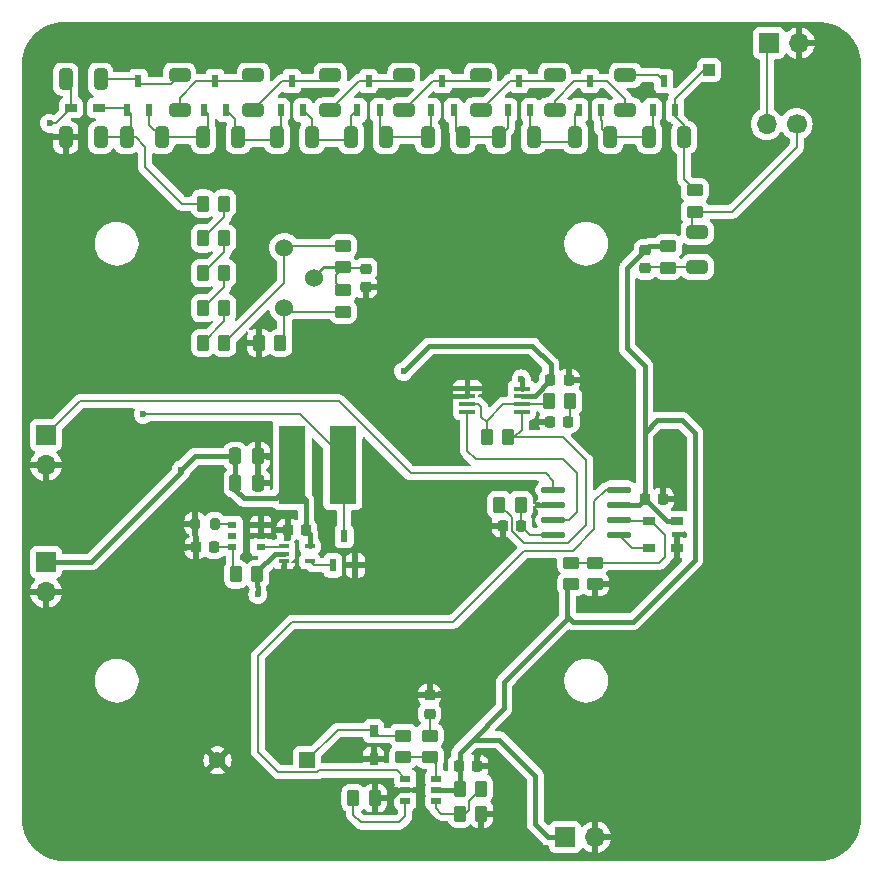
<source format=gbr>
%TF.GenerationSoftware,KiCad,Pcbnew,8.0.0*%
%TF.CreationDate,2024-06-21T16:47:30+05:30*%
%TF.ProjectId,HV_POWER_SUPPLY,48565f50-4f57-4455-925f-535550504c59,rev?*%
%TF.SameCoordinates,Original*%
%TF.FileFunction,Copper,L1,Top*%
%TF.FilePolarity,Positive*%
%FSLAX46Y46*%
G04 Gerber Fmt 4.6, Leading zero omitted, Abs format (unit mm)*
G04 Created by KiCad (PCBNEW 8.0.0) date 2024-06-21 16:47:30*
%MOMM*%
%LPD*%
G01*
G04 APERTURE LIST*
G04 Aperture macros list*
%AMRoundRect*
0 Rectangle with rounded corners*
0 $1 Rounding radius*
0 $2 $3 $4 $5 $6 $7 $8 $9 X,Y pos of 4 corners*
0 Add a 4 corners polygon primitive as box body*
4,1,4,$2,$3,$4,$5,$6,$7,$8,$9,$2,$3,0*
0 Add four circle primitives for the rounded corners*
1,1,$1+$1,$2,$3*
1,1,$1+$1,$4,$5*
1,1,$1+$1,$6,$7*
1,1,$1+$1,$8,$9*
0 Add four rect primitives between the rounded corners*
20,1,$1+$1,$2,$3,$4,$5,0*
20,1,$1+$1,$4,$5,$6,$7,0*
20,1,$1+$1,$6,$7,$8,$9,0*
20,1,$1+$1,$8,$9,$2,$3,0*%
G04 Aperture macros list end*
%TA.AperFunction,SMDPad,CuDef*%
%ADD10RoundRect,0.218750X-0.256250X0.218750X-0.256250X-0.218750X0.256250X-0.218750X0.256250X0.218750X0*%
%TD*%
%TA.AperFunction,SMDPad,CuDef*%
%ADD11R,1.000000X0.750013*%
%TD*%
%TA.AperFunction,ComponentPad*%
%ADD12O,1.700000X1.700000*%
%TD*%
%TA.AperFunction,ComponentPad*%
%ADD13C,1.700000*%
%TD*%
%TA.AperFunction,SMDPad,CuDef*%
%ADD14RoundRect,0.225000X0.225000X0.250000X-0.225000X0.250000X-0.225000X-0.250000X0.225000X-0.250000X0*%
%TD*%
%TA.AperFunction,ComponentPad*%
%ADD15R,1.700000X1.700000*%
%TD*%
%TA.AperFunction,SMDPad,CuDef*%
%ADD16R,0.600000X1.070003*%
%TD*%
%TA.AperFunction,SMDPad,CuDef*%
%ADD17RoundRect,0.250000X-0.262500X-0.450000X0.262500X-0.450000X0.262500X0.450000X-0.262500X0.450000X0*%
%TD*%
%TA.AperFunction,SMDPad,CuDef*%
%ADD18RoundRect,0.250000X-0.325000X-0.650000X0.325000X-0.650000X0.325000X0.650000X-0.325000X0.650000X0*%
%TD*%
%TA.AperFunction,SMDPad,CuDef*%
%ADD19R,0.876300X0.508000*%
%TD*%
%TA.AperFunction,SMDPad,CuDef*%
%ADD20RoundRect,0.250000X0.650000X-0.325000X0.650000X0.325000X-0.650000X0.325000X-0.650000X-0.325000X0*%
%TD*%
%TA.AperFunction,SMDPad,CuDef*%
%ADD21RoundRect,0.250000X-0.650000X0.325000X-0.650000X-0.325000X0.650000X-0.325000X0.650000X0.325000X0*%
%TD*%
%TA.AperFunction,SMDPad,CuDef*%
%ADD22R,1.397003X0.405994*%
%TD*%
%TA.AperFunction,SMDPad,CuDef*%
%ADD23RoundRect,0.225000X-0.250000X0.225000X-0.250000X-0.225000X0.250000X-0.225000X0.250000X0.225000X0*%
%TD*%
%TA.AperFunction,SMDPad,CuDef*%
%ADD24R,2.300000X6.600000*%
%TD*%
%TA.AperFunction,ComponentPad*%
%ADD25C,1.371600*%
%TD*%
%TA.AperFunction,ComponentPad*%
%ADD26R,1.371600X1.371600*%
%TD*%
%TA.AperFunction,SMDPad,CuDef*%
%ADD27RoundRect,0.250000X0.325000X0.650000X-0.325000X0.650000X-0.325000X-0.650000X0.325000X-0.650000X0*%
%TD*%
%TA.AperFunction,SMDPad,CuDef*%
%ADD28RoundRect,0.200000X0.200000X0.275000X-0.200000X0.275000X-0.200000X-0.275000X0.200000X-0.275000X0*%
%TD*%
%TA.AperFunction,ComponentPad*%
%ADD29C,1.524003*%
%TD*%
%TA.AperFunction,SMDPad,CuDef*%
%ADD30RoundRect,0.250000X-0.450000X0.262500X-0.450000X-0.262500X0.450000X-0.262500X0.450000X0.262500X0*%
%TD*%
%TA.AperFunction,SMDPad,CuDef*%
%ADD31RoundRect,0.225000X0.250000X-0.225000X0.250000X0.225000X-0.250000X0.225000X-0.250000X-0.225000X0*%
%TD*%
%TA.AperFunction,SMDPad,CuDef*%
%ADD32R,0.750013X1.000000*%
%TD*%
%TA.AperFunction,SMDPad,CuDef*%
%ADD33RoundRect,0.250000X0.450000X-0.262500X0.450000X0.262500X-0.450000X0.262500X-0.450000X-0.262500X0*%
%TD*%
%TA.AperFunction,SMDPad,CuDef*%
%ADD34O,2.045009X0.588011*%
%TD*%
%TA.AperFunction,SMDPad,CuDef*%
%ADD35R,0.800000X0.532004*%
%TD*%
%TA.AperFunction,SMDPad,CuDef*%
%ADD36RoundRect,0.250000X-0.250000X-0.475000X0.250000X-0.475000X0.250000X0.475000X-0.250000X0.475000X0*%
%TD*%
%TA.AperFunction,SMDPad,CuDef*%
%ADD37RoundRect,0.250000X0.262500X0.450000X-0.262500X0.450000X-0.262500X-0.450000X0.262500X-0.450000X0*%
%TD*%
%TA.AperFunction,SMDPad,CuDef*%
%ADD38RoundRect,0.225000X-0.225000X-0.250000X0.225000X-0.250000X0.225000X0.250000X-0.225000X0.250000X0*%
%TD*%
%TA.AperFunction,SMDPad,CuDef*%
%ADD39R,0.850013X0.350013*%
%TD*%
%TA.AperFunction,SMDPad,CuDef*%
%ADD40R,1.000000X1.000000*%
%TD*%
%TA.AperFunction,ViaPad*%
%ADD41C,0.600000*%
%TD*%
%TA.AperFunction,Conductor*%
%ADD42C,0.200000*%
%TD*%
%TA.AperFunction,Conductor*%
%ADD43C,0.406400*%
%TD*%
G04 APERTURE END LIST*
D10*
%TO.P,LED1,1*%
%TO.N,GND*%
X90000000Y-95462500D03*
%TO.P,LED1,2*%
%TO.N,Net-(LED1-Pad2)*%
X90000000Y-97037500D03*
%TD*%
D11*
%TO.P,D3,1,1*%
%TO.N,/Page 2/GEIGER_DETECTB*%
X108577407Y-83000000D03*
%TO.P,D3,2,2*%
%TO.N,GND*%
X110922593Y-83000000D03*
%TD*%
%TO.P,D2,1,1*%
%TO.N,IO_VREF*%
X110922593Y-80750000D03*
%TO.P,D2,2,2*%
%TO.N,Net-(U12B-IN+)*%
X108577407Y-80750000D03*
%TD*%
%TO.P,D1,1,1*%
%TO.N,Net-(C22-Pad1)*%
X61992595Y-45750000D03*
%TO.P,D1,2,2*%
%TO.N,/SW_NODE*%
X59647409Y-45750000D03*
%TD*%
D12*
%TO.P,U14,2*%
%TO.N,Net-(J3-Pin_1)*%
X118530002Y-47117497D03*
D13*
%TO.P,U14,1,+*%
%TO.N,Net-(U14-+)*%
X121070002Y-47117497D03*
%TD*%
D14*
%TO.P,C1,2*%
%TO.N,GND*%
X70185050Y-82970000D03*
%TO.P,C1,1*%
%TO.N,Net-(U1-V+)*%
X71735050Y-82970000D03*
%TD*%
D12*
%TO.P,J1,2,Pin_2*%
%TO.N,GND*%
X104015000Y-107500000D03*
D15*
%TO.P,J1,1,Pin_1*%
%TO.N,IO_VREF*%
X101475000Y-107500000D03*
%TD*%
D16*
%TO.P,U10,3,3*%
%TO.N,Net-(C17-Pad2)*%
X103570002Y-43479846D03*
%TO.P,U10,2,2*%
%TO.N,Net-(C18-Pad2)*%
X104519964Y-45950000D03*
%TO.P,U10,1,1*%
%TO.N,Net-(C16-Pad2)*%
X102620040Y-45950000D03*
%TD*%
D17*
%TO.P,R22,2*%
%TO.N,GND*%
X85362500Y-104200000D03*
%TO.P,R22,1*%
%TO.N,Net-(U15-SET)*%
X83537500Y-104200000D03*
%TD*%
%TO.P,R2,2*%
%TO.N,BOOST_EN*%
X75412500Y-85250000D03*
%TO.P,R2,1*%
%TO.N,Net-(U1-V+)*%
X73587500Y-85250000D03*
%TD*%
D18*
%TO.P,C8,2*%
%TO.N,Net-(C10-Pad1)*%
X73795002Y-48250000D03*
%TO.P,C8,1*%
%TO.N,Net-(C6-Pad2)*%
X70845002Y-48250000D03*
%TD*%
%TO.P,C18,2*%
%TO.N,Net-(C18-Pad2)*%
X105295002Y-48250000D03*
%TO.P,C18,1*%
%TO.N,Net-(C16-Pad2)*%
X102345002Y-48250000D03*
%TD*%
D16*
%TO.P,U7,3,3*%
%TO.N,Net-(C11-Pad2)*%
X84820002Y-43479846D03*
%TO.P,U7,2,2*%
%TO.N,Net-(C12-Pad2)*%
X85769964Y-45950000D03*
%TO.P,U7,1,1*%
%TO.N,Net-(C10-Pad2)*%
X83870040Y-45950000D03*
%TD*%
%TO.P,U9,3,3*%
%TO.N,Net-(C15-Pad2)*%
X97570002Y-43479846D03*
%TO.P,U9,2,2*%
%TO.N,Net-(C16-Pad2)*%
X98519964Y-45950000D03*
%TO.P,U9,1,1*%
%TO.N,Net-(C14-Pad2)*%
X96620040Y-45950000D03*
%TD*%
D14*
%TO.P,C2,2*%
%TO.N,GND*%
X77975000Y-81500000D03*
%TO.P,C2,1*%
%TO.N,SYS_5V*%
X79525000Y-81500000D03*
%TD*%
D19*
%TO.P,U15,6,OUT*%
%TO.N,Net-(U15-OUT)*%
X90564450Y-102549999D03*
%TO.P,U15,5,V+*%
%TO.N,IO_VREF*%
X90564450Y-103500000D03*
%TO.P,U15,4,DIV*%
%TO.N,Net-(U15-DIV)*%
X90564450Y-104450001D03*
%TO.P,U15,3,SET*%
%TO.N,Net-(U15-SET)*%
X87935550Y-104450001D03*
%TO.P,U15,2,GND*%
%TO.N,GND*%
X87935550Y-103500000D03*
%TO.P,U15,1,IN*%
%TO.N,/Page 2/DETECT_OUTPUT*%
X87935550Y-102549999D03*
%TD*%
D20*
%TO.P,C19,2*%
%TO.N,Net-(C19-Pad2)*%
X106570002Y-42989923D03*
%TO.P,C19,1*%
%TO.N,Net-(C17-Pad2)*%
X106570002Y-45939923D03*
%TD*%
D17*
%TO.P,R16,2*%
%TO.N,Net-(U13-HYST)*%
X96647391Y-73630112D03*
%TO.P,R16,1*%
%TO.N,Net-(U13-IN+)*%
X94822391Y-73630112D03*
%TD*%
D21*
%TO.P,C9,2*%
%TO.N,Net-(C11-Pad1)*%
X75070002Y-45939923D03*
%TO.P,C9,1*%
%TO.N,Net-(C7-Pad2)*%
X75070002Y-42989923D03*
%TD*%
D22*
%TO.P,U13,8,OUT*%
%TO.N,BOOST_EN*%
X97799975Y-69524892D03*
%TO.P,U13,7,V+*%
%TO.N,SYS_5V*%
X97799975Y-70174879D03*
%TO.P,U13,6,REF*%
%TO.N,Net-(U13-IN+)*%
X97799975Y-70825121D03*
%TO.P,U13,5,HYST*%
%TO.N,Net-(U13-HYST)*%
X97799975Y-71475108D03*
%TO.P,U13,4,IN-*%
%TO.N,/Page 2/POT_METER*%
X93200025Y-71475108D03*
%TO.P,U13,3,IN+*%
%TO.N,Net-(U13-IN+)*%
X93200025Y-70825121D03*
%TO.P,U13,2,V-*%
%TO.N,GND*%
X93200025Y-70174879D03*
%TO.P,U13,1,GND*%
X93200025Y-69524892D03*
%TD*%
D21*
%TO.P,C23,2*%
%TO.N,/GEIGER_DETECTB*%
X112642150Y-59228701D03*
%TO.P,C23,1*%
%TO.N,Net-(U14-+)*%
X112642150Y-56278701D03*
%TD*%
D12*
%TO.P,J3,2,Pin_2*%
%TO.N,GND*%
X121265000Y-40250000D03*
D15*
%TO.P,J3,1,Pin_1*%
%TO.N,Net-(J3-Pin_1)*%
X118725000Y-40250000D03*
%TD*%
D23*
%TO.P,C21,2*%
%TO.N,GND*%
X84600000Y-60925000D03*
%TO.P,C21,1*%
%TO.N,/POT_METER*%
X84600000Y-59375000D03*
%TD*%
D14*
%TO.P,C25,2*%
%TO.N,GND*%
X96200000Y-81135001D03*
%TO.P,C25,1*%
%TO.N,Net-(U12A-IN-)*%
X97750000Y-81135001D03*
%TD*%
D24*
%TO.P,L1,2,2*%
%TO.N,SYS_5V*%
X78350000Y-76000000D03*
%TO.P,L1,1,1*%
%TO.N,/SW_NODE*%
X82650000Y-76000000D03*
%TD*%
D18*
%TO.P,C10,2*%
%TO.N,Net-(C10-Pad2)*%
X80045002Y-48250000D03*
%TO.P,C10,1*%
%TO.N,Net-(C10-Pad1)*%
X77095002Y-48250000D03*
%TD*%
D25*
%TO.P,U16,2,2*%
%TO.N,GND*%
X72033250Y-101000000D03*
D26*
%TO.P,U16,1,1*%
%TO.N,Net-(D4-C)*%
X79633250Y-101000000D03*
%TD*%
D27*
%TO.P,C22,2*%
%TO.N,GND*%
X59187413Y-48250000D03*
%TO.P,C22,1*%
%TO.N,Net-(C22-Pad1)*%
X62137413Y-48250000D03*
%TD*%
D17*
%TO.P,R3,2*%
%TO.N,Net-(R3-Pad2)*%
X72612501Y-53857503D03*
%TO.P,R3,1*%
%TO.N,Net-(C22-Pad1)*%
X70787501Y-53857503D03*
%TD*%
D28*
%TO.P,R1,2*%
%TO.N,GND*%
X70135050Y-80970000D03*
%TO.P,R1,1*%
%TO.N,Net-(U1-SET)*%
X71785050Y-80970000D03*
%TD*%
D29*
%TO.P,R8,3,3*%
%TO.N,Net-(R10-Pad2)*%
X77679997Y-62670002D03*
%TO.P,R8,2,2*%
%TO.N,/POT_METER*%
X80220003Y-60129997D03*
%TO.P,R8,1,1*%
%TO.N,Net-(R7-Pad2)*%
X77679997Y-57589992D03*
%TD*%
D30*
%TO.P,R14,2*%
%TO.N,GND*%
X104000000Y-86075000D03*
%TO.P,R14,1*%
%TO.N,Net-(U12B-IN+)*%
X104000000Y-84250000D03*
%TD*%
D18*
%TO.P,C14,2*%
%TO.N,Net-(C14-Pad2)*%
X92795002Y-48250000D03*
%TO.P,C14,1*%
%TO.N,Net-(C12-Pad2)*%
X89845002Y-48250000D03*
%TD*%
D30*
%TO.P,R12,2*%
%TO.N,Net-(U14-+)*%
X112442150Y-54536201D03*
%TO.P,R12,1*%
%TO.N,Net-(C20-Pad2)*%
X112442150Y-52711201D03*
%TD*%
D21*
%TO.P,C7,2*%
%TO.N,Net-(C7-Pad2)*%
X68820002Y-45939923D03*
%TO.P,C7,1*%
%TO.N,Net-(C5-Pad2)*%
X68820002Y-42989923D03*
%TD*%
D31*
%TO.P,C24,2*%
%TO.N,IO_VREF*%
X108250000Y-57798701D03*
%TO.P,C24,1*%
%TO.N,/GEIGER_DETECTB*%
X108250000Y-59348701D03*
%TD*%
D21*
%TO.P,C17,2*%
%TO.N,Net-(C17-Pad2)*%
X100570002Y-45939923D03*
%TO.P,C17,1*%
%TO.N,Net-(C15-Pad2)*%
X100570002Y-42989923D03*
%TD*%
D18*
%TO.P,C20,2*%
%TO.N,Net-(C20-Pad2)*%
X111545002Y-48250000D03*
%TO.P,C20,1*%
%TO.N,Net-(C18-Pad2)*%
X108595002Y-48250000D03*
%TD*%
D17*
%TO.P,R17,2*%
%TO.N,Net-(U12A-IN-)*%
X97712500Y-79350000D03*
%TO.P,R17,1*%
%TO.N,Net-(U13-HYST)*%
X95887500Y-79350000D03*
%TD*%
%TO.P,R4,2*%
%TO.N,Net-(R4-Pad2)*%
X72612501Y-56807503D03*
%TO.P,R4,1*%
%TO.N,Net-(R3-Pad2)*%
X70787501Y-56807503D03*
%TD*%
D12*
%TO.P,J4,2,Pin_2*%
%TO.N,GND*%
X57500000Y-76000000D03*
D15*
%TO.P,J4,1,Pin_1*%
%TO.N,/Page 2/HV_PG*%
X57500000Y-73460000D03*
%TD*%
D17*
%TO.P,R5,2*%
%TO.N,Net-(R5-Pad2)*%
X72612501Y-59757503D03*
%TO.P,R5,1*%
%TO.N,Net-(R4-Pad2)*%
X70787501Y-59757503D03*
%TD*%
D32*
%TO.P,D4,2,A*%
%TO.N,GND*%
X85250000Y-100872593D03*
%TO.P,D4,1,C*%
%TO.N,Net-(D4-C)*%
X85250000Y-98527407D03*
%TD*%
D18*
%TO.P,C16,2*%
%TO.N,Net-(C16-Pad2)*%
X98795002Y-48250000D03*
%TO.P,C16,1*%
%TO.N,Net-(C14-Pad2)*%
X95845002Y-48250000D03*
%TD*%
D16*
%TO.P,U11,3,3*%
%TO.N,Net-(C19-Pad2)*%
X109820002Y-43479846D03*
%TO.P,U11,2,2*%
%TO.N,Net-(C20-Pad2)*%
X110769964Y-45950000D03*
%TO.P,U11,1,1*%
%TO.N,Net-(C18-Pad2)*%
X108870040Y-45950000D03*
%TD*%
%TO.P,U4,3,3*%
%TO.N,Net-(C5-Pad2)*%
X65320002Y-43479846D03*
%TO.P,U4,2,2*%
%TO.N,Net-(C6-Pad2)*%
X66269964Y-45950000D03*
%TO.P,U4,1,1*%
%TO.N,Net-(C22-Pad1)*%
X64370040Y-45950000D03*
%TD*%
D33*
%TO.P,R21,2*%
%TO.N,Net-(LED1-Pad2)*%
X90000000Y-98895755D03*
%TO.P,R21,1*%
%TO.N,Net-(U15-OUT)*%
X90000000Y-100720755D03*
%TD*%
D21*
%TO.P,C15,2*%
%TO.N,Net-(C15-Pad2)*%
X94320002Y-45939923D03*
%TO.P,C15,1*%
%TO.N,Net-(C13-Pad2)*%
X94320002Y-42989923D03*
%TD*%
D34*
%TO.P,U12,8,OUT*%
%TO.N,/Page 2/DETECT_OUTPUT*%
X106022416Y-78094996D03*
%TO.P,U12,7,V+*%
%TO.N,IO_VREF*%
X106022416Y-79364999D03*
%TO.P,U12,6,IN+*%
%TO.N,Net-(U12B-IN+)*%
X106022416Y-80635001D03*
%TO.P,U12,5,IN-*%
%TO.N,/Page 2/GEIGER_DETECTB*%
X106022416Y-81905004D03*
%TO.P,U12,4,IN-*%
%TO.N,Net-(U12A-IN-)*%
X100477584Y-81905004D03*
%TO.P,U12,3,IN+*%
%TO.N,/Page 2/POT_METER*%
X100477584Y-80635001D03*
%TO.P,U12,2,V-*%
%TO.N,GND*%
X100477584Y-79364999D03*
%TO.P,U12,1,OUT*%
%TO.N,/Page 2/HV_PG*%
X100477584Y-78094996D03*
%TD*%
D21*
%TO.P,C11,2*%
%TO.N,Net-(C11-Pad2)*%
X81570002Y-45939923D03*
%TO.P,C11,1*%
%TO.N,Net-(C11-Pad1)*%
X81570002Y-42989923D03*
%TD*%
D35*
%TO.P,U1,6,V+*%
%TO.N,Net-(U1-V+)*%
X73299975Y-82949962D03*
%TO.P,U1,5,GRD*%
%TO.N,unconnected-(U1-GRD-Pad5)*%
X73299975Y-82000000D03*
%TO.P,U1,4,SET*%
%TO.N,Net-(U1-SET)*%
X73299975Y-81050038D03*
%TO.P,U1,3,DIV*%
%TO.N,GND*%
X75700025Y-81050038D03*
%TO.P,U1,2,GND*%
X75700025Y-82000000D03*
%TO.P,U1,1,OUT*%
%TO.N,Net-(U1-OUT)*%
X75700025Y-82949962D03*
%TD*%
D36*
%TO.P,C4,2*%
%TO.N,GND*%
X75450000Y-77500000D03*
%TO.P,C4,1*%
%TO.N,SYS_5V*%
X73550000Y-77500000D03*
%TD*%
D37*
%TO.P,R11,2*%
%TO.N,GND*%
X75537501Y-65657503D03*
%TO.P,R11,1*%
%TO.N,Net-(R10-Pad2)*%
X77362501Y-65657503D03*
%TD*%
D36*
%TO.P,C3,2*%
%TO.N,GND*%
X75450000Y-75250000D03*
%TO.P,C3,1*%
%TO.N,SYS_5V*%
X73550000Y-75250000D03*
%TD*%
D17*
%TO.P,R18,2*%
%TO.N,Net-(C26-Pad1)*%
X101912500Y-70575121D03*
%TO.P,R18,1*%
%TO.N,Net-(U13-IN+)*%
X100087500Y-70575121D03*
%TD*%
D38*
%TO.P,C28,2*%
%TO.N,GND*%
X109752584Y-78885001D03*
%TO.P,C28,1*%
%TO.N,IO_VREF*%
X108202584Y-78885001D03*
%TD*%
D33*
%TO.P,R13,2*%
%TO.N,IO_VREF*%
X110192150Y-57461201D03*
%TO.P,R13,1*%
%TO.N,/GEIGER_DETECTB*%
X110192150Y-59286201D03*
%TD*%
D17*
%TO.P,R20,2*%
%TO.N,GND*%
X94362500Y-105500000D03*
%TO.P,R20,1*%
%TO.N,Net-(U15-DIV)*%
X92537500Y-105500000D03*
%TD*%
%TO.P,R6,2*%
%TO.N,Net-(R6-Pad2)*%
X72612501Y-62707503D03*
%TO.P,R6,1*%
%TO.N,Net-(R5-Pad2)*%
X70787501Y-62707503D03*
%TD*%
D30*
%TO.P,R9,2*%
%TO.N,/POT_METER*%
X82650001Y-59262500D03*
%TO.P,R9,1*%
%TO.N,Net-(R7-Pad2)*%
X82650001Y-57437500D03*
%TD*%
D17*
%TO.P,R7,2*%
%TO.N,Net-(R7-Pad2)*%
X72612501Y-65657503D03*
%TO.P,R7,1*%
%TO.N,Net-(R6-Pad2)*%
X70787501Y-65657503D03*
%TD*%
D16*
%TO.P,U6,3,3*%
%TO.N,Net-(C11-Pad1)*%
X78320002Y-43479846D03*
%TO.P,U6,2,2*%
%TO.N,Net-(C10-Pad2)*%
X79269964Y-45950000D03*
%TO.P,U6,1,1*%
%TO.N,Net-(C10-Pad1)*%
X77370040Y-45950000D03*
%TD*%
D33*
%TO.P,R15,2*%
%TO.N,Net-(U12B-IN+)*%
X102000000Y-84250000D03*
%TO.P,R15,1*%
%TO.N,IO_VREF*%
X102000000Y-86075000D03*
%TD*%
D38*
%TO.P,C27,2*%
%TO.N,GND*%
X101775000Y-68825121D03*
%TO.P,C27,1*%
%TO.N,SYS_5V*%
X100225000Y-68825121D03*
%TD*%
%TO.P,C29,2*%
%TO.N,GND*%
X94025000Y-101500000D03*
%TO.P,C29,1*%
%TO.N,IO_VREF*%
X92475000Y-101500000D03*
%TD*%
D14*
%TO.P,C26,2*%
%TO.N,GND*%
X100200000Y-72325121D03*
%TO.P,C26,1*%
%TO.N,Net-(C26-Pad1)*%
X101750000Y-72325121D03*
%TD*%
D39*
%TO.P,U2,5,VCC*%
%TO.N,SYS_5V*%
X79850076Y-82850013D03*
%TO.P,U2,4,Y*%
%TO.N,Net-(U2-Y)*%
X79850076Y-84149987D03*
%TO.P,U2,3,GND*%
%TO.N,GND*%
X77649924Y-84149987D03*
%TO.P,U2,2,B*%
%TO.N,BOOST_EN*%
X77649924Y-83500000D03*
%TO.P,U2,1,A*%
%TO.N,Net-(U1-OUT)*%
X77649924Y-82850013D03*
%TD*%
D40*
%TO.P,TP1,1,1*%
%TO.N,Net-(C20-Pad2)*%
X113650000Y-42550000D03*
%TD*%
D18*
%TO.P,C6,2*%
%TO.N,Net-(C6-Pad2)*%
X67295002Y-48250000D03*
%TO.P,C6,1*%
%TO.N,Net-(C22-Pad1)*%
X64345002Y-48250000D03*
%TD*%
D16*
%TO.P,U3,3,D*%
%TO.N,/SW_NODE*%
X82750000Y-82014923D03*
%TO.P,U3,2,S*%
%TO.N,GND*%
X83699962Y-84485077D03*
%TO.P,U3,1,G*%
%TO.N,Net-(U2-Y)*%
X81800038Y-84485077D03*
%TD*%
D12*
%TO.P,J2,2,Pin_2*%
%TO.N,GND*%
X57500000Y-86750000D03*
D15*
%TO.P,J2,1,Pin_1*%
%TO.N,SYS_5V*%
X57500000Y-84210000D03*
%TD*%
D30*
%TO.P,R10,2*%
%TO.N,Net-(R10-Pad2)*%
X82650001Y-63012500D03*
%TO.P,R10,1*%
%TO.N,/POT_METER*%
X82650001Y-61187500D03*
%TD*%
D21*
%TO.P,C13,2*%
%TO.N,Net-(C13-Pad2)*%
X87820002Y-45939923D03*
%TO.P,C13,1*%
%TO.N,Net-(C11-Pad2)*%
X87820002Y-42989923D03*
%TD*%
D16*
%TO.P,U5,3,3*%
%TO.N,Net-(C7-Pad2)*%
X71820002Y-43479846D03*
%TO.P,U5,2,2*%
%TO.N,Net-(C10-Pad1)*%
X72769964Y-45950000D03*
%TO.P,U5,1,1*%
%TO.N,Net-(C6-Pad2)*%
X70870040Y-45950000D03*
%TD*%
D33*
%TO.P,R23,2*%
%TO.N,Net-(D4-C)*%
X87750000Y-98895755D03*
%TO.P,R23,1*%
%TO.N,Net-(U15-OUT)*%
X87750000Y-100720755D03*
%TD*%
D18*
%TO.P,C5,2*%
%TO.N,Net-(C5-Pad2)*%
X62137413Y-43314923D03*
%TO.P,C5,1*%
%TO.N,/SW_NODE*%
X59187413Y-43314923D03*
%TD*%
D17*
%TO.P,R19,2*%
%TO.N,Net-(U15-DIV)*%
X94362500Y-103390000D03*
%TO.P,R19,1*%
%TO.N,IO_VREF*%
X92537500Y-103390000D03*
%TD*%
D18*
%TO.P,C12,2*%
%TO.N,Net-(C12-Pad2)*%
X86295002Y-48250000D03*
%TO.P,C12,1*%
%TO.N,Net-(C10-Pad2)*%
X83345002Y-48250000D03*
%TD*%
D16*
%TO.P,U8,3,3*%
%TO.N,Net-(C13-Pad2)*%
X91070002Y-43479846D03*
%TO.P,U8,2,2*%
%TO.N,Net-(C14-Pad2)*%
X92019964Y-45950000D03*
%TO.P,U8,1,1*%
%TO.N,Net-(C12-Pad2)*%
X90120040Y-45950000D03*
%TD*%
D41*
%TO.N,GND*%
X112500000Y-66250000D03*
X110900000Y-83900000D03*
X69150000Y-81000000D03*
X74675000Y-65625000D03*
X88300000Y-84300000D03*
X59500000Y-56550000D03*
X84400000Y-100872593D03*
X112500000Y-65050000D03*
X112050000Y-93550000D03*
X88300000Y-83100000D03*
X91000000Y-95373700D03*
X99350000Y-72325121D03*
X84400000Y-84485077D03*
X69300000Y-83000000D03*
X77650000Y-84750000D03*
X59000000Y-92350000D03*
X58300000Y-55350000D03*
X57800000Y-92300000D03*
X112050000Y-94750000D03*
X105100000Y-86075000D03*
X76400000Y-75300000D03*
X113700000Y-65100000D03*
X91650000Y-70200000D03*
X59500000Y-55400000D03*
X89500000Y-84300000D03*
X75750000Y-80400000D03*
X84600000Y-61800000D03*
X113700000Y-66250000D03*
X77950000Y-82175005D03*
X57800000Y-93500000D03*
X58300000Y-56550000D03*
X76500000Y-77500000D03*
X113250000Y-94750000D03*
X89500000Y-83150000D03*
X109752584Y-77797416D03*
X99200000Y-79364999D03*
X96200000Y-82400000D03*
X94050000Y-100550000D03*
X59000000Y-93500000D03*
X86750000Y-104150000D03*
X59200000Y-50100000D03*
X94362500Y-106600000D03*
X113250000Y-93600000D03*
%TO.N,SYS_5V*%
X68975000Y-76375000D03*
X87800000Y-68050000D03*
%TO.N,/SW_NODE*%
X57813799Y-47063799D03*
X65750000Y-71700000D03*
%TO.N,BOOST_EN*%
X75450000Y-86950000D03*
X97750000Y-68700000D03*
%TD*%
D42*
%TO.N,/POT_METER*%
X82050000Y-59862501D02*
X82650001Y-59262500D01*
X82050000Y-60587499D02*
X82050000Y-59862501D01*
X82650001Y-61187500D02*
X82050000Y-60587499D01*
X81087500Y-59262500D02*
X80220003Y-60129997D01*
X82650001Y-59262500D02*
X81087500Y-59262500D01*
D43*
%TO.N,IO_VREF*%
X108202584Y-78885001D02*
X110067583Y-80750000D01*
X110067583Y-80750000D02*
X110922593Y-80750000D01*
D42*
%TO.N,Net-(U12B-IN+)*%
X109900000Y-83800000D02*
X109900000Y-81900000D01*
X106137415Y-80750000D02*
X106022416Y-80635001D01*
X104000000Y-84250000D02*
X109450000Y-84250000D01*
X109450000Y-84250000D02*
X109900000Y-83800000D01*
X109900000Y-81900000D02*
X108750000Y-80750000D01*
X108750000Y-80750000D02*
X106137415Y-80750000D01*
%TO.N,/Page 2/GEIGER_DETECTB*%
X108577407Y-83000000D02*
X107117412Y-83000000D01*
X107117412Y-83000000D02*
X106022416Y-81905004D01*
D43*
%TO.N,IO_VREF*%
X101650000Y-88800000D02*
X101650000Y-86425000D01*
X102100000Y-89250000D02*
X101650000Y-88800000D01*
X112450000Y-84000000D02*
X107200000Y-89250000D01*
X111400000Y-72200000D02*
X112450000Y-73250000D01*
X112450000Y-73250000D02*
X112450000Y-84000000D01*
X107200000Y-89250000D02*
X102100000Y-89250000D01*
X109250000Y-72200000D02*
X111400000Y-72200000D01*
X108202584Y-73247416D02*
X109250000Y-72200000D01*
X108202584Y-78885001D02*
X108202584Y-73247416D01*
D42*
%TO.N,Net-(C22-Pad1)*%
X64170040Y-45750000D02*
X64370040Y-45950000D01*
X61992595Y-45750000D02*
X64170040Y-45750000D01*
%TO.N,/SW_NODE*%
X58333610Y-47063799D02*
X57813799Y-47063799D01*
X59647409Y-45750000D02*
X58333610Y-47063799D01*
X59647409Y-43774919D02*
X59647409Y-45750000D01*
X59187413Y-43314923D02*
X59647409Y-43774919D01*
D43*
%TO.N,GND*%
X110922593Y-83877407D02*
X110922593Y-83000000D01*
X110900000Y-83900000D02*
X110922593Y-83877407D01*
%TO.N,IO_VREF*%
X101650000Y-86425000D02*
X102000000Y-86075000D01*
X101650000Y-89000000D02*
X101650000Y-86425000D01*
X96300000Y-94350000D02*
X101650000Y-89000000D01*
X96300000Y-96600000D02*
X96300000Y-94350000D01*
X93400000Y-99500000D02*
X96300000Y-96600000D01*
D42*
%TO.N,Net-(C20-Pad2)*%
X110769964Y-44980036D02*
X113200000Y-42550000D01*
X110769964Y-45950000D02*
X110769964Y-44980036D01*
X113200000Y-42550000D02*
X113650000Y-42550000D01*
D43*
%TO.N,GND*%
X74707503Y-65657503D02*
X74675000Y-65625000D01*
X86750000Y-104150000D02*
X87400000Y-103500000D01*
X84400000Y-100872593D02*
X85250000Y-100872593D01*
X75537501Y-65657503D02*
X74707503Y-65657503D01*
X74600000Y-65550000D02*
X74675000Y-65625000D01*
X96200000Y-81135001D02*
X96200000Y-82400000D01*
X94025000Y-100575000D02*
X94050000Y-100550000D01*
X77649924Y-84149987D02*
X77649924Y-84749924D01*
X77950000Y-82200000D02*
X77950000Y-82175005D01*
X99350000Y-72325121D02*
X100200000Y-72325121D01*
X77975000Y-82175000D02*
X77950000Y-82200000D01*
X76350000Y-75250000D02*
X76400000Y-75300000D01*
X90000000Y-95373700D02*
X91000000Y-95373700D01*
X91675121Y-70174879D02*
X91650000Y-70200000D01*
X77649924Y-84749924D02*
X77650000Y-84750000D01*
X59187413Y-48250000D02*
X59187413Y-50087413D01*
X69330000Y-82970000D02*
X69300000Y-83000000D01*
X84600000Y-60925000D02*
X84600000Y-61800000D01*
X75450000Y-77500000D02*
X76500000Y-77500000D01*
X75700025Y-80449975D02*
X75750000Y-80400000D01*
X94362500Y-105500000D02*
X94362500Y-106600000D01*
X59187413Y-50087413D02*
X59200000Y-50100000D01*
X93200025Y-70174879D02*
X91675121Y-70174879D01*
X70135050Y-80970000D02*
X69180000Y-80970000D01*
X70185050Y-82970000D02*
X69330000Y-82970000D01*
X105100000Y-86075000D02*
X104000000Y-86075000D01*
X77975000Y-81500000D02*
X77975000Y-82175000D01*
X99200000Y-79364999D02*
X100477584Y-79364999D01*
X109752584Y-77797416D02*
X109752584Y-78885001D01*
X75700025Y-81050038D02*
X75700025Y-80449975D01*
X83699962Y-84485077D02*
X84400000Y-84485077D01*
X87400000Y-103500000D02*
X87935550Y-103500000D01*
X75450000Y-75250000D02*
X76350000Y-75250000D01*
X69180000Y-80970000D02*
X69150000Y-81000000D01*
X75700025Y-82000000D02*
X75700025Y-81050038D01*
X94025000Y-101500000D02*
X94025000Y-100575000D01*
D42*
%TO.N,Net-(U1-V+)*%
X73350000Y-82999987D02*
X73299975Y-82949962D01*
X73279937Y-82970000D02*
X73299975Y-82949962D01*
X73350000Y-85012500D02*
X73350000Y-82999987D01*
X71735050Y-82970000D02*
X73279937Y-82970000D01*
X73587500Y-85250000D02*
X73350000Y-85012500D01*
D43*
%TO.N,SYS_5V*%
X78350000Y-77800000D02*
X79525000Y-78975000D01*
X73550000Y-78100000D02*
X74250000Y-78800000D01*
X79525000Y-78975000D02*
X79525000Y-81500000D01*
X87800000Y-68050000D02*
X89950000Y-65900000D01*
X98700000Y-65900000D02*
X100250000Y-67450000D01*
X100250000Y-67450000D02*
X100250000Y-68800121D01*
X74250000Y-78800000D02*
X76950000Y-78800000D01*
X79525000Y-81500000D02*
X79850000Y-81825000D01*
X89950000Y-65900000D02*
X98700000Y-65900000D01*
X76950000Y-78800000D02*
X78350000Y-77400000D01*
X70100000Y-75250000D02*
X73550000Y-75250000D01*
X100250000Y-68800121D02*
X100225000Y-68825121D01*
X79850000Y-81825000D02*
X79850000Y-82849937D01*
X73550000Y-77500000D02*
X73550000Y-78100000D01*
X78350000Y-76000000D02*
X78350000Y-77800000D01*
X97843765Y-70131089D02*
X97799975Y-70174879D01*
X68975000Y-76575000D02*
X61340000Y-84210000D01*
X79850000Y-82849937D02*
X79850076Y-82850013D01*
X68975000Y-76375000D02*
X68975000Y-76575000D01*
X100225000Y-68825121D02*
X100194308Y-68825121D01*
X100194308Y-68825121D02*
X98888340Y-70131089D01*
X68975000Y-76375000D02*
X70100000Y-75250000D01*
X73550000Y-75250000D02*
X73550000Y-77500000D01*
X61340000Y-84210000D02*
X57500000Y-84210000D01*
X98888340Y-70131089D02*
X97843765Y-70131089D01*
X78350000Y-77400000D02*
X78350000Y-76000000D01*
D42*
%TO.N,Net-(C5-Pad2)*%
X65155079Y-43314923D02*
X65320002Y-43479846D01*
X65590156Y-43750000D02*
X68059925Y-43750000D01*
X62137413Y-43314923D02*
X65155079Y-43314923D01*
X68059925Y-43750000D02*
X68820002Y-42989923D01*
X65320002Y-43479846D02*
X65590156Y-43750000D01*
%TO.N,/SW_NODE*%
X69000000Y-71700000D02*
X69003200Y-71696800D01*
X78996800Y-71696800D02*
X82650000Y-75350000D01*
X82750000Y-82014923D02*
X82750000Y-76100000D01*
X82750000Y-76100000D02*
X82650000Y-76000000D01*
X65750000Y-71700000D02*
X69000000Y-71700000D01*
X82650000Y-75350000D02*
X82650000Y-76000000D01*
X69003200Y-71696800D02*
X78996800Y-71696800D01*
%TO.N,Net-(C22-Pad1)*%
X65900000Y-50750000D02*
X65900000Y-49050000D01*
X64700000Y-46279960D02*
X64370040Y-45950000D01*
X65100000Y-48250000D02*
X64345002Y-48250000D01*
X64700000Y-47895002D02*
X64700000Y-46279960D01*
X62137413Y-48250000D02*
X64345002Y-48250000D01*
X64345002Y-48250000D02*
X64700000Y-47895002D01*
X69007503Y-53857503D02*
X65900000Y-50750000D01*
X70787501Y-53857503D02*
X69007503Y-53857503D01*
X65900000Y-49050000D02*
X65100000Y-48250000D01*
%TO.N,Net-(C6-Pad2)*%
X71200000Y-46279960D02*
X71200000Y-47895002D01*
X71200000Y-47895002D02*
X70845002Y-48250000D01*
X66269964Y-45950000D02*
X66269964Y-47224962D01*
X70870040Y-45950000D02*
X71200000Y-46279960D01*
X67295002Y-48250000D02*
X70845002Y-48250000D01*
X66269964Y-47224962D02*
X67295002Y-48250000D01*
%TO.N,Net-(C7-Pad2)*%
X70220154Y-43479846D02*
X71820002Y-43479846D01*
X71820002Y-43479846D02*
X71821145Y-43478703D01*
X74581222Y-43478703D02*
X75070002Y-42989923D01*
X68820002Y-44879998D02*
X70220154Y-43479846D01*
X71821145Y-43478703D02*
X74581222Y-43478703D01*
X68820002Y-45939923D02*
X68820002Y-44879998D01*
%TO.N,Net-(C10-Pad1)*%
X73500000Y-47954998D02*
X73500000Y-46680036D01*
X74045002Y-48500000D02*
X76845002Y-48500000D01*
X76845002Y-48500000D02*
X77095002Y-48250000D01*
X73795002Y-48250000D02*
X74045002Y-48500000D01*
X73795002Y-48250000D02*
X73500000Y-47954998D01*
X73500000Y-46680036D02*
X72769964Y-45950000D01*
X77370040Y-47974962D02*
X77095002Y-48250000D01*
X77370040Y-45950000D02*
X77370040Y-47974962D01*
%TO.N,Net-(C11-Pad1)*%
X81080079Y-43479846D02*
X81570002Y-42989923D01*
X75070002Y-45939923D02*
X77530079Y-43479846D01*
X77530079Y-43479846D02*
X78320002Y-43479846D01*
X78320002Y-43479846D02*
X81080079Y-43479846D01*
%TO.N,Net-(C10-Pad2)*%
X80295002Y-48500000D02*
X83095002Y-48500000D01*
X83095002Y-48500000D02*
X83345002Y-48250000D01*
X80045002Y-48250000D02*
X80045002Y-46725038D01*
X80045002Y-46725038D02*
X79269964Y-45950000D01*
X80045002Y-48250000D02*
X80295002Y-48500000D01*
X83345002Y-46475038D02*
X83870040Y-45950000D01*
X83345002Y-48250000D02*
X83345002Y-46475038D01*
%TO.N,Net-(C11-Pad2)*%
X84820002Y-43479846D02*
X87330079Y-43479846D01*
X87330079Y-43479846D02*
X87820002Y-42989923D01*
X81570002Y-45939923D02*
X84030079Y-43479846D01*
X84030079Y-43479846D02*
X84820002Y-43479846D01*
%TO.N,Net-(C12-Pad2)*%
X85769964Y-47724962D02*
X86295002Y-48250000D01*
X90120040Y-47974962D02*
X89845002Y-48250000D01*
X86295002Y-48250000D02*
X89845002Y-48250000D01*
X85769964Y-45950000D02*
X85769964Y-47724962D01*
X90120040Y-45950000D02*
X90120040Y-47974962D01*
%TO.N,Net-(C13-Pad2)*%
X91070002Y-43479846D02*
X93830079Y-43479846D01*
X87820002Y-45939923D02*
X90280079Y-43479846D01*
X93830079Y-43479846D02*
X94320002Y-42989923D01*
X90280079Y-43479846D02*
X91070002Y-43479846D01*
%TO.N,Net-(C14-Pad2)*%
X96620040Y-45950000D02*
X96620040Y-47474962D01*
X92250000Y-47704998D02*
X92250000Y-46180036D01*
X92795002Y-48250000D02*
X95845002Y-48250000D01*
X92250000Y-46180036D02*
X92019964Y-45950000D01*
X92795002Y-48250000D02*
X92250000Y-47704998D01*
X96620040Y-47474962D02*
X95845002Y-48250000D01*
%TO.N,Net-(C15-Pad2)*%
X97570002Y-43479846D02*
X100080079Y-43479846D01*
X94320002Y-45939923D02*
X96780079Y-43479846D01*
X100080079Y-43479846D02*
X100570002Y-42989923D01*
X96780079Y-43479846D02*
X97570002Y-43479846D01*
%TO.N,Net-(C16-Pad2)*%
X102345002Y-46225038D02*
X102620040Y-45950000D01*
X98519964Y-45950000D02*
X98519964Y-47974962D01*
X101945002Y-48650000D02*
X102345002Y-48250000D01*
X99195002Y-48650000D02*
X101945002Y-48650000D01*
X98519964Y-47974962D02*
X98795002Y-48250000D01*
X98795002Y-48250000D02*
X99195002Y-48650000D01*
X102345002Y-48250000D02*
X102345002Y-46225038D01*
%TO.N,Net-(C17-Pad2)*%
X102220154Y-43479846D02*
X103570002Y-43479846D01*
X106570002Y-45939923D02*
X106570002Y-45020002D01*
X105029846Y-43479846D02*
X103570002Y-43479846D01*
X100570002Y-45939923D02*
X100570002Y-45129998D01*
X106570002Y-45020002D02*
X105029846Y-43479846D01*
X100570002Y-45129998D02*
X102220154Y-43479846D01*
%TO.N,Net-(C18-Pad2)*%
X108870040Y-45950000D02*
X108870040Y-47974962D01*
X105295002Y-48250000D02*
X108595002Y-48250000D01*
X104550000Y-46850000D02*
X104519964Y-46819964D01*
X105295002Y-48250000D02*
X104550000Y-47504998D01*
X104519964Y-46819964D02*
X104519964Y-45950000D01*
X104550000Y-47504998D02*
X104550000Y-46850000D01*
X108870040Y-47974962D02*
X108595002Y-48250000D01*
%TO.N,Net-(C19-Pad2)*%
X109330079Y-42989923D02*
X109820002Y-43479846D01*
X106570002Y-42989923D02*
X109330079Y-42989923D01*
%TO.N,Net-(C20-Pad2)*%
X111545002Y-51814053D02*
X112442150Y-52711201D01*
X111545002Y-47245002D02*
X110769964Y-46469964D01*
X111545002Y-48250000D02*
X111545002Y-47245002D01*
X110769964Y-46469964D02*
X110769964Y-45950000D01*
X111545002Y-48250000D02*
X111545002Y-51814053D01*
%TO.N,/POT_METER*%
X82687501Y-59300000D02*
X82650001Y-59262500D01*
X81050000Y-59300000D02*
X82612501Y-59300000D01*
X82612501Y-59300000D02*
X82650001Y-59262500D01*
X80220003Y-60129997D02*
X81050000Y-59300000D01*
X84600000Y-59375000D02*
X84525000Y-59300000D01*
X84525000Y-59300000D02*
X82687501Y-59300000D01*
%TO.N,Net-(U14-+)*%
X112200000Y-54778351D02*
X112200000Y-55836551D01*
X115613799Y-54536201D02*
X121070002Y-49079998D01*
X112442150Y-54536201D02*
X115613799Y-54536201D01*
X121070002Y-49079998D02*
X121070002Y-47117497D01*
X112200000Y-55836551D02*
X112642150Y-56278701D01*
X112442150Y-54536201D02*
X112200000Y-54778351D01*
%TO.N,/GEIGER_DETECTB*%
X108348701Y-59250000D02*
X108250000Y-59348701D01*
X112620851Y-59250000D02*
X108348701Y-59250000D01*
X112642150Y-59228701D02*
X112620851Y-59250000D01*
D43*
%TO.N,IO_VREF*%
X106700000Y-66100000D02*
X108202584Y-67602584D01*
X95900000Y-99250000D02*
X93650000Y-99250000D01*
X92537500Y-103390000D02*
X92427500Y-103500000D01*
X107687585Y-79400000D02*
X106057417Y-79400000D01*
X110192150Y-57461201D02*
X108587500Y-57461201D01*
X101475000Y-107500000D02*
X100050000Y-107500000D01*
X108250000Y-57798701D02*
X106700000Y-59348701D01*
X108202584Y-78885001D02*
X107687585Y-79400000D01*
X106700000Y-59348701D02*
X106700000Y-66100000D01*
X98950000Y-106400000D02*
X98950000Y-102300000D01*
X106057417Y-79400000D02*
X106022416Y-79364999D01*
X93400000Y-99500000D02*
X92537500Y-100362500D01*
X108202584Y-67602584D02*
X108202584Y-78885001D01*
X93650000Y-99250000D02*
X93400000Y-99500000D01*
X108587500Y-57461201D02*
X108250000Y-57798701D01*
X92537500Y-100362500D02*
X92537500Y-103390000D01*
X100050000Y-107500000D02*
X98950000Y-106400000D01*
X92427500Y-103500000D02*
X90564450Y-103500000D01*
X98950000Y-102300000D02*
X95900000Y-99250000D01*
D42*
%TO.N,Net-(U12A-IN-)*%
X97712500Y-81097501D02*
X97712500Y-79350000D01*
X98520003Y-81905004D02*
X97712500Y-81097501D01*
X100477584Y-81905004D02*
X98520003Y-81905004D01*
%TO.N,Net-(C26-Pad1)*%
X101912500Y-70575121D02*
X101912500Y-72162621D01*
X101912500Y-72162621D02*
X101750000Y-72325121D01*
%TO.N,Net-(D4-C)*%
X82233250Y-98400000D02*
X79633250Y-101000000D01*
X85250000Y-98400000D02*
X82233250Y-98400000D01*
X87750000Y-98895755D02*
X85745755Y-98895755D01*
X85745755Y-98895755D02*
X85250000Y-98400000D01*
%TO.N,Net-(J3-Pin_1)*%
X118530002Y-40444998D02*
X118725000Y-40250000D01*
X118530002Y-47117497D02*
X118530002Y-40444998D01*
%TO.N,/Page 2/HV_PG*%
X99850000Y-76700000D02*
X88400000Y-76700000D01*
X88400000Y-76700000D02*
X82300000Y-70600000D01*
X100477584Y-77327584D02*
X99850000Y-76700000D01*
X60360000Y-70600000D02*
X57500000Y-73460000D01*
X82300000Y-70600000D02*
X60360000Y-70600000D01*
X100477584Y-78094996D02*
X100477584Y-77327584D01*
%TO.N,Net-(LED1-Pad2)*%
X90000000Y-97126300D02*
X90000000Y-98895755D01*
%TO.N,Net-(U1-SET)*%
X71785050Y-80970000D02*
X73219937Y-80970000D01*
X73219937Y-80970000D02*
X73299975Y-81050038D01*
D43*
%TO.N,BOOST_EN*%
X76893499Y-83500000D02*
X77649924Y-83500000D01*
X75412500Y-86262500D02*
X75412500Y-85250000D01*
X75450000Y-86300000D02*
X75412500Y-86262500D01*
X75412500Y-85250000D02*
X75412500Y-84980999D01*
X97799975Y-69524892D02*
X97799975Y-68749975D01*
X75450000Y-86950000D02*
X75450000Y-86300000D01*
X97799975Y-68749975D02*
X97750000Y-68700000D01*
X75412500Y-84980999D02*
X76893499Y-83500000D01*
D42*
%TO.N,Net-(R3-Pad2)*%
X72612501Y-54982503D02*
X70787501Y-56807503D01*
X72612501Y-53857503D02*
X72612501Y-54982503D01*
%TO.N,Net-(R4-Pad2)*%
X72612501Y-57932503D02*
X70787501Y-59757503D01*
X72612501Y-56807503D02*
X72612501Y-57932503D01*
%TO.N,Net-(R5-Pad2)*%
X72612501Y-60882503D02*
X70787501Y-62707503D01*
X72612501Y-59757503D02*
X72612501Y-60882503D01*
%TO.N,Net-(R6-Pad2)*%
X72612501Y-62707503D02*
X72612501Y-63832503D01*
X72612501Y-63832503D02*
X70787501Y-65657503D01*
%TO.N,Net-(R7-Pad2)*%
X77679997Y-60590007D02*
X72612501Y-65657503D01*
X77832489Y-57437500D02*
X77679997Y-57589992D01*
X82650001Y-57437500D02*
X77832489Y-57437500D01*
X77679997Y-57589992D02*
X77679997Y-60590007D01*
%TO.N,Net-(R10-Pad2)*%
X77362501Y-65657503D02*
X77700000Y-65320004D01*
X77700000Y-65320004D02*
X77700000Y-62690005D01*
X77700000Y-62690005D02*
X77679997Y-62670002D01*
X78022495Y-63012500D02*
X77679997Y-62670002D01*
X82650001Y-63012500D02*
X78022495Y-63012500D01*
%TO.N,Net-(U13-HYST)*%
X101280112Y-73630112D02*
X103250000Y-75600000D01*
X96647391Y-73630112D02*
X101280112Y-73630112D01*
X97991303Y-82600000D02*
X96950000Y-81558697D01*
X96950000Y-80412500D02*
X95887500Y-79350000D01*
X97799975Y-72990028D02*
X97159891Y-73630112D01*
X96950000Y-81558697D02*
X96950000Y-80412500D01*
X97159891Y-73630112D02*
X96647391Y-73630112D01*
X97799975Y-71475108D02*
X97799975Y-72990028D01*
X103250000Y-81050000D02*
X101700000Y-82600000D01*
X101700000Y-82600000D02*
X97991303Y-82600000D01*
X103250000Y-75600000D02*
X103250000Y-81050000D01*
%TO.N,Net-(U13-IN+)*%
X94822391Y-72227609D02*
X96224879Y-70825121D01*
X97799975Y-70825121D02*
X99837500Y-70825121D01*
X94098526Y-70825121D02*
X94350000Y-71076595D01*
X94350000Y-71900000D02*
X94822391Y-72372391D01*
X94822391Y-72372391D02*
X94822391Y-73630112D01*
X94350000Y-71076595D02*
X94350000Y-71900000D01*
X96224879Y-70825121D02*
X97799975Y-70825121D01*
X94822391Y-73630112D02*
X94822391Y-72227609D01*
X93200025Y-70825121D02*
X94098526Y-70825121D01*
X99837500Y-70825121D02*
X100087500Y-70575121D01*
%TO.N,Net-(U15-DIV)*%
X93300000Y-105200000D02*
X93000000Y-105500000D01*
X93000000Y-105500000D02*
X92537500Y-105500000D01*
X92537500Y-105500000D02*
X91000000Y-105500000D01*
X94362500Y-103390000D02*
X93300000Y-104452500D01*
X93300000Y-104452500D02*
X93300000Y-105200000D01*
X90564450Y-105064450D02*
X90564450Y-104450001D01*
X91000000Y-105500000D02*
X90564450Y-105064450D01*
%TO.N,Net-(U15-OUT)*%
X90564450Y-101285205D02*
X90000000Y-100720755D01*
X90564450Y-102549999D02*
X90564450Y-101285205D01*
X87750000Y-100720755D02*
X90000000Y-100720755D01*
%TO.N,Net-(U15-SET)*%
X87400000Y-106250000D02*
X84200000Y-106250000D01*
X83537500Y-105587500D02*
X83537500Y-104200000D01*
X87935550Y-105714450D02*
X87400000Y-106250000D01*
X84200000Y-106250000D02*
X83537500Y-105587500D01*
X87935550Y-104450001D02*
X87935550Y-105714450D01*
%TO.N,Net-(U1-OUT)*%
X77549975Y-82949962D02*
X77649924Y-82850013D01*
X75700025Y-82949962D02*
X77549975Y-82949962D01*
%TO.N,Net-(U2-Y)*%
X81800038Y-84485077D02*
X80185166Y-84485077D01*
X80185166Y-84485077D02*
X79850076Y-84149987D01*
%TO.N,/Page 2/DETECT_OUTPUT*%
X103950000Y-79050000D02*
X103950000Y-81450000D01*
X103950000Y-81450000D02*
X102100000Y-83300000D01*
X87235551Y-101850000D02*
X87935550Y-102549999D01*
X97950000Y-83300000D02*
X92000000Y-89250000D01*
X80619050Y-101850000D02*
X87235551Y-101850000D01*
X80483250Y-101985800D02*
X80619050Y-101850000D01*
X106022416Y-78094996D02*
X104905004Y-78094996D01*
X102100000Y-83300000D02*
X97950000Y-83300000D01*
X92000000Y-89250000D02*
X78350000Y-89250000D01*
X77185800Y-101985800D02*
X80483250Y-101985800D01*
X78350000Y-89250000D02*
X75450000Y-92150000D01*
X104905004Y-78094996D02*
X103950000Y-79050000D01*
X75450000Y-100250000D02*
X77185800Y-101985800D01*
X75450000Y-92150000D02*
X75450000Y-100250000D01*
%TO.N,/Page 2/POT_METER*%
X102500000Y-76700000D02*
X102500000Y-79950000D01*
X101814999Y-80635001D02*
X100477584Y-80635001D01*
X93200025Y-71475108D02*
X93200025Y-74800025D01*
X101300000Y-75500000D02*
X102500000Y-76700000D01*
X93900000Y-75500000D02*
X101300000Y-75500000D01*
X102500000Y-79950000D02*
X101814999Y-80635001D01*
X93200025Y-74800025D02*
X93900000Y-75500000D01*
%TO.N,Net-(U12B-IN+)*%
X102000000Y-84250000D02*
X104000000Y-84250000D01*
%TD*%
%TA.AperFunction,Conductor*%
%TO.N,GND*%
G36*
X100742539Y-83920185D02*
G01*
X100788294Y-83972989D01*
X100799500Y-84024500D01*
X100799500Y-84562501D01*
X100799501Y-84562519D01*
X100810000Y-84665296D01*
X100810001Y-84665299D01*
X100865185Y-84831831D01*
X100865187Y-84831836D01*
X100873416Y-84845177D01*
X100947691Y-84965597D01*
X100957289Y-84981157D01*
X101050951Y-85074819D01*
X101084436Y-85136142D01*
X101079452Y-85205834D01*
X101050951Y-85250181D01*
X100957289Y-85343842D01*
X100865187Y-85493163D01*
X100865185Y-85493168D01*
X100856102Y-85520579D01*
X100810001Y-85659703D01*
X100810001Y-85659704D01*
X100810000Y-85659704D01*
X100799500Y-85762483D01*
X100799500Y-86387501D01*
X100799501Y-86387519D01*
X100810000Y-86490296D01*
X100810001Y-86490299D01*
X100834862Y-86565323D01*
X100865186Y-86656834D01*
X100927839Y-86758411D01*
X100946300Y-86823507D01*
X100946300Y-88657155D01*
X100926615Y-88724194D01*
X100909981Y-88744836D01*
X95851419Y-93803398D01*
X95851417Y-93803400D01*
X95802408Y-93852408D01*
X95753400Y-93901416D01*
X95676386Y-94016676D01*
X95623343Y-94144735D01*
X95623341Y-94144743D01*
X95596299Y-94280689D01*
X95596299Y-94425421D01*
X95596300Y-94425442D01*
X95596300Y-96257155D01*
X95576615Y-96324194D01*
X95559981Y-96344836D01*
X92519866Y-99384951D01*
X92088920Y-99815897D01*
X92088917Y-99815900D01*
X92053228Y-99851589D01*
X91990899Y-99913917D01*
X91990898Y-99913918D01*
X91921211Y-100018213D01*
X91921212Y-100018214D01*
X91913886Y-100029177D01*
X91860843Y-100157235D01*
X91860841Y-100157243D01*
X91833799Y-100293189D01*
X91833799Y-100437921D01*
X91833800Y-100437942D01*
X91833800Y-100588825D01*
X91814115Y-100655864D01*
X91797482Y-100676506D01*
X91677029Y-100796959D01*
X91588001Y-100941294D01*
X91587996Y-100941305D01*
X91534651Y-101102290D01*
X91524500Y-101201647D01*
X91524500Y-101798337D01*
X91524501Y-101798353D01*
X91524866Y-101801918D01*
X91512097Y-101870611D01*
X91464216Y-101921495D01*
X91396426Y-101938416D01*
X91330250Y-101916000D01*
X91327197Y-101913787D01*
X91244931Y-101852203D01*
X91237146Y-101847952D01*
X91237856Y-101846650D01*
X91189680Y-101810582D01*
X91165266Y-101745116D01*
X91164950Y-101736276D01*
X91164950Y-101374264D01*
X91164951Y-101374251D01*
X91164951Y-101231650D01*
X91171245Y-101192646D01*
X91189999Y-101136052D01*
X91200500Y-101033264D01*
X91200499Y-100408247D01*
X91196907Y-100373088D01*
X91189999Y-100305458D01*
X91189998Y-100305455D01*
X91177032Y-100266327D01*
X91134814Y-100138921D01*
X91042712Y-99989599D01*
X90949049Y-99895936D01*
X90915564Y-99834613D01*
X90920548Y-99764921D01*
X90949049Y-99720574D01*
X91042712Y-99626911D01*
X91134814Y-99477589D01*
X91189999Y-99311052D01*
X91200500Y-99208264D01*
X91200499Y-98583247D01*
X91199487Y-98573343D01*
X91189999Y-98480458D01*
X91189998Y-98480455D01*
X91187796Y-98473811D01*
X91134814Y-98313921D01*
X91042712Y-98164599D01*
X90918656Y-98040543D01*
X90918655Y-98040542D01*
X90819747Y-97979536D01*
X90786466Y-97959008D01*
X90739742Y-97907061D01*
X90728519Y-97838099D01*
X90756362Y-97774017D01*
X90763860Y-97765811D01*
X90824281Y-97705391D01*
X90912549Y-97562287D01*
X90965436Y-97402685D01*
X90975500Y-97304174D01*
X90975500Y-96770826D01*
X90965436Y-96672315D01*
X90912549Y-96512713D01*
X90912545Y-96512707D01*
X90912544Y-96512704D01*
X90824283Y-96369612D01*
X90824280Y-96369608D01*
X90792000Y-96337328D01*
X90758515Y-96276005D01*
X90763499Y-96206313D01*
X90792000Y-96161966D01*
X90823885Y-96130080D01*
X90912091Y-95987077D01*
X90912093Y-95987072D01*
X90964942Y-95827583D01*
X90974999Y-95729150D01*
X90975000Y-95729137D01*
X90975000Y-95712500D01*
X89025001Y-95712500D01*
X89025001Y-95729152D01*
X89035056Y-95827583D01*
X89087906Y-95987072D01*
X89087908Y-95987077D01*
X89176114Y-96130080D01*
X89208000Y-96161967D01*
X89241485Y-96223291D01*
X89236499Y-96292982D01*
X89208000Y-96337327D01*
X89175719Y-96369607D01*
X89175716Y-96369612D01*
X89087455Y-96512704D01*
X89087451Y-96512713D01*
X89034564Y-96672315D01*
X89034564Y-96672316D01*
X89034563Y-96672316D01*
X89024500Y-96770818D01*
X89024500Y-97304181D01*
X89034563Y-97402683D01*
X89087450Y-97562284D01*
X89087455Y-97562295D01*
X89175716Y-97705387D01*
X89175719Y-97705391D01*
X89236117Y-97765789D01*
X89269602Y-97827112D01*
X89264618Y-97896804D01*
X89222746Y-97952737D01*
X89213538Y-97959005D01*
X89180253Y-97979536D01*
X89081342Y-98040544D01*
X88962681Y-98159206D01*
X88901358Y-98192691D01*
X88831666Y-98187707D01*
X88787319Y-98159206D01*
X88668657Y-98040544D01*
X88668656Y-98040543D01*
X88519334Y-97948441D01*
X88352797Y-97893256D01*
X88352795Y-97893255D01*
X88250010Y-97882755D01*
X87249998Y-97882755D01*
X87249980Y-97882756D01*
X87147203Y-97893255D01*
X87147200Y-97893256D01*
X86980668Y-97948440D01*
X86980663Y-97948442D01*
X86831342Y-98040544D01*
X86707289Y-98164597D01*
X86693035Y-98187707D01*
X86671411Y-98222766D01*
X86663031Y-98236352D01*
X86611083Y-98283076D01*
X86557492Y-98295255D01*
X86249506Y-98295255D01*
X86182467Y-98275570D01*
X86136712Y-98222766D01*
X86125506Y-98171255D01*
X86125506Y-97979536D01*
X86125505Y-97979530D01*
X86123299Y-97959009D01*
X86119098Y-97919924D01*
X86118932Y-97919480D01*
X86068804Y-97785078D01*
X86068800Y-97785071D01*
X85982554Y-97669862D01*
X85982551Y-97669859D01*
X85867342Y-97583613D01*
X85867335Y-97583609D01*
X85732489Y-97533315D01*
X85732490Y-97533315D01*
X85672890Y-97526908D01*
X85672888Y-97526907D01*
X85672880Y-97526907D01*
X85672871Y-97526907D01*
X84827122Y-97526907D01*
X84827116Y-97526908D01*
X84767509Y-97533315D01*
X84632664Y-97583609D01*
X84632657Y-97583613D01*
X84517449Y-97669859D01*
X84517448Y-97669860D01*
X84517447Y-97669861D01*
X84457595Y-97749812D01*
X84401663Y-97791682D01*
X84358330Y-97799500D01*
X82312307Y-97799500D01*
X82154192Y-97799500D01*
X82001465Y-97840423D01*
X82001464Y-97840423D01*
X82001462Y-97840424D01*
X82001459Y-97840425D01*
X81951346Y-97869359D01*
X81951345Y-97869360D01*
X81910363Y-97893021D01*
X81864535Y-97919479D01*
X81864532Y-97919481D01*
X81752728Y-98031286D01*
X80006632Y-99777381D01*
X79945309Y-99810866D01*
X79918951Y-99813700D01*
X78899579Y-99813700D01*
X78899573Y-99813701D01*
X78839966Y-99820108D01*
X78705121Y-99870402D01*
X78705114Y-99870406D01*
X78589905Y-99956652D01*
X78589902Y-99956655D01*
X78503656Y-100071864D01*
X78503652Y-100071871D01*
X78453358Y-100206717D01*
X78447070Y-100265213D01*
X78446950Y-100266327D01*
X78446950Y-100797271D01*
X78446951Y-101261300D01*
X78427267Y-101328339D01*
X78374463Y-101374094D01*
X78322951Y-101385300D01*
X77485897Y-101385300D01*
X77418858Y-101365615D01*
X77398216Y-101348981D01*
X76086819Y-100037584D01*
X76053334Y-99976261D01*
X76050500Y-99949903D01*
X76050500Y-95212500D01*
X89025000Y-95212500D01*
X89750000Y-95212500D01*
X89750000Y-94525000D01*
X90250000Y-94525000D01*
X90250000Y-95212500D01*
X90974999Y-95212500D01*
X90974999Y-95195864D01*
X90974998Y-95195847D01*
X90964943Y-95097416D01*
X90912093Y-94937927D01*
X90912091Y-94937922D01*
X90823885Y-94794919D01*
X90705080Y-94676114D01*
X90562077Y-94587908D01*
X90562072Y-94587906D01*
X90402583Y-94535057D01*
X90304150Y-94525000D01*
X90250000Y-94525000D01*
X89750000Y-94525000D01*
X89749999Y-94524999D01*
X89695864Y-94525000D01*
X89695847Y-94525001D01*
X89597415Y-94535057D01*
X89437927Y-94587906D01*
X89437922Y-94587908D01*
X89294919Y-94676114D01*
X89176114Y-94794919D01*
X89087908Y-94937922D01*
X89087906Y-94937927D01*
X89035057Y-95097416D01*
X89025000Y-95195849D01*
X89025000Y-95212500D01*
X76050500Y-95212500D01*
X76050500Y-92450097D01*
X76070185Y-92383058D01*
X76086819Y-92362416D01*
X78562416Y-89886819D01*
X78623739Y-89853334D01*
X78650097Y-89850500D01*
X91913331Y-89850500D01*
X91913347Y-89850501D01*
X91920943Y-89850501D01*
X92079054Y-89850501D01*
X92079057Y-89850501D01*
X92231785Y-89809577D01*
X92281904Y-89780639D01*
X92368716Y-89730520D01*
X92480520Y-89618716D01*
X92480520Y-89618714D01*
X92490728Y-89608507D01*
X92490729Y-89608504D01*
X98162417Y-83936819D01*
X98223740Y-83903334D01*
X98250098Y-83900500D01*
X100675500Y-83900500D01*
X100742539Y-83920185D01*
G37*
%TD.AperFunction*%
%TA.AperFunction,Conductor*%
G36*
X84322109Y-99020185D02*
G01*
X84367864Y-99072989D01*
X84378360Y-99111245D01*
X84380902Y-99134890D01*
X84431195Y-99269735D01*
X84431199Y-99269742D01*
X84517445Y-99384951D01*
X84517448Y-99384954D01*
X84632657Y-99471200D01*
X84632664Y-99471204D01*
X84767510Y-99521498D01*
X84767509Y-99521498D01*
X84774437Y-99522242D01*
X84827120Y-99527907D01*
X85672879Y-99527906D01*
X85732490Y-99521498D01*
X85779209Y-99504073D01*
X85822542Y-99496255D01*
X86557492Y-99496255D01*
X86624531Y-99515940D01*
X86663031Y-99555158D01*
X86707289Y-99626912D01*
X86800951Y-99720574D01*
X86834436Y-99781897D01*
X86829452Y-99851589D01*
X86800951Y-99895936D01*
X86707289Y-99989597D01*
X86615187Y-100138918D01*
X86615185Y-100138923D01*
X86604576Y-100170939D01*
X86560001Y-100305458D01*
X86560001Y-100305459D01*
X86560000Y-100305459D01*
X86549500Y-100408238D01*
X86549500Y-101033256D01*
X86549501Y-101033272D01*
X86557636Y-101112898D01*
X86544866Y-101181591D01*
X86496986Y-101232475D01*
X86434278Y-101249500D01*
X86249007Y-101249500D01*
X86181968Y-101229815D01*
X86136213Y-101177011D01*
X86125007Y-101125500D01*
X86125007Y-101122593D01*
X84374993Y-101122593D01*
X84374993Y-101125500D01*
X84355308Y-101192539D01*
X84302504Y-101238294D01*
X84250993Y-101249500D01*
X80943550Y-101249500D01*
X80876511Y-101229815D01*
X80830756Y-101177011D01*
X80819550Y-101125500D01*
X80819549Y-100714296D01*
X80839233Y-100647257D01*
X80855863Y-100626620D01*
X80859890Y-100622593D01*
X84374993Y-100622593D01*
X85000000Y-100622593D01*
X85000000Y-99872593D01*
X85500000Y-99872593D01*
X85500000Y-100622593D01*
X86125007Y-100622593D01*
X86125007Y-100324765D01*
X86125006Y-100324748D01*
X86118605Y-100265220D01*
X86118603Y-100265213D01*
X86068361Y-100130506D01*
X86068357Y-100130499D01*
X85982197Y-100015405D01*
X85982194Y-100015402D01*
X85867100Y-99929242D01*
X85867093Y-99929238D01*
X85732386Y-99878996D01*
X85732379Y-99878994D01*
X85672851Y-99872593D01*
X85500000Y-99872593D01*
X85000000Y-99872593D01*
X84827148Y-99872593D01*
X84767620Y-99878994D01*
X84767613Y-99878996D01*
X84632906Y-99929238D01*
X84632899Y-99929242D01*
X84517805Y-100015402D01*
X84517802Y-100015405D01*
X84431642Y-100130499D01*
X84431638Y-100130506D01*
X84381396Y-100265213D01*
X84381394Y-100265220D01*
X84374993Y-100324748D01*
X84374993Y-100622593D01*
X80859890Y-100622593D01*
X82445666Y-99036819D01*
X82506989Y-99003334D01*
X82533347Y-99000500D01*
X84255070Y-99000500D01*
X84322109Y-99020185D01*
G37*
%TD.AperFunction*%
%TA.AperFunction,Conductor*%
G36*
X111709982Y-81629364D02*
G01*
X111743466Y-81690687D01*
X111746300Y-81717045D01*
X111746300Y-82033487D01*
X111726615Y-82100526D01*
X111673811Y-82146281D01*
X111604653Y-82156225D01*
X111578968Y-82149670D01*
X111529969Y-82131395D01*
X111529965Y-82131394D01*
X111470437Y-82124993D01*
X111172593Y-82124993D01*
X111172593Y-83875007D01*
X111280448Y-83875007D01*
X111347487Y-83894692D01*
X111393242Y-83947496D01*
X111403186Y-84016654D01*
X111374161Y-84080210D01*
X111368129Y-84086688D01*
X106944837Y-88509981D01*
X106883514Y-88543466D01*
X106857156Y-88546300D01*
X102477700Y-88546300D01*
X102410661Y-88526615D01*
X102364906Y-88473811D01*
X102353700Y-88422300D01*
X102353700Y-87211999D01*
X102373385Y-87144960D01*
X102426189Y-87099205D01*
X102477700Y-87087999D01*
X102500002Y-87087999D01*
X102500008Y-87087999D01*
X102602797Y-87077499D01*
X102769334Y-87022314D01*
X102918656Y-86930212D01*
X102918661Y-86930206D01*
X102923497Y-86926384D01*
X102988293Y-86900245D01*
X103056935Y-86913287D01*
X103077317Y-86926386D01*
X103081653Y-86929814D01*
X103230875Y-87021856D01*
X103230880Y-87021858D01*
X103397302Y-87077005D01*
X103397309Y-87077006D01*
X103500019Y-87087499D01*
X103749999Y-87087499D01*
X103750000Y-87087498D01*
X103750000Y-86325000D01*
X104250000Y-86325000D01*
X104250000Y-87087499D01*
X104499972Y-87087499D01*
X104499986Y-87087498D01*
X104602697Y-87077005D01*
X104769119Y-87021858D01*
X104769124Y-87021856D01*
X104918345Y-86929815D01*
X105042315Y-86805845D01*
X105134356Y-86656624D01*
X105134358Y-86656619D01*
X105189505Y-86490197D01*
X105189506Y-86490190D01*
X105199999Y-86387486D01*
X105200000Y-86387473D01*
X105200000Y-86325000D01*
X104250000Y-86325000D01*
X103750000Y-86325000D01*
X103750000Y-85949000D01*
X103769685Y-85881961D01*
X103822489Y-85836206D01*
X103874000Y-85825000D01*
X105199999Y-85825000D01*
X105199999Y-85762528D01*
X105199998Y-85762513D01*
X105189505Y-85659802D01*
X105134358Y-85493380D01*
X105134356Y-85493375D01*
X105042315Y-85344154D01*
X104948695Y-85250534D01*
X104915210Y-85189211D01*
X104920194Y-85119519D01*
X104948691Y-85075176D01*
X105042712Y-84981156D01*
X105086970Y-84909402D01*
X105138917Y-84862679D01*
X105192508Y-84850500D01*
X109363331Y-84850500D01*
X109363347Y-84850501D01*
X109370943Y-84850501D01*
X109529054Y-84850501D01*
X109529057Y-84850501D01*
X109681785Y-84809577D01*
X109740397Y-84775737D01*
X109818716Y-84730520D01*
X109930520Y-84618716D01*
X109930520Y-84618714D01*
X109940724Y-84608511D01*
X109940728Y-84608506D01*
X110258506Y-84290728D01*
X110258511Y-84290724D01*
X110268714Y-84280520D01*
X110268716Y-84280520D01*
X110380520Y-84168716D01*
X110443286Y-84060001D01*
X110459577Y-84031785D01*
X110476959Y-83966912D01*
X110513324Y-83907253D01*
X110576171Y-83876724D01*
X110596734Y-83875007D01*
X110672593Y-83875007D01*
X110672593Y-82124993D01*
X110624500Y-82124993D01*
X110557461Y-82105308D01*
X110511706Y-82052504D01*
X110500500Y-82000993D01*
X110500500Y-81989060D01*
X110500501Y-81989047D01*
X110500501Y-81820944D01*
X110500500Y-81820940D01*
X110499320Y-81816538D01*
X110489959Y-81781600D01*
X110491620Y-81711751D01*
X110530782Y-81653888D01*
X110595010Y-81626383D01*
X110609733Y-81625506D01*
X111470464Y-81625506D01*
X111470465Y-81625506D01*
X111530076Y-81619098D01*
X111578967Y-81600863D01*
X111648659Y-81595879D01*
X111709982Y-81629364D01*
G37*
%TD.AperFunction*%
%TA.AperFunction,Conductor*%
G36*
X98930701Y-79454304D02*
G01*
X98968476Y-79513082D01*
X98971116Y-79523825D01*
X98985591Y-79596596D01*
X98985593Y-79596602D01*
X99045445Y-79741099D01*
X99132342Y-79871150D01*
X99173158Y-79911966D01*
X99206643Y-79973289D01*
X99201659Y-80042981D01*
X99173158Y-80087328D01*
X99131955Y-80128530D01*
X99131952Y-80128534D01*
X99045007Y-80258655D01*
X99045000Y-80258668D01*
X98985114Y-80403248D01*
X98985111Y-80403258D01*
X98954580Y-80556746D01*
X98954580Y-80556749D01*
X98954580Y-80713253D01*
X98954580Y-80713255D01*
X98954579Y-80713255D01*
X98985111Y-80866743D01*
X98985114Y-80866753D01*
X99045000Y-81011333D01*
X99045007Y-81011346D01*
X99112004Y-81111613D01*
X99132882Y-81178290D01*
X99114398Y-81245671D01*
X99062419Y-81292361D01*
X99008902Y-81304504D01*
X98824499Y-81304504D01*
X98757460Y-81284819D01*
X98711705Y-81232015D01*
X98700499Y-81180504D01*
X98700499Y-80836663D01*
X98700498Y-80836645D01*
X98690349Y-80737293D01*
X98690348Y-80737290D01*
X98678882Y-80702688D01*
X98637003Y-80576304D01*
X98636999Y-80576298D01*
X98636998Y-80576295D01*
X98544674Y-80426615D01*
X98526233Y-80359223D01*
X98547155Y-80292559D01*
X98562530Y-80273837D01*
X98567712Y-80268656D01*
X98659814Y-80119334D01*
X98714999Y-79952797D01*
X98725500Y-79850009D01*
X98725499Y-79548014D01*
X98745183Y-79480978D01*
X98797987Y-79435223D01*
X98867146Y-79425279D01*
X98930701Y-79454304D01*
G37*
%TD.AperFunction*%
%TA.AperFunction,Conductor*%
G36*
X111124195Y-72923385D02*
G01*
X111144837Y-72940019D01*
X111709981Y-73505163D01*
X111743466Y-73566486D01*
X111746300Y-73592844D01*
X111746300Y-79782954D01*
X111726615Y-79849993D01*
X111673811Y-79895748D01*
X111604653Y-79905692D01*
X111578969Y-79899137D01*
X111530074Y-79880901D01*
X111530076Y-79880901D01*
X111470476Y-79874494D01*
X111470474Y-79874493D01*
X111470466Y-79874493D01*
X111470458Y-79874493D01*
X110562758Y-79874493D01*
X110495719Y-79854808D01*
X110449964Y-79802004D01*
X110440020Y-79732846D01*
X110469045Y-79669290D01*
X110475077Y-79662811D01*
X110550160Y-79587728D01*
X110639126Y-79443493D01*
X110639131Y-79443482D01*
X110692439Y-79282607D01*
X110702583Y-79183323D01*
X110702584Y-79183310D01*
X110702584Y-79135001D01*
X109626584Y-79135001D01*
X109559545Y-79115316D01*
X109513790Y-79062512D01*
X109502584Y-79011001D01*
X109502584Y-77910001D01*
X110002584Y-77910001D01*
X110002584Y-78635001D01*
X110702583Y-78635001D01*
X110702583Y-78586693D01*
X110702582Y-78586678D01*
X110692439Y-78487393D01*
X110639131Y-78326519D01*
X110639126Y-78326508D01*
X110550159Y-78182272D01*
X110550156Y-78182268D01*
X110430316Y-78062428D01*
X110430312Y-78062425D01*
X110286076Y-77973458D01*
X110286065Y-77973453D01*
X110125190Y-77920145D01*
X110025906Y-77910001D01*
X110002584Y-77910001D01*
X109502584Y-77910001D01*
X109502584Y-77910000D01*
X109479277Y-77910001D01*
X109479258Y-77910002D01*
X109379976Y-77920145D01*
X109219102Y-77973453D01*
X109219097Y-77973455D01*
X109095381Y-78049765D01*
X109027988Y-78068205D01*
X108961325Y-78047282D01*
X108916555Y-77993640D01*
X108906284Y-77944226D01*
X108906284Y-73590260D01*
X108925969Y-73523221D01*
X108942603Y-73502579D01*
X109505163Y-72940019D01*
X109566486Y-72906534D01*
X109592844Y-72903700D01*
X111057156Y-72903700D01*
X111124195Y-72923385D01*
G37*
%TD.AperFunction*%
%TA.AperFunction,Conductor*%
G36*
X99204178Y-71459044D02*
G01*
X99228513Y-71487657D01*
X99232288Y-71493777D01*
X99317254Y-71578743D01*
X99350739Y-71640066D01*
X99345755Y-71709758D01*
X99335113Y-71731519D01*
X99313456Y-71766632D01*
X99313452Y-71766639D01*
X99260144Y-71927514D01*
X99250000Y-72026798D01*
X99250000Y-72075121D01*
X100326000Y-72075121D01*
X100393039Y-72094806D01*
X100438794Y-72147610D01*
X100450000Y-72199121D01*
X100450000Y-72451121D01*
X100430315Y-72518160D01*
X100377511Y-72563915D01*
X100326000Y-72575121D01*
X99250001Y-72575121D01*
X99250001Y-72623443D01*
X99260144Y-72722728D01*
X99307821Y-72866608D01*
X99310223Y-72936437D01*
X99274491Y-72996478D01*
X99211970Y-73027671D01*
X99190115Y-73029612D01*
X98524475Y-73029612D01*
X98457436Y-73009927D01*
X98411681Y-72957123D01*
X98400475Y-72905612D01*
X98400475Y-72302604D01*
X98420160Y-72235565D01*
X98472964Y-72189810D01*
X98524475Y-72178604D01*
X98546348Y-72178604D01*
X98546349Y-72178604D01*
X98605960Y-72172196D01*
X98740808Y-72121901D01*
X98856023Y-72035651D01*
X98942273Y-71920436D01*
X98992568Y-71785588D01*
X98998977Y-71725978D01*
X98998976Y-71552756D01*
X99018660Y-71485718D01*
X99071464Y-71439963D01*
X99140622Y-71430019D01*
X99204178Y-71459044D01*
G37*
%TD.AperFunction*%
%TA.AperFunction,Conductor*%
G36*
X123003032Y-38500648D02*
G01*
X123336929Y-38517052D01*
X123349037Y-38518245D01*
X123452146Y-38533539D01*
X123676699Y-38566849D01*
X123688617Y-38569219D01*
X124009951Y-38649709D01*
X124021588Y-38653240D01*
X124092806Y-38678722D01*
X124333467Y-38764832D01*
X124344688Y-38769479D01*
X124644163Y-38911120D01*
X124654871Y-38916844D01*
X124921074Y-39076400D01*
X124938988Y-39087137D01*
X124949103Y-39093895D01*
X125035092Y-39157669D01*
X125215170Y-39291224D01*
X125224576Y-39298944D01*
X125470013Y-39521395D01*
X125478604Y-39529986D01*
X125665755Y-39736475D01*
X125701055Y-39775423D01*
X125708775Y-39784829D01*
X125906102Y-40050893D01*
X125912862Y-40061011D01*
X126041776Y-40276092D01*
X126083148Y-40345116D01*
X126088883Y-40355844D01*
X126228055Y-40650099D01*
X126230514Y-40655297D01*
X126235170Y-40666540D01*
X126346759Y-40978411D01*
X126350292Y-40990055D01*
X126430777Y-41311369D01*
X126433151Y-41323305D01*
X126481754Y-41650962D01*
X126482947Y-41663071D01*
X126499351Y-41996966D01*
X126499500Y-42003051D01*
X126499500Y-105996948D01*
X126499351Y-106003033D01*
X126482947Y-106336928D01*
X126481754Y-106349037D01*
X126433151Y-106676694D01*
X126430777Y-106688630D01*
X126350292Y-107009944D01*
X126346759Y-107021588D01*
X126235170Y-107333459D01*
X126230514Y-107344702D01*
X126088885Y-107644151D01*
X126083148Y-107654883D01*
X125912862Y-107938988D01*
X125906102Y-107949106D01*
X125708775Y-108215170D01*
X125701055Y-108224576D01*
X125478611Y-108470006D01*
X125470006Y-108478611D01*
X125224576Y-108701055D01*
X125215170Y-108708775D01*
X124949106Y-108906102D01*
X124938988Y-108912862D01*
X124654883Y-109083148D01*
X124644151Y-109088885D01*
X124344702Y-109230514D01*
X124333459Y-109235170D01*
X124021588Y-109346759D01*
X124009944Y-109350292D01*
X123688630Y-109430777D01*
X123676694Y-109433151D01*
X123349037Y-109481754D01*
X123336928Y-109482947D01*
X123021989Y-109498419D01*
X123003031Y-109499351D01*
X122996949Y-109499500D01*
X59003051Y-109499500D01*
X58996968Y-109499351D01*
X58976900Y-109498365D01*
X58663071Y-109482947D01*
X58650962Y-109481754D01*
X58323305Y-109433151D01*
X58311369Y-109430777D01*
X57990055Y-109350292D01*
X57978411Y-109346759D01*
X57666540Y-109235170D01*
X57655301Y-109230515D01*
X57355844Y-109088883D01*
X57345121Y-109083150D01*
X57061011Y-108912862D01*
X57050893Y-108906102D01*
X56784829Y-108708775D01*
X56775423Y-108701055D01*
X56595635Y-108538105D01*
X56529986Y-108478604D01*
X56521395Y-108470013D01*
X56298944Y-108224576D01*
X56291224Y-108215170D01*
X56263344Y-108177578D01*
X56093895Y-107949103D01*
X56087137Y-107938988D01*
X56008031Y-107807007D01*
X55916844Y-107654871D01*
X55911120Y-107644163D01*
X55769479Y-107344688D01*
X55764829Y-107333459D01*
X55755364Y-107307007D01*
X55653240Y-107021588D01*
X55649707Y-107009944D01*
X55569219Y-106688617D01*
X55566848Y-106676694D01*
X55560635Y-106634812D01*
X55518245Y-106349037D01*
X55517052Y-106336927D01*
X55516745Y-106330686D01*
X55500649Y-106003032D01*
X55500500Y-105996948D01*
X55500500Y-104700001D01*
X82524500Y-104700001D01*
X82524501Y-104700019D01*
X82535000Y-104802796D01*
X82535001Y-104802799D01*
X82566284Y-104897203D01*
X82590186Y-104969334D01*
X82682288Y-105118656D01*
X82806344Y-105242712D01*
X82878096Y-105286968D01*
X82924821Y-105338915D01*
X82937000Y-105392507D01*
X82937000Y-105500830D01*
X82936999Y-105500848D01*
X82936999Y-105666554D01*
X82936998Y-105666554D01*
X82977924Y-105819289D01*
X82977925Y-105819290D01*
X82997619Y-105853400D01*
X82997620Y-105853401D01*
X83056977Y-105956212D01*
X83056981Y-105956217D01*
X83175849Y-106075085D01*
X83175855Y-106075090D01*
X83715139Y-106614374D01*
X83715149Y-106614385D01*
X83719479Y-106618715D01*
X83719480Y-106618716D01*
X83831284Y-106730520D01*
X83831286Y-106730521D01*
X83831290Y-106730524D01*
X83968209Y-106809573D01*
X83968216Y-106809577D01*
X84080019Y-106839534D01*
X84120942Y-106850500D01*
X84120943Y-106850500D01*
X87313331Y-106850500D01*
X87313347Y-106850501D01*
X87320943Y-106850501D01*
X87479054Y-106850501D01*
X87479057Y-106850501D01*
X87631785Y-106809577D01*
X87681904Y-106780639D01*
X87768716Y-106730520D01*
X87880520Y-106618716D01*
X87880520Y-106618714D01*
X87890728Y-106608507D01*
X87890730Y-106608504D01*
X88294056Y-106205178D01*
X88294061Y-106205174D01*
X88304264Y-106194970D01*
X88304266Y-106194970D01*
X88416070Y-106083166D01*
X88492135Y-105951417D01*
X88495127Y-105946235D01*
X88536050Y-105793507D01*
X88536050Y-105635393D01*
X88536050Y-105263723D01*
X88555735Y-105196684D01*
X88608539Y-105150929D01*
X88615817Y-105147913D01*
X88616025Y-105147798D01*
X88616031Y-105147797D01*
X88731246Y-105061547D01*
X88817496Y-104946332D01*
X88867791Y-104811484D01*
X88874200Y-104751874D01*
X88874199Y-104148129D01*
X88867791Y-104088518D01*
X88841346Y-104017617D01*
X88836363Y-103947927D01*
X88841348Y-103930950D01*
X88867297Y-103861379D01*
X88867297Y-103861377D01*
X88873699Y-103801844D01*
X88873700Y-103801827D01*
X88873700Y-103750000D01*
X88632491Y-103750000D01*
X88589158Y-103742182D01*
X88481182Y-103701909D01*
X88481183Y-103701909D01*
X88421583Y-103695502D01*
X88421581Y-103695501D01*
X88421573Y-103695501D01*
X88421564Y-103695501D01*
X87449529Y-103695501D01*
X87449523Y-103695502D01*
X87389916Y-103701909D01*
X87281942Y-103742182D01*
X87238609Y-103750000D01*
X86997400Y-103750000D01*
X86997400Y-103801844D01*
X87003801Y-103861372D01*
X87003803Y-103861379D01*
X87029752Y-103930952D01*
X87034736Y-104000644D01*
X87029752Y-104017617D01*
X87003310Y-104088512D01*
X87003309Y-104088516D01*
X87003309Y-104088518D01*
X86996900Y-104148128D01*
X86996900Y-104148135D01*
X86996900Y-104148136D01*
X86996900Y-104751871D01*
X86996901Y-104751877D01*
X87003308Y-104811484D01*
X87053602Y-104946329D01*
X87053606Y-104946336D01*
X87139852Y-105061545D01*
X87139855Y-105061548D01*
X87255065Y-105147794D01*
X87255069Y-105147797D01*
X87255071Y-105147797D01*
X87262852Y-105152047D01*
X87262140Y-105153349D01*
X87310315Y-105189410D01*
X87334734Y-105254874D01*
X87335050Y-105263723D01*
X87335050Y-105414353D01*
X87315365Y-105481392D01*
X87298731Y-105502034D01*
X87187584Y-105613181D01*
X87126261Y-105646666D01*
X87099903Y-105649500D01*
X84500097Y-105649500D01*
X84433058Y-105629815D01*
X84412416Y-105613181D01*
X84239327Y-105440092D01*
X84205842Y-105378769D01*
X84210826Y-105309077D01*
X84252698Y-105253144D01*
X84261913Y-105246871D01*
X84268656Y-105242712D01*
X84362675Y-105148692D01*
X84423994Y-105115210D01*
X84493686Y-105120194D01*
X84538034Y-105148695D01*
X84631654Y-105242315D01*
X84780875Y-105334356D01*
X84780880Y-105334358D01*
X84947302Y-105389505D01*
X84947309Y-105389506D01*
X85050019Y-105399999D01*
X85112499Y-105399998D01*
X85112500Y-105399998D01*
X85112500Y-104450000D01*
X85612500Y-104450000D01*
X85612500Y-105399999D01*
X85674972Y-105399999D01*
X85674986Y-105399998D01*
X85777697Y-105389505D01*
X85944119Y-105334358D01*
X85944124Y-105334356D01*
X86093345Y-105242315D01*
X86217315Y-105118345D01*
X86309356Y-104969124D01*
X86309358Y-104969119D01*
X86364505Y-104802697D01*
X86364506Y-104802690D01*
X86374999Y-104699986D01*
X86375000Y-104699973D01*
X86375000Y-104450000D01*
X85612500Y-104450000D01*
X85112500Y-104450000D01*
X85112500Y-103000000D01*
X85612500Y-103000000D01*
X85612500Y-103950000D01*
X86374999Y-103950000D01*
X86374999Y-103700028D01*
X86374998Y-103700013D01*
X86364505Y-103597302D01*
X86309358Y-103430880D01*
X86309356Y-103430875D01*
X86217315Y-103281654D01*
X86093345Y-103157684D01*
X85944124Y-103065643D01*
X85944119Y-103065641D01*
X85777697Y-103010494D01*
X85777690Y-103010493D01*
X85674986Y-103000000D01*
X85612500Y-103000000D01*
X85112500Y-103000000D01*
X85112499Y-102999999D01*
X85050028Y-103000000D01*
X85050011Y-103000001D01*
X84947302Y-103010494D01*
X84780880Y-103065641D01*
X84780875Y-103065643D01*
X84631657Y-103157682D01*
X84538034Y-103251305D01*
X84476710Y-103284789D01*
X84407019Y-103279805D01*
X84362672Y-103251304D01*
X84268657Y-103157289D01*
X84268656Y-103157288D01*
X84175888Y-103100069D01*
X84119336Y-103065187D01*
X84119331Y-103065185D01*
X84117862Y-103064698D01*
X83952797Y-103010001D01*
X83952795Y-103010000D01*
X83850010Y-102999500D01*
X83224998Y-102999500D01*
X83224980Y-102999501D01*
X83122203Y-103010000D01*
X83122200Y-103010001D01*
X82955668Y-103065185D01*
X82955663Y-103065187D01*
X82806342Y-103157289D01*
X82682289Y-103281342D01*
X82590187Y-103430663D01*
X82590185Y-103430668D01*
X82590115Y-103430880D01*
X82535001Y-103597203D01*
X82535001Y-103597204D01*
X82535000Y-103597204D01*
X82524500Y-103699983D01*
X82524500Y-104700001D01*
X55500500Y-104700001D01*
X55500500Y-101000000D01*
X70842370Y-101000000D01*
X70862646Y-101218819D01*
X70922788Y-101430200D01*
X70922789Y-101430201D01*
X71020737Y-101626908D01*
X71020744Y-101626920D01*
X71034525Y-101645168D01*
X71605971Y-101073723D01*
X71630876Y-101166669D01*
X71687724Y-101265131D01*
X71768119Y-101345526D01*
X71866581Y-101402374D01*
X71959524Y-101427277D01*
X71390236Y-101996565D01*
X71390237Y-101996566D01*
X71502425Y-102066030D01*
X71502431Y-102066032D01*
X71707351Y-102145418D01*
X71923371Y-102185800D01*
X72143129Y-102185800D01*
X72359147Y-102145418D01*
X72359148Y-102145418D01*
X72564070Y-102066032D01*
X72564071Y-102066031D01*
X72676262Y-101996565D01*
X72106975Y-101427277D01*
X72199919Y-101402374D01*
X72298381Y-101345526D01*
X72378776Y-101265131D01*
X72435624Y-101166669D01*
X72460527Y-101073724D01*
X73031972Y-101645168D01*
X73031973Y-101645168D01*
X73045755Y-101626920D01*
X73045757Y-101626915D01*
X73143711Y-101430198D01*
X73203853Y-101218819D01*
X73224130Y-101000000D01*
X73224130Y-100999999D01*
X73203853Y-100781180D01*
X73143711Y-100569799D01*
X73143710Y-100569798D01*
X73045761Y-100373088D01*
X73045756Y-100373081D01*
X73031972Y-100354829D01*
X72460527Y-100926274D01*
X72435624Y-100833331D01*
X72378776Y-100734869D01*
X72298381Y-100654474D01*
X72199919Y-100597626D01*
X72106974Y-100572722D01*
X72676262Y-100003433D01*
X72676261Y-100003432D01*
X72564074Y-99933970D01*
X72564068Y-99933967D01*
X72359148Y-99854581D01*
X72143129Y-99814200D01*
X71923371Y-99814200D01*
X71707352Y-99854581D01*
X71707351Y-99854581D01*
X71502432Y-99933966D01*
X71390236Y-100003433D01*
X71959525Y-100572721D01*
X71866581Y-100597626D01*
X71768119Y-100654474D01*
X71687724Y-100734869D01*
X71630876Y-100833331D01*
X71605972Y-100926275D01*
X71034526Y-100354829D01*
X71020747Y-100373075D01*
X71020739Y-100373088D01*
X70922788Y-100569801D01*
X70862646Y-100781180D01*
X70842370Y-100999999D01*
X70842370Y-101000000D01*
X55500500Y-101000000D01*
X55500500Y-94371288D01*
X61649500Y-94371288D01*
X61681161Y-94611785D01*
X61743947Y-94846104D01*
X61836773Y-95070205D01*
X61836776Y-95070212D01*
X61958064Y-95280289D01*
X61958066Y-95280292D01*
X61958067Y-95280293D01*
X62105733Y-95472736D01*
X62105739Y-95472743D01*
X62277256Y-95644260D01*
X62277262Y-95644265D01*
X62469711Y-95791936D01*
X62679788Y-95913224D01*
X62903900Y-96006054D01*
X63138211Y-96068838D01*
X63318586Y-96092584D01*
X63378711Y-96100500D01*
X63378712Y-96100500D01*
X63621289Y-96100500D01*
X63669388Y-96094167D01*
X63861789Y-96068838D01*
X64096100Y-96006054D01*
X64320212Y-95913224D01*
X64530289Y-95791936D01*
X64722738Y-95644265D01*
X64894265Y-95472738D01*
X65041936Y-95280289D01*
X65163224Y-95070212D01*
X65256054Y-94846100D01*
X65318838Y-94611789D01*
X65350500Y-94371288D01*
X65350500Y-94128712D01*
X65318838Y-93888211D01*
X65256054Y-93653900D01*
X65163224Y-93429788D01*
X65041936Y-93219711D01*
X64894265Y-93027262D01*
X64894260Y-93027256D01*
X64722743Y-92855739D01*
X64722736Y-92855733D01*
X64530293Y-92708067D01*
X64530292Y-92708066D01*
X64530289Y-92708064D01*
X64320212Y-92586776D01*
X64320205Y-92586773D01*
X64096104Y-92493947D01*
X63861785Y-92431161D01*
X63621289Y-92399500D01*
X63621288Y-92399500D01*
X63378712Y-92399500D01*
X63378711Y-92399500D01*
X63138214Y-92431161D01*
X62903895Y-92493947D01*
X62679794Y-92586773D01*
X62679785Y-92586777D01*
X62469706Y-92708067D01*
X62277263Y-92855733D01*
X62277256Y-92855739D01*
X62105739Y-93027256D01*
X62105733Y-93027263D01*
X61958067Y-93219706D01*
X61836777Y-93429785D01*
X61836773Y-93429794D01*
X61743947Y-93653895D01*
X61681161Y-93888214D01*
X61649500Y-94128711D01*
X61649500Y-94371288D01*
X55500500Y-94371288D01*
X55500500Y-85107870D01*
X56149500Y-85107870D01*
X56149501Y-85107876D01*
X56155908Y-85167483D01*
X56206202Y-85302328D01*
X56206206Y-85302335D01*
X56292452Y-85417544D01*
X56292455Y-85417547D01*
X56407664Y-85503793D01*
X56407671Y-85503797D01*
X56469902Y-85527007D01*
X56539598Y-85553002D01*
X56595531Y-85594873D01*
X56619949Y-85660337D01*
X56605098Y-85728610D01*
X56583947Y-85756865D01*
X56461886Y-85878926D01*
X56326400Y-86072420D01*
X56326399Y-86072422D01*
X56226570Y-86286507D01*
X56226567Y-86286513D01*
X56169364Y-86499999D01*
X56169364Y-86500000D01*
X57066988Y-86500000D01*
X57034075Y-86557007D01*
X57000000Y-86684174D01*
X57000000Y-86815826D01*
X57034075Y-86942993D01*
X57066988Y-87000000D01*
X56169364Y-87000000D01*
X56226567Y-87213486D01*
X56226570Y-87213492D01*
X56326399Y-87427578D01*
X56461894Y-87621082D01*
X56628917Y-87788105D01*
X56822421Y-87923600D01*
X57036507Y-88023429D01*
X57036516Y-88023433D01*
X57250000Y-88080634D01*
X57250000Y-87183012D01*
X57307007Y-87215925D01*
X57434174Y-87250000D01*
X57565826Y-87250000D01*
X57692993Y-87215925D01*
X57750000Y-87183012D01*
X57750000Y-88080633D01*
X57963483Y-88023433D01*
X57963492Y-88023429D01*
X58177578Y-87923600D01*
X58371082Y-87788105D01*
X58538105Y-87621082D01*
X58673600Y-87427578D01*
X58773429Y-87213492D01*
X58773432Y-87213486D01*
X58830636Y-87000000D01*
X57933012Y-87000000D01*
X57965925Y-86942993D01*
X58000000Y-86815826D01*
X58000000Y-86684174D01*
X57965925Y-86557007D01*
X57933012Y-86500000D01*
X58830636Y-86500000D01*
X58830635Y-86499999D01*
X58773432Y-86286513D01*
X58773429Y-86286507D01*
X58673600Y-86072422D01*
X58673599Y-86072420D01*
X58538113Y-85878926D01*
X58538108Y-85878920D01*
X58416053Y-85756865D01*
X58382568Y-85695542D01*
X58387552Y-85625850D01*
X58429424Y-85569917D01*
X58460400Y-85553002D01*
X58592331Y-85503796D01*
X58707546Y-85417546D01*
X58793796Y-85302331D01*
X58844091Y-85167483D01*
X58850500Y-85107873D01*
X58850500Y-85037700D01*
X58870185Y-84970661D01*
X58922989Y-84924906D01*
X58974500Y-84913700D01*
X61264558Y-84913700D01*
X61264578Y-84913701D01*
X61270692Y-84913701D01*
X61409310Y-84913701D01*
X61500768Y-84895507D01*
X61545262Y-84886657D01*
X61673327Y-84833611D01*
X61685475Y-84825494D01*
X61788583Y-84756600D01*
X61886600Y-84658583D01*
X61886600Y-84658581D01*
X61896808Y-84648374D01*
X61896809Y-84648371D01*
X63325181Y-83220000D01*
X69235051Y-83220000D01*
X69235051Y-83268322D01*
X69245194Y-83367607D01*
X69298502Y-83528481D01*
X69298507Y-83528492D01*
X69387474Y-83672728D01*
X69387477Y-83672732D01*
X69507317Y-83792572D01*
X69507321Y-83792575D01*
X69651557Y-83881542D01*
X69651568Y-83881547D01*
X69812443Y-83934855D01*
X69911733Y-83944999D01*
X69935050Y-83944998D01*
X69935050Y-83220000D01*
X69235051Y-83220000D01*
X63325181Y-83220000D01*
X63825181Y-82720000D01*
X69235050Y-82720000D01*
X69935050Y-82720000D01*
X69935050Y-81994999D01*
X69921371Y-81981321D01*
X69887884Y-81919999D01*
X69885050Y-81893638D01*
X69885050Y-81220000D01*
X69235051Y-81220000D01*
X69235051Y-81301582D01*
X69241458Y-81372102D01*
X69241459Y-81372107D01*
X69292031Y-81534396D01*
X69379977Y-81679877D01*
X69500172Y-81800072D01*
X69614410Y-81869131D01*
X69661597Y-81920659D01*
X69673436Y-81989518D01*
X69646167Y-82053847D01*
X69615358Y-82080786D01*
X69507318Y-82147426D01*
X69387477Y-82267267D01*
X69387474Y-82267271D01*
X69298507Y-82411507D01*
X69298502Y-82411518D01*
X69245194Y-82572393D01*
X69235050Y-82671677D01*
X69235050Y-82720000D01*
X63825181Y-82720000D01*
X65825182Y-80720000D01*
X69235050Y-80720000D01*
X69885050Y-80720000D01*
X69885050Y-79995000D01*
X69885049Y-79994999D01*
X69878486Y-79995000D01*
X69878467Y-79995001D01*
X69807947Y-80001408D01*
X69807942Y-80001409D01*
X69645653Y-80051981D01*
X69500172Y-80139927D01*
X69379977Y-80260122D01*
X69292030Y-80405604D01*
X69241459Y-80567893D01*
X69235050Y-80638427D01*
X69235050Y-80720000D01*
X65825182Y-80720000D01*
X69521600Y-77023583D01*
X69534140Y-77004816D01*
X69598611Y-76908327D01*
X69620365Y-76855804D01*
X69629929Y-76837292D01*
X69700789Y-76724522D01*
X69734572Y-76627974D01*
X69763930Y-76581250D01*
X70355163Y-75990019D01*
X70416486Y-75956534D01*
X70442844Y-75953700D01*
X72495612Y-75953700D01*
X72562651Y-75973385D01*
X72608406Y-76026189D01*
X72613317Y-76038694D01*
X72615186Y-76044334D01*
X72707096Y-76193345D01*
X72707289Y-76193657D01*
X72800951Y-76287319D01*
X72834436Y-76348642D01*
X72829452Y-76418334D01*
X72800951Y-76462681D01*
X72707289Y-76556342D01*
X72615187Y-76705663D01*
X72615185Y-76705668D01*
X72608937Y-76724524D01*
X72560001Y-76872203D01*
X72560001Y-76872204D01*
X72560000Y-76872204D01*
X72549500Y-76974983D01*
X72549500Y-78025001D01*
X72549501Y-78025019D01*
X72560000Y-78127796D01*
X72560001Y-78127799D01*
X72615185Y-78294331D01*
X72615187Y-78294336D01*
X72635179Y-78326748D01*
X72707288Y-78443656D01*
X72831344Y-78567712D01*
X72980666Y-78659814D01*
X73147203Y-78714999D01*
X73147204Y-78714999D01*
X73153128Y-78716962D01*
X73201805Y-78746987D01*
X73700274Y-79245456D01*
X73700303Y-79245487D01*
X73801414Y-79346598D01*
X73801417Y-79346600D01*
X73892536Y-79407483D01*
X73916673Y-79423611D01*
X73916675Y-79423612D01*
X73916677Y-79423613D01*
X74044733Y-79476655D01*
X74044738Y-79476657D01*
X74044742Y-79476657D01*
X74044743Y-79476658D01*
X74180688Y-79503700D01*
X74180691Y-79503700D01*
X74180692Y-79503700D01*
X76665215Y-79503700D01*
X76732254Y-79523385D01*
X76764481Y-79553389D01*
X76842452Y-79657544D01*
X76842455Y-79657547D01*
X76957664Y-79743793D01*
X76957671Y-79743797D01*
X77092517Y-79794091D01*
X77092516Y-79794091D01*
X77099444Y-79794835D01*
X77152127Y-79800500D01*
X78697300Y-79800499D01*
X78764339Y-79820184D01*
X78810094Y-79872987D01*
X78821300Y-79924499D01*
X78821300Y-80559225D01*
X78801615Y-80626264D01*
X78748811Y-80672019D01*
X78679653Y-80681963D01*
X78632203Y-80664764D01*
X78508486Y-80588454D01*
X78508481Y-80588452D01*
X78347606Y-80535144D01*
X78248322Y-80525000D01*
X78225000Y-80525000D01*
X78225000Y-81626000D01*
X78205315Y-81693039D01*
X78152511Y-81738794D01*
X78101000Y-81750000D01*
X77025001Y-81750000D01*
X77025001Y-81798322D01*
X77035144Y-81897607D01*
X77090161Y-82063639D01*
X77092563Y-82133468D01*
X77056831Y-82193510D01*
X77015791Y-82218824D01*
X76982589Y-82231208D01*
X76982581Y-82231212D01*
X76860272Y-82322774D01*
X76858466Y-82320362D01*
X76810365Y-82346628D01*
X76784007Y-82349462D01*
X76724025Y-82349462D01*
X76656986Y-82329777D01*
X76611231Y-82276973D01*
X76606847Y-82256822D01*
X76600025Y-82250000D01*
X76391101Y-82250000D01*
X76347768Y-82242182D01*
X76207507Y-82189868D01*
X76207508Y-82189868D01*
X76147908Y-82183461D01*
X76147906Y-82183460D01*
X76147898Y-82183460D01*
X76147889Y-82183460D01*
X75252154Y-82183460D01*
X75252148Y-82183461D01*
X75192541Y-82189868D01*
X75052282Y-82242182D01*
X75008949Y-82250000D01*
X74800025Y-82250000D01*
X74800025Y-82313846D01*
X74806426Y-82373374D01*
X74806428Y-82373384D01*
X74827893Y-82430934D01*
X74832877Y-82500625D01*
X74827893Y-82517598D01*
X74805935Y-82576471D01*
X74805935Y-82576474D01*
X74805934Y-82576477D01*
X74799525Y-82636087D01*
X74799525Y-82636094D01*
X74799525Y-82636095D01*
X74799525Y-83263834D01*
X74799526Y-83263840D01*
X74805933Y-83323447D01*
X74856227Y-83458292D01*
X74856231Y-83458299D01*
X74942477Y-83573508D01*
X74942480Y-83573511D01*
X75057689Y-83659757D01*
X75057696Y-83659761D01*
X75068882Y-83663933D01*
X75192542Y-83710055D01*
X75252152Y-83716464D01*
X75382491Y-83716463D01*
X75449529Y-83736147D01*
X75495284Y-83788951D01*
X75505228Y-83858109D01*
X75476204Y-83921665D01*
X75470171Y-83928144D01*
X75385134Y-84013181D01*
X75323811Y-84046666D01*
X75297454Y-84049500D01*
X75099999Y-84049500D01*
X75099980Y-84049501D01*
X74997203Y-84060000D01*
X74997200Y-84060001D01*
X74830668Y-84115185D01*
X74830663Y-84115187D01*
X74681342Y-84207289D01*
X74587681Y-84300951D01*
X74526358Y-84334436D01*
X74456666Y-84329452D01*
X74412319Y-84300951D01*
X74318657Y-84207289D01*
X74318656Y-84207288D01*
X74225888Y-84150069D01*
X74169336Y-84115187D01*
X74169335Y-84115186D01*
X74169334Y-84115186D01*
X74035495Y-84070836D01*
X73978051Y-84031063D01*
X73951228Y-83966547D01*
X73950500Y-83953130D01*
X73950500Y-83715694D01*
X73970185Y-83648655D01*
X74000188Y-83616428D01*
X74057521Y-83573510D01*
X74143771Y-83458295D01*
X74194066Y-83323447D01*
X74200475Y-83263837D01*
X74200474Y-82636088D01*
X74194066Y-82576477D01*
X74172373Y-82518315D01*
X74167388Y-82448624D01*
X74172373Y-82431646D01*
X74172639Y-82430934D01*
X74194066Y-82373485D01*
X74200475Y-82313875D01*
X74200474Y-81686126D01*
X74194066Y-81626515D01*
X74184498Y-81600863D01*
X74172373Y-81568353D01*
X74167388Y-81498662D01*
X74172373Y-81481684D01*
X74173137Y-81479636D01*
X74194066Y-81423523D01*
X74200475Y-81363913D01*
X74200475Y-81300038D01*
X74800025Y-81300038D01*
X74800025Y-81363884D01*
X74806426Y-81423412D01*
X74806428Y-81423418D01*
X74828160Y-81481688D01*
X74833143Y-81551379D01*
X74828160Y-81568350D01*
X74806428Y-81626619D01*
X74806426Y-81626625D01*
X74800025Y-81686153D01*
X74800025Y-81750000D01*
X75450025Y-81750000D01*
X75450025Y-81300038D01*
X75950025Y-81300038D01*
X75950025Y-81750000D01*
X76600025Y-81750000D01*
X76600025Y-81686170D01*
X76600024Y-81686153D01*
X76593622Y-81626620D01*
X76593622Y-81626618D01*
X76571890Y-81568354D01*
X76566904Y-81498662D01*
X76571890Y-81481684D01*
X76593622Y-81423419D01*
X76593622Y-81423417D01*
X76600024Y-81363884D01*
X76600025Y-81363867D01*
X76600025Y-81300038D01*
X75950025Y-81300038D01*
X75450025Y-81300038D01*
X74800025Y-81300038D01*
X74200475Y-81300038D01*
X74200475Y-81250000D01*
X77025000Y-81250000D01*
X77725000Y-81250000D01*
X77725000Y-80524999D01*
X77701693Y-80525000D01*
X77701674Y-80525001D01*
X77602392Y-80535144D01*
X77441518Y-80588452D01*
X77441507Y-80588457D01*
X77297271Y-80677424D01*
X77297267Y-80677427D01*
X77177427Y-80797267D01*
X77177424Y-80797271D01*
X77088457Y-80941507D01*
X77088452Y-80941518D01*
X77035144Y-81102393D01*
X77025000Y-81201677D01*
X77025000Y-81250000D01*
X74200475Y-81250000D01*
X74200474Y-80800038D01*
X74800025Y-80800038D01*
X75450025Y-80800038D01*
X75450025Y-80284036D01*
X75950025Y-80284036D01*
X75950025Y-80800038D01*
X76600025Y-80800038D01*
X76600025Y-80736208D01*
X76600024Y-80736191D01*
X76593623Y-80676663D01*
X76593621Y-80676656D01*
X76543379Y-80541949D01*
X76543375Y-80541942D01*
X76457215Y-80426848D01*
X76457212Y-80426845D01*
X76342118Y-80340685D01*
X76342111Y-80340681D01*
X76207404Y-80290439D01*
X76207397Y-80290437D01*
X76147869Y-80284036D01*
X75950025Y-80284036D01*
X75450025Y-80284036D01*
X75252180Y-80284036D01*
X75192652Y-80290437D01*
X75192645Y-80290439D01*
X75057938Y-80340681D01*
X75057931Y-80340685D01*
X74942837Y-80426845D01*
X74942834Y-80426848D01*
X74856674Y-80541942D01*
X74856670Y-80541949D01*
X74806428Y-80676656D01*
X74806426Y-80676663D01*
X74800025Y-80736191D01*
X74800025Y-80800038D01*
X74200474Y-80800038D01*
X74200474Y-80736164D01*
X74194066Y-80676553D01*
X74175309Y-80626264D01*
X74143772Y-80541707D01*
X74143768Y-80541700D01*
X74057522Y-80426491D01*
X74057519Y-80426488D01*
X73942310Y-80340242D01*
X73942303Y-80340238D01*
X73807457Y-80289944D01*
X73807458Y-80289944D01*
X73747858Y-80283537D01*
X73747856Y-80283536D01*
X73747848Y-80283536D01*
X73747839Y-80283536D01*
X72852104Y-80283536D01*
X72852098Y-80283537D01*
X72792489Y-80289945D01*
X72698028Y-80325176D01*
X72628336Y-80330160D01*
X72567013Y-80296674D01*
X72548581Y-80273147D01*
X72540522Y-80259815D01*
X72540520Y-80259813D01*
X72540519Y-80259811D01*
X72420238Y-80139530D01*
X72386833Y-80119336D01*
X72274656Y-80051522D01*
X72112246Y-80000914D01*
X72112244Y-80000913D01*
X72112242Y-80000913D01*
X72062828Y-79996423D01*
X72041666Y-79994500D01*
X71528434Y-79994500D01*
X71509195Y-79996248D01*
X71457857Y-80000913D01*
X71295443Y-80051522D01*
X71149861Y-80139530D01*
X71149860Y-80139531D01*
X71047377Y-80242015D01*
X70986054Y-80275500D01*
X70916362Y-80270516D01*
X70872015Y-80242015D01*
X70769927Y-80139927D01*
X70624445Y-80051980D01*
X70624446Y-80051980D01*
X70462155Y-80001409D01*
X70462156Y-80001409D01*
X70391622Y-79995000D01*
X70385050Y-79995000D01*
X70385050Y-81944999D01*
X70398731Y-81958680D01*
X70432216Y-82020003D01*
X70435050Y-82046361D01*
X70435050Y-83944999D01*
X70458358Y-83944999D01*
X70458372Y-83944998D01*
X70557657Y-83934855D01*
X70718531Y-83881547D01*
X70718542Y-83881542D01*
X70862781Y-83792573D01*
X70872009Y-83783345D01*
X70933329Y-83749856D01*
X71003021Y-83754835D01*
X71047377Y-83783339D01*
X71057005Y-83792967D01*
X71057009Y-83792970D01*
X71201344Y-83881998D01*
X71201347Y-83881999D01*
X71201353Y-83882003D01*
X71362342Y-83935349D01*
X71461705Y-83945500D01*
X72008394Y-83945499D01*
X72008402Y-83945498D01*
X72008405Y-83945498D01*
X72062810Y-83939940D01*
X72107758Y-83935349D01*
X72268747Y-83882003D01*
X72413094Y-83792968D01*
X72520202Y-83685859D01*
X72581521Y-83652377D01*
X72651213Y-83657361D01*
X72651214Y-83657361D01*
X72657642Y-83659758D01*
X72657644Y-83659760D01*
X72668835Y-83663934D01*
X72724767Y-83705805D01*
X72749184Y-83771269D01*
X72749500Y-83780115D01*
X72749500Y-84268272D01*
X72731039Y-84333368D01*
X72640189Y-84480659D01*
X72640186Y-84480666D01*
X72585001Y-84647203D01*
X72585001Y-84647204D01*
X72585000Y-84647204D01*
X72574500Y-84749983D01*
X72574500Y-85750001D01*
X72574501Y-85750019D01*
X72585000Y-85852796D01*
X72585001Y-85852799D01*
X72640185Y-86019331D01*
X72640187Y-86019336D01*
X72672931Y-86072422D01*
X72732288Y-86168656D01*
X72856344Y-86292712D01*
X73005666Y-86384814D01*
X73172203Y-86439999D01*
X73274991Y-86450500D01*
X73900008Y-86450499D01*
X73900016Y-86450498D01*
X73900019Y-86450498D01*
X73973487Y-86442993D01*
X74002797Y-86439999D01*
X74169334Y-86384814D01*
X74318656Y-86292712D01*
X74412319Y-86199049D01*
X74473642Y-86165564D01*
X74543334Y-86170548D01*
X74587681Y-86199049D01*
X74679310Y-86290678D01*
X74712795Y-86352001D01*
X74713246Y-86354166D01*
X74719879Y-86387508D01*
X74731860Y-86447738D01*
X74735843Y-86467762D01*
X74736861Y-86470221D01*
X74737380Y-86472828D01*
X74737611Y-86473589D01*
X74737536Y-86473611D01*
X74746300Y-86517672D01*
X74746300Y-86529599D01*
X74727296Y-86595567D01*
X74724210Y-86600478D01*
X74664633Y-86770737D01*
X74664630Y-86770750D01*
X74644435Y-86949996D01*
X74644435Y-86950003D01*
X74664630Y-87129249D01*
X74664631Y-87129254D01*
X74724211Y-87299523D01*
X74804674Y-87427578D01*
X74820184Y-87452262D01*
X74947738Y-87579816D01*
X75100478Y-87675789D01*
X75270745Y-87735368D01*
X75270750Y-87735369D01*
X75449996Y-87755565D01*
X75450000Y-87755565D01*
X75450004Y-87755565D01*
X75629249Y-87735369D01*
X75629252Y-87735368D01*
X75629255Y-87735368D01*
X75799522Y-87675789D01*
X75952262Y-87579816D01*
X76079816Y-87452262D01*
X76175789Y-87299522D01*
X76235368Y-87129255D01*
X76238754Y-87099205D01*
X76255565Y-86950003D01*
X76255565Y-86949996D01*
X76235369Y-86770750D01*
X76235366Y-86770737D01*
X76175789Y-86600478D01*
X76172704Y-86595567D01*
X76153700Y-86529599D01*
X76153700Y-86375442D01*
X76153701Y-86375421D01*
X76153701Y-86334029D01*
X76173386Y-86266990D01*
X76190020Y-86246348D01*
X76267712Y-86168656D01*
X76359814Y-86019334D01*
X76414999Y-85852797D01*
X76425500Y-85750009D01*
X76425499Y-85014541D01*
X76445183Y-84947503D01*
X76461813Y-84926866D01*
X76699550Y-84689130D01*
X76760868Y-84655648D01*
X76830559Y-84660632D01*
X76861538Y-84677548D01*
X76982827Y-84768346D01*
X76982830Y-84768348D01*
X77117537Y-84818590D01*
X77117544Y-84818592D01*
X77177072Y-84824993D01*
X77177089Y-84824994D01*
X77474918Y-84824994D01*
X77474918Y-84327700D01*
X77494603Y-84260661D01*
X77547407Y-84214906D01*
X77598918Y-84203700D01*
X77700930Y-84203700D01*
X77767969Y-84223385D01*
X77813724Y-84276189D01*
X77824930Y-84327700D01*
X77824930Y-84824994D01*
X78122759Y-84824994D01*
X78122775Y-84824993D01*
X78182303Y-84818592D01*
X78182310Y-84818590D01*
X78317017Y-84768348D01*
X78317024Y-84768344D01*
X78432118Y-84682184D01*
X78432121Y-84682181D01*
X78518281Y-84567087D01*
X78518285Y-84567080D01*
X78568527Y-84432373D01*
X78568529Y-84432366D01*
X78574930Y-84372838D01*
X78574931Y-84372821D01*
X78574931Y-84324993D01*
X78414385Y-84324993D01*
X78347346Y-84305308D01*
X78301591Y-84252504D01*
X78291647Y-84183346D01*
X78320672Y-84119790D01*
X78340074Y-84101726D01*
X78360162Y-84086688D01*
X78432477Y-84032553D01*
X78438380Y-84024668D01*
X78494314Y-83982798D01*
X78537645Y-83974981D01*
X78574931Y-83974981D01*
X78574931Y-83927152D01*
X78574930Y-83927135D01*
X78568529Y-83867604D01*
X78566745Y-83860054D01*
X78568395Y-83859663D01*
X78564078Y-83799358D01*
X78568982Y-83782656D01*
X78569020Y-83782496D01*
X78569020Y-83782495D01*
X78569022Y-83782490D01*
X78575431Y-83722880D01*
X78575430Y-83277121D01*
X78569022Y-83217510D01*
X78569021Y-83217508D01*
X78569021Y-83217505D01*
X78567239Y-83209962D01*
X78568707Y-83209615D01*
X78564347Y-83148647D01*
X78568750Y-83133652D01*
X78569019Y-83132510D01*
X78569022Y-83132503D01*
X78575431Y-83072893D01*
X78575430Y-82627134D01*
X78569022Y-82567523D01*
X78545991Y-82505773D01*
X78541007Y-82436081D01*
X78574492Y-82374758D01*
X78597077Y-82356901D01*
X78652732Y-82322572D01*
X78661959Y-82313345D01*
X78723279Y-82279856D01*
X78792971Y-82284835D01*
X78837327Y-82313339D01*
X78846955Y-82322967D01*
X78846959Y-82322970D01*
X78902745Y-82357380D01*
X78949470Y-82409328D01*
X78960691Y-82478291D01*
X78953830Y-82506250D01*
X78930979Y-82567517D01*
X78930978Y-82567521D01*
X78930978Y-82567523D01*
X78924569Y-82627133D01*
X78924569Y-82627140D01*
X78924569Y-82627141D01*
X78924569Y-83072890D01*
X78924570Y-83072896D01*
X78930977Y-83132503D01*
X78981271Y-83267348D01*
X78981275Y-83267355D01*
X79067521Y-83382564D01*
X79067522Y-83382564D01*
X79067523Y-83382566D01*
X79083849Y-83394788D01*
X79091792Y-83400734D01*
X79133663Y-83456669D01*
X79138646Y-83526360D01*
X79105160Y-83587683D01*
X79091792Y-83599266D01*
X79067521Y-83617435D01*
X78981275Y-83732644D01*
X78981271Y-83732651D01*
X78930979Y-83867493D01*
X78930978Y-83867497D01*
X78924569Y-83927107D01*
X78924569Y-83927114D01*
X78924569Y-83927115D01*
X78924569Y-84372864D01*
X78924570Y-84372870D01*
X78930977Y-84432477D01*
X78981271Y-84567322D01*
X78981275Y-84567329D01*
X79067521Y-84682538D01*
X79067524Y-84682541D01*
X79182733Y-84768787D01*
X79182740Y-84768791D01*
X79201396Y-84775749D01*
X79317586Y-84819085D01*
X79377196Y-84825494D01*
X79624983Y-84825493D01*
X79692022Y-84845177D01*
X79712664Y-84861811D01*
X79816450Y-84965597D01*
X79901228Y-85014542D01*
X79903261Y-85015716D01*
X79903263Y-85015718D01*
X79941317Y-85037688D01*
X79953381Y-85044654D01*
X80106109Y-85085578D01*
X80106112Y-85085578D01*
X80271819Y-85085578D01*
X80271835Y-85085577D01*
X80904192Y-85085577D01*
X80971231Y-85105262D01*
X81016986Y-85158066D01*
X81020374Y-85166244D01*
X81056240Y-85262407D01*
X81056244Y-85262414D01*
X81142490Y-85377623D01*
X81142493Y-85377626D01*
X81257702Y-85463872D01*
X81257709Y-85463876D01*
X81302656Y-85480640D01*
X81392555Y-85514170D01*
X81452165Y-85520579D01*
X82147910Y-85520578D01*
X82207521Y-85514170D01*
X82342369Y-85463875D01*
X82457584Y-85377625D01*
X82543834Y-85262410D01*
X82594129Y-85127562D01*
X82600538Y-85067952D01*
X82600538Y-84735077D01*
X82899962Y-84735077D01*
X82899962Y-85067923D01*
X82906363Y-85127451D01*
X82906365Y-85127458D01*
X82956607Y-85262165D01*
X82956611Y-85262172D01*
X83042771Y-85377266D01*
X83042774Y-85377269D01*
X83157868Y-85463429D01*
X83157875Y-85463433D01*
X83292582Y-85513675D01*
X83292589Y-85513677D01*
X83352117Y-85520078D01*
X83352134Y-85520079D01*
X83449962Y-85520079D01*
X83449962Y-84735077D01*
X83949962Y-84735077D01*
X83949962Y-85520079D01*
X84047790Y-85520079D01*
X84047806Y-85520078D01*
X84107334Y-85513677D01*
X84107341Y-85513675D01*
X84242048Y-85463433D01*
X84242055Y-85463429D01*
X84357149Y-85377269D01*
X84357152Y-85377266D01*
X84443312Y-85262172D01*
X84443316Y-85262165D01*
X84493558Y-85127458D01*
X84493560Y-85127451D01*
X84499961Y-85067923D01*
X84499962Y-85067906D01*
X84499962Y-84735077D01*
X83949962Y-84735077D01*
X83449962Y-84735077D01*
X82899962Y-84735077D01*
X82600538Y-84735077D01*
X82600537Y-84235077D01*
X82899962Y-84235077D01*
X83449962Y-84235077D01*
X83449962Y-83450075D01*
X83949962Y-83450075D01*
X83949962Y-84235077D01*
X84499962Y-84235077D01*
X84499962Y-83902247D01*
X84499961Y-83902230D01*
X84493560Y-83842702D01*
X84493558Y-83842695D01*
X84443316Y-83707988D01*
X84443312Y-83707981D01*
X84357152Y-83592887D01*
X84357149Y-83592884D01*
X84242055Y-83506724D01*
X84242048Y-83506720D01*
X84107341Y-83456478D01*
X84107334Y-83456476D01*
X84047806Y-83450075D01*
X83949962Y-83450075D01*
X83449962Y-83450075D01*
X83352117Y-83450075D01*
X83292589Y-83456476D01*
X83292582Y-83456478D01*
X83157875Y-83506720D01*
X83157868Y-83506724D01*
X83042774Y-83592884D01*
X83042771Y-83592887D01*
X82956611Y-83707981D01*
X82956607Y-83707988D01*
X82906365Y-83842695D01*
X82906363Y-83842702D01*
X82899962Y-83902230D01*
X82899962Y-84235077D01*
X82600537Y-84235077D01*
X82600537Y-83902203D01*
X82594129Y-83842592D01*
X82575621Y-83792970D01*
X82543835Y-83707746D01*
X82543831Y-83707739D01*
X82457585Y-83592530D01*
X82457582Y-83592527D01*
X82342373Y-83506281D01*
X82342366Y-83506277D01*
X82207524Y-83455985D01*
X82207523Y-83455984D01*
X82207521Y-83455984D01*
X82147911Y-83449575D01*
X82147901Y-83449575D01*
X81452167Y-83449575D01*
X81452161Y-83449576D01*
X81392554Y-83455983D01*
X81257709Y-83506277D01*
X81257702Y-83506281D01*
X81142493Y-83592527D01*
X81142490Y-83592530D01*
X81056244Y-83707739D01*
X81056240Y-83707746D01*
X81020374Y-83803910D01*
X80978503Y-83859844D01*
X80913039Y-83884261D01*
X80904192Y-83884577D01*
X80861640Y-83884577D01*
X80794601Y-83864892D01*
X80748846Y-83812088D01*
X80745458Y-83803910D01*
X80718880Y-83732651D01*
X80718876Y-83732644D01*
X80662518Y-83657361D01*
X80632629Y-83617434D01*
X80608358Y-83599265D01*
X80566489Y-83543333D01*
X80561505Y-83473641D01*
X80594990Y-83412318D01*
X80608353Y-83400738D01*
X80632629Y-83382566D01*
X80718879Y-83267351D01*
X80769174Y-83132503D01*
X80775583Y-83072893D01*
X80775582Y-82627134D01*
X80769174Y-82567523D01*
X80750553Y-82517598D01*
X80718880Y-82432677D01*
X80718876Y-82432670D01*
X80654070Y-82346101D01*
X80632629Y-82317460D01*
X80627801Y-82313846D01*
X80603387Y-82295569D01*
X80561517Y-82239634D01*
X80553700Y-82196303D01*
X80553700Y-81755690D01*
X80544959Y-81711751D01*
X80539862Y-81686126D01*
X80539862Y-81686123D01*
X80527979Y-81626383D01*
X80526657Y-81619738D01*
X80516774Y-81595879D01*
X80484938Y-81519018D01*
X80475499Y-81471566D01*
X80475499Y-81201662D01*
X80475498Y-81201644D01*
X80465349Y-81102292D01*
X80465348Y-81102289D01*
X80437285Y-81017600D01*
X80412003Y-80941303D01*
X80411999Y-80941297D01*
X80411998Y-80941294D01*
X80322970Y-80796959D01*
X80322967Y-80796955D01*
X80265019Y-80739007D01*
X80231534Y-80677684D01*
X80228700Y-80651326D01*
X80228700Y-79050443D01*
X80228701Y-79050422D01*
X80228701Y-78905689D01*
X80201658Y-78769743D01*
X80201656Y-78769735D01*
X80148613Y-78641676D01*
X80071598Y-78526414D01*
X80036818Y-78491634D01*
X80003333Y-78430311D01*
X80000499Y-78403953D01*
X80000499Y-73849096D01*
X80020184Y-73782057D01*
X80072988Y-73736302D01*
X80142146Y-73726358D01*
X80205702Y-73755383D01*
X80212180Y-73761415D01*
X80963181Y-74512416D01*
X80996666Y-74573739D01*
X80999500Y-74600097D01*
X80999500Y-79347870D01*
X80999501Y-79347876D01*
X81005908Y-79407483D01*
X81056202Y-79542328D01*
X81056206Y-79542335D01*
X81142452Y-79657544D01*
X81142455Y-79657547D01*
X81257664Y-79743793D01*
X81257671Y-79743797D01*
X81302618Y-79760561D01*
X81392517Y-79794091D01*
X81452127Y-79800500D01*
X82025500Y-79800499D01*
X82092539Y-79820183D01*
X82138294Y-79872987D01*
X82149500Y-79924499D01*
X82149500Y-81017600D01*
X82129815Y-81084639D01*
X82099813Y-81116865D01*
X82092459Y-81122370D01*
X82092451Y-81122378D01*
X82006206Y-81237585D01*
X82006202Y-81237592D01*
X81955908Y-81372438D01*
X81949501Y-81432037D01*
X81949501Y-81432044D01*
X81949500Y-81432056D01*
X81949500Y-82597795D01*
X81949501Y-82597801D01*
X81955908Y-82657408D01*
X82006202Y-82792253D01*
X82006206Y-82792260D01*
X82092452Y-82907469D01*
X82092455Y-82907472D01*
X82207664Y-82993718D01*
X82207671Y-82993722D01*
X82231078Y-83002452D01*
X82342517Y-83044016D01*
X82402127Y-83050425D01*
X83097872Y-83050424D01*
X83157483Y-83044016D01*
X83292331Y-82993721D01*
X83407546Y-82907471D01*
X83493796Y-82792256D01*
X83544091Y-82657408D01*
X83550500Y-82597798D01*
X83550499Y-81432049D01*
X83545441Y-81385001D01*
X95250001Y-81385001D01*
X95250001Y-81433323D01*
X95260144Y-81532608D01*
X95313452Y-81693482D01*
X95313457Y-81693493D01*
X95402424Y-81837729D01*
X95402427Y-81837733D01*
X95522267Y-81957573D01*
X95522271Y-81957576D01*
X95666507Y-82046543D01*
X95666518Y-82046548D01*
X95827393Y-82099856D01*
X95926683Y-82110000D01*
X95950000Y-82109999D01*
X95950000Y-81385001D01*
X95250001Y-81385001D01*
X83545441Y-81385001D01*
X83544091Y-81372438D01*
X83543533Y-81370943D01*
X83493797Y-81237592D01*
X83493793Y-81237585D01*
X83407548Y-81122378D01*
X83407546Y-81122375D01*
X83407542Y-81122372D01*
X83407540Y-81122370D01*
X83400187Y-81116865D01*
X83358317Y-81060930D01*
X83350500Y-81017600D01*
X83350500Y-79924499D01*
X83370185Y-79857460D01*
X83422989Y-79811705D01*
X83474500Y-79800499D01*
X83847871Y-79800499D01*
X83847872Y-79800499D01*
X83907483Y-79794091D01*
X84042331Y-79743796D01*
X84157546Y-79657546D01*
X84243796Y-79542331D01*
X84294091Y-79407483D01*
X84300500Y-79347873D01*
X84300499Y-73749095D01*
X84320184Y-73682057D01*
X84372988Y-73636302D01*
X84442146Y-73626358D01*
X84505702Y-73655383D01*
X84512179Y-73661414D01*
X88031284Y-77180520D01*
X88031286Y-77180521D01*
X88031290Y-77180524D01*
X88151628Y-77250000D01*
X88168216Y-77259577D01*
X88320943Y-77300501D01*
X88320945Y-77300501D01*
X88486654Y-77300501D01*
X88486670Y-77300500D01*
X99120619Y-77300500D01*
X99187658Y-77320185D01*
X99233413Y-77372989D01*
X99243357Y-77442147D01*
X99214332Y-77505703D01*
X99208300Y-77512181D01*
X99131955Y-77588525D01*
X99131952Y-77588529D01*
X99045007Y-77718650D01*
X99045000Y-77718663D01*
X98985114Y-77863243D01*
X98985111Y-77863253D01*
X98954580Y-78016741D01*
X98954580Y-78016744D01*
X98954580Y-78173248D01*
X98954580Y-78173250D01*
X98954579Y-78173250D01*
X98985111Y-78326738D01*
X98985114Y-78326748D01*
X99045000Y-78471328D01*
X99045007Y-78471341D01*
X99131952Y-78601462D01*
X99131955Y-78601466D01*
X99173158Y-78642669D01*
X99206643Y-78703992D01*
X99201659Y-78773684D01*
X99173159Y-78818030D01*
X99132342Y-78858847D01*
X99045445Y-78988898D01*
X98985593Y-79133395D01*
X98985591Y-79133401D01*
X98971116Y-79206173D01*
X98938731Y-79268084D01*
X98878015Y-79302658D01*
X98808245Y-79298917D01*
X98751574Y-79258051D01*
X98725992Y-79193033D01*
X98725499Y-79181981D01*
X98725499Y-78849998D01*
X98725498Y-78849980D01*
X98714999Y-78747203D01*
X98714998Y-78747200D01*
X98704978Y-78716962D01*
X98659814Y-78580666D01*
X98567712Y-78431344D01*
X98443656Y-78307288D01*
X98294334Y-78215186D01*
X98127797Y-78160001D01*
X98127795Y-78160000D01*
X98025010Y-78149500D01*
X97399998Y-78149500D01*
X97399980Y-78149501D01*
X97297203Y-78160000D01*
X97297200Y-78160001D01*
X97130668Y-78215185D01*
X97130663Y-78215187D01*
X96981342Y-78307289D01*
X96887681Y-78400951D01*
X96826358Y-78434436D01*
X96756666Y-78429452D01*
X96712319Y-78400951D01*
X96618657Y-78307289D01*
X96618656Y-78307288D01*
X96469334Y-78215186D01*
X96302797Y-78160001D01*
X96302795Y-78160000D01*
X96200010Y-78149500D01*
X95574998Y-78149500D01*
X95574980Y-78149501D01*
X95472203Y-78160000D01*
X95472200Y-78160001D01*
X95305668Y-78215185D01*
X95305663Y-78215187D01*
X95156342Y-78307289D01*
X95032289Y-78431342D01*
X94940187Y-78580663D01*
X94940185Y-78580668D01*
X94922181Y-78635001D01*
X94885001Y-78747203D01*
X94885001Y-78747204D01*
X94885000Y-78747204D01*
X94874500Y-78849983D01*
X94874500Y-78849996D01*
X94874501Y-79849993D01*
X94874501Y-79850019D01*
X94885000Y-79952796D01*
X94885001Y-79952799D01*
X94940185Y-80119331D01*
X94940187Y-80119336D01*
X94952888Y-80139927D01*
X95032288Y-80268656D01*
X95156344Y-80392712D01*
X95253911Y-80452892D01*
X95300636Y-80504838D01*
X95311859Y-80573801D01*
X95306521Y-80597433D01*
X95260144Y-80737391D01*
X95260144Y-80737392D01*
X95250000Y-80836678D01*
X95250000Y-80885001D01*
X96225500Y-80885001D01*
X96292539Y-80904686D01*
X96338294Y-80957490D01*
X96349500Y-81009001D01*
X96349500Y-81472027D01*
X96349499Y-81472045D01*
X96349499Y-81637751D01*
X96349498Y-81637751D01*
X96390424Y-81790486D01*
X96390425Y-81790487D01*
X96405466Y-81816538D01*
X96405467Y-81816539D01*
X96433387Y-81864899D01*
X96450000Y-81926897D01*
X96450000Y-82110000D01*
X96473308Y-82110000D01*
X96473322Y-82109999D01*
X96576882Y-82099420D01*
X96645575Y-82112190D01*
X96677165Y-82135097D01*
X97383735Y-82841667D01*
X97417220Y-82902990D01*
X97412236Y-82972682D01*
X97383735Y-83017029D01*
X91787584Y-88613181D01*
X91726261Y-88646666D01*
X91699903Y-88649500D01*
X78270940Y-88649500D01*
X78230019Y-88660464D01*
X78230019Y-88660465D01*
X78192751Y-88670451D01*
X78118214Y-88690423D01*
X78118209Y-88690426D01*
X77981290Y-88769475D01*
X77981282Y-88769481D01*
X74969481Y-91781282D01*
X74969479Y-91781285D01*
X74919361Y-91868094D01*
X74919359Y-91868096D01*
X74890425Y-91918209D01*
X74890424Y-91918210D01*
X74890423Y-91918215D01*
X74849499Y-92070943D01*
X74849499Y-92070945D01*
X74849499Y-92239046D01*
X74849500Y-92239059D01*
X74849500Y-100163330D01*
X74849499Y-100163348D01*
X74849499Y-100329054D01*
X74849498Y-100329054D01*
X74849499Y-100329057D01*
X74890423Y-100481785D01*
X74894572Y-100488971D01*
X74894573Y-100488972D01*
X74894573Y-100488973D01*
X74969477Y-100618712D01*
X74969481Y-100618717D01*
X75088349Y-100737585D01*
X75088355Y-100737590D01*
X76700939Y-102350174D01*
X76700949Y-102350185D01*
X76705279Y-102354515D01*
X76705280Y-102354516D01*
X76817084Y-102466320D01*
X76903895Y-102516439D01*
X76903897Y-102516441D01*
X76941951Y-102538411D01*
X76954015Y-102545377D01*
X77106743Y-102586301D01*
X77106746Y-102586301D01*
X77272453Y-102586301D01*
X77272469Y-102586300D01*
X80396581Y-102586300D01*
X80396597Y-102586301D01*
X80404193Y-102586301D01*
X80562304Y-102586301D01*
X80562307Y-102586301D01*
X80715035Y-102545377D01*
X80765154Y-102516439D01*
X80850594Y-102467111D01*
X80912592Y-102450500D01*
X86872900Y-102450500D01*
X86939939Y-102470185D01*
X86985694Y-102522989D01*
X86996900Y-102574500D01*
X86996900Y-102851868D01*
X86996901Y-102851875D01*
X87003308Y-102911481D01*
X87029752Y-102982380D01*
X87034736Y-103052072D01*
X87029752Y-103069045D01*
X87003803Y-103138616D01*
X87003801Y-103138627D01*
X86997400Y-103198155D01*
X86997400Y-103250000D01*
X87238609Y-103250000D01*
X87281942Y-103257818D01*
X87389917Y-103298090D01*
X87389916Y-103298090D01*
X87396844Y-103298834D01*
X87449527Y-103304499D01*
X88421572Y-103304498D01*
X88481183Y-103298090D01*
X88589158Y-103257818D01*
X88632491Y-103250000D01*
X88873700Y-103250000D01*
X88873700Y-103198172D01*
X88873699Y-103198155D01*
X88867298Y-103138627D01*
X88867297Y-103138623D01*
X88841347Y-103069048D01*
X88836363Y-102999356D01*
X88841348Y-102982380D01*
X88867788Y-102911490D01*
X88867789Y-102911487D01*
X88867788Y-102911487D01*
X88867791Y-102911482D01*
X88874200Y-102851872D01*
X88874199Y-102248127D01*
X88867791Y-102188516D01*
X88832813Y-102094736D01*
X88817497Y-102053670D01*
X88817493Y-102053663D01*
X88731247Y-101938454D01*
X88731244Y-101938451D01*
X88616035Y-101852205D01*
X88616027Y-101852201D01*
X88607306Y-101848948D01*
X88551373Y-101807075D01*
X88526958Y-101741611D01*
X88541811Y-101673338D01*
X88585543Y-101627231D01*
X88668656Y-101575967D01*
X88787319Y-101457304D01*
X88848642Y-101423819D01*
X88918334Y-101428803D01*
X88962681Y-101457304D01*
X89081344Y-101575967D01*
X89230666Y-101668069D01*
X89397203Y-101723254D01*
X89499991Y-101733755D01*
X89674270Y-101733754D01*
X89741308Y-101753438D01*
X89787063Y-101806242D01*
X89797007Y-101875400D01*
X89773536Y-101932065D01*
X89682504Y-102053668D01*
X89682502Y-102053670D01*
X89632210Y-102188512D01*
X89632209Y-102188516D01*
X89625800Y-102248126D01*
X89625800Y-102248133D01*
X89625800Y-102248134D01*
X89625800Y-102851869D01*
X89625801Y-102851875D01*
X89632209Y-102911483D01*
X89658385Y-102981667D01*
X89663369Y-103051359D01*
X89658385Y-103068331D01*
X89632210Y-103138511D01*
X89632209Y-103138515D01*
X89632209Y-103138517D01*
X89625800Y-103198127D01*
X89625800Y-103198134D01*
X89625800Y-103198135D01*
X89625800Y-103801870D01*
X89625801Y-103801876D01*
X89632209Y-103861484D01*
X89658385Y-103931668D01*
X89663369Y-104001360D01*
X89658385Y-104018332D01*
X89632210Y-104088512D01*
X89632209Y-104088516D01*
X89632209Y-104088518D01*
X89625800Y-104148128D01*
X89625800Y-104148135D01*
X89625800Y-104148136D01*
X89625800Y-104751871D01*
X89625801Y-104751877D01*
X89632208Y-104811484D01*
X89682502Y-104946329D01*
X89682506Y-104946336D01*
X89768752Y-105061545D01*
X89768755Y-105061548D01*
X89883964Y-105147794D01*
X89883966Y-105147795D01*
X89883969Y-105147797D01*
X89914209Y-105159075D01*
X89970143Y-105200946D01*
X89990651Y-105243163D01*
X90004870Y-105296228D01*
X90004872Y-105296232D01*
X90004873Y-105296235D01*
X90027147Y-105334814D01*
X90083930Y-105433166D01*
X90195734Y-105544970D01*
X90195735Y-105544971D01*
X90631284Y-105980520D01*
X90631286Y-105980521D01*
X90631290Y-105980524D01*
X90764023Y-106057156D01*
X90768216Y-106059577D01*
X90920943Y-106100501D01*
X90920945Y-106100501D01*
X91086654Y-106100501D01*
X91086670Y-106100500D01*
X91444699Y-106100500D01*
X91511738Y-106120185D01*
X91557493Y-106172989D01*
X91562403Y-106185492D01*
X91590186Y-106269334D01*
X91682288Y-106418656D01*
X91806344Y-106542712D01*
X91955666Y-106634814D01*
X92122203Y-106689999D01*
X92224991Y-106700500D01*
X92850008Y-106700499D01*
X92850016Y-106700498D01*
X92850019Y-106700498D01*
X92906302Y-106694748D01*
X92952797Y-106689999D01*
X93119334Y-106634814D01*
X93268656Y-106542712D01*
X93362675Y-106448692D01*
X93423994Y-106415210D01*
X93493686Y-106420194D01*
X93538034Y-106448695D01*
X93631654Y-106542315D01*
X93780875Y-106634356D01*
X93780880Y-106634358D01*
X93947302Y-106689505D01*
X93947309Y-106689506D01*
X94050019Y-106699999D01*
X94112499Y-106699998D01*
X94112500Y-106699998D01*
X94112500Y-105750000D01*
X94612500Y-105750000D01*
X94612500Y-106699999D01*
X94674972Y-106699999D01*
X94674986Y-106699998D01*
X94777697Y-106689505D01*
X94944119Y-106634358D01*
X94944124Y-106634356D01*
X95093345Y-106542315D01*
X95217315Y-106418345D01*
X95309356Y-106269124D01*
X95309358Y-106269119D01*
X95364505Y-106102697D01*
X95364506Y-106102690D01*
X95374999Y-105999986D01*
X95375000Y-105999973D01*
X95375000Y-105750000D01*
X94612500Y-105750000D01*
X94112500Y-105750000D01*
X94112500Y-105374000D01*
X94132185Y-105306961D01*
X94184989Y-105261206D01*
X94236500Y-105250000D01*
X95374999Y-105250000D01*
X95374999Y-105000028D01*
X95374998Y-105000013D01*
X95364505Y-104897302D01*
X95309358Y-104730880D01*
X95309356Y-104730875D01*
X95217315Y-104581654D01*
X95168695Y-104533034D01*
X95135210Y-104471711D01*
X95140194Y-104402019D01*
X95168694Y-104357673D01*
X95217712Y-104308656D01*
X95309814Y-104159334D01*
X95364999Y-103992797D01*
X95375500Y-103890009D01*
X95375499Y-102889992D01*
X95364999Y-102787203D01*
X95309814Y-102620666D01*
X95217712Y-102471344D01*
X95093656Y-102347288D01*
X94944334Y-102255186D01*
X94944332Y-102255185D01*
X94938231Y-102251422D01*
X94891507Y-102199474D01*
X94880284Y-102130511D01*
X94897792Y-102080782D01*
X94911544Y-102058487D01*
X94911547Y-102058481D01*
X94964855Y-101897606D01*
X94974999Y-101798322D01*
X94975000Y-101798309D01*
X94975000Y-101750000D01*
X93899000Y-101750000D01*
X93831961Y-101730315D01*
X93786206Y-101677511D01*
X93775000Y-101626000D01*
X93775000Y-100525000D01*
X94275000Y-100525000D01*
X94275000Y-101250000D01*
X94974999Y-101250000D01*
X94974999Y-101201692D01*
X94974998Y-101201677D01*
X94964855Y-101102392D01*
X94911547Y-100941518D01*
X94911542Y-100941507D01*
X94822575Y-100797271D01*
X94822572Y-100797267D01*
X94702732Y-100677427D01*
X94702728Y-100677424D01*
X94558492Y-100588457D01*
X94558481Y-100588452D01*
X94397606Y-100535144D01*
X94298322Y-100525000D01*
X94275000Y-100525000D01*
X93775000Y-100525000D01*
X93775000Y-100524999D01*
X93751693Y-100525000D01*
X93751674Y-100525001D01*
X93673517Y-100532986D01*
X93604824Y-100520216D01*
X93553940Y-100472336D01*
X93537019Y-100404546D01*
X93559435Y-100338369D01*
X93573228Y-100321953D01*
X93905163Y-99990019D01*
X93966486Y-99956534D01*
X93992844Y-99953700D01*
X95557156Y-99953700D01*
X95624195Y-99973385D01*
X95644837Y-99990019D01*
X98209981Y-102555163D01*
X98243466Y-102616486D01*
X98246300Y-102642844D01*
X98246300Y-106325556D01*
X98246299Y-106325582D01*
X98246299Y-106469310D01*
X98260862Y-106542517D01*
X98260862Y-106542519D01*
X98273341Y-106605254D01*
X98273344Y-106605266D01*
X98326386Y-106733323D01*
X98403401Y-106848585D01*
X98505736Y-106950920D01*
X98505758Y-106950940D01*
X99500274Y-107945456D01*
X99500303Y-107945487D01*
X99601414Y-108046598D01*
X99716676Y-108123613D01*
X99844735Y-108176656D01*
X99844736Y-108176656D01*
X99844738Y-108176657D01*
X99844742Y-108176657D01*
X99844743Y-108176658D01*
X99980689Y-108203701D01*
X100000501Y-108203701D01*
X100067540Y-108223386D01*
X100113295Y-108276190D01*
X100124501Y-108327701D01*
X100124501Y-108397876D01*
X100130908Y-108457483D01*
X100181202Y-108592328D01*
X100181206Y-108592335D01*
X100267452Y-108707544D01*
X100267455Y-108707547D01*
X100382664Y-108793793D01*
X100382671Y-108793797D01*
X100517517Y-108844091D01*
X100517516Y-108844091D01*
X100524444Y-108844835D01*
X100577127Y-108850500D01*
X102372872Y-108850499D01*
X102432483Y-108844091D01*
X102567331Y-108793796D01*
X102682546Y-108707546D01*
X102768796Y-108592331D01*
X102818002Y-108460401D01*
X102859872Y-108404468D01*
X102925337Y-108380050D01*
X102993610Y-108394901D01*
X103021865Y-108416053D01*
X103143917Y-108538105D01*
X103337421Y-108673600D01*
X103551507Y-108773429D01*
X103551516Y-108773433D01*
X103765000Y-108830634D01*
X103765000Y-107933012D01*
X103822007Y-107965925D01*
X103949174Y-108000000D01*
X104080826Y-108000000D01*
X104207993Y-107965925D01*
X104265000Y-107933012D01*
X104265000Y-108830633D01*
X104478483Y-108773433D01*
X104478492Y-108773429D01*
X104692578Y-108673600D01*
X104886082Y-108538105D01*
X105053105Y-108371082D01*
X105188600Y-108177578D01*
X105288429Y-107963492D01*
X105288432Y-107963486D01*
X105345636Y-107750000D01*
X104448012Y-107750000D01*
X104480925Y-107692993D01*
X104515000Y-107565826D01*
X104515000Y-107434174D01*
X104480925Y-107307007D01*
X104448012Y-107250000D01*
X105345636Y-107250000D01*
X105345635Y-107249999D01*
X105288432Y-107036513D01*
X105288429Y-107036507D01*
X105188600Y-106822422D01*
X105188599Y-106822420D01*
X105053113Y-106628926D01*
X105053108Y-106628920D01*
X104886082Y-106461894D01*
X104692578Y-106326399D01*
X104478492Y-106226570D01*
X104478486Y-106226567D01*
X104265000Y-106169364D01*
X104265000Y-107066988D01*
X104207993Y-107034075D01*
X104080826Y-107000000D01*
X103949174Y-107000000D01*
X103822007Y-107034075D01*
X103765000Y-107066988D01*
X103765000Y-106169364D01*
X103764999Y-106169364D01*
X103551513Y-106226567D01*
X103551507Y-106226570D01*
X103337422Y-106326399D01*
X103337420Y-106326400D01*
X103143926Y-106461886D01*
X103021865Y-106583947D01*
X102960542Y-106617431D01*
X102890850Y-106612447D01*
X102834917Y-106570575D01*
X102818002Y-106539598D01*
X102768797Y-106407671D01*
X102768793Y-106407664D01*
X102682547Y-106292455D01*
X102682544Y-106292452D01*
X102567335Y-106206206D01*
X102567328Y-106206202D01*
X102432482Y-106155908D01*
X102432483Y-106155908D01*
X102372883Y-106149501D01*
X102372881Y-106149500D01*
X102372873Y-106149500D01*
X102372864Y-106149500D01*
X100577129Y-106149500D01*
X100577123Y-106149501D01*
X100517516Y-106155908D01*
X100382671Y-106206202D01*
X100382664Y-106206206D01*
X100267455Y-106292452D01*
X100267452Y-106292455D01*
X100181206Y-106407664D01*
X100179936Y-106409991D01*
X100178062Y-106411864D01*
X100175888Y-106414769D01*
X100175470Y-106414456D01*
X100130529Y-106459395D01*
X100062256Y-106474245D01*
X99996792Y-106449826D01*
X99983424Y-106438242D01*
X99690019Y-106144837D01*
X99656534Y-106083514D01*
X99653700Y-106057156D01*
X99653700Y-102230692D01*
X99648200Y-102203046D01*
X99648200Y-102203042D01*
X99636738Y-102145418D01*
X99626657Y-102094738D01*
X99573611Y-101966673D01*
X99550644Y-101932300D01*
X99550644Y-101932299D01*
X99496603Y-101851421D01*
X99496597Y-101851413D01*
X99395487Y-101750303D01*
X99395456Y-101750274D01*
X96450940Y-98805758D01*
X96450920Y-98805736D01*
X96348585Y-98703401D01*
X96233323Y-98626386D01*
X96105264Y-98573343D01*
X96105256Y-98573341D01*
X95969310Y-98546299D01*
X95969308Y-98546299D01*
X95830692Y-98546299D01*
X95824578Y-98546299D01*
X95824558Y-98546300D01*
X95648244Y-98546300D01*
X95581205Y-98526615D01*
X95535450Y-98473811D01*
X95525506Y-98404653D01*
X95554531Y-98341097D01*
X95560563Y-98334619D01*
X95854640Y-98040542D01*
X96748579Y-97146602D01*
X96748583Y-97146600D01*
X96846600Y-97048583D01*
X96923611Y-96933327D01*
X96976657Y-96805262D01*
X97003700Y-96669308D01*
X97003700Y-94692844D01*
X97023385Y-94625805D01*
X97040019Y-94605163D01*
X97273894Y-94371288D01*
X101399500Y-94371288D01*
X101431161Y-94611785D01*
X101493947Y-94846104D01*
X101586773Y-95070205D01*
X101586776Y-95070212D01*
X101708064Y-95280289D01*
X101708066Y-95280292D01*
X101708067Y-95280293D01*
X101855733Y-95472736D01*
X101855739Y-95472743D01*
X102027256Y-95644260D01*
X102027262Y-95644265D01*
X102219711Y-95791936D01*
X102429788Y-95913224D01*
X102653900Y-96006054D01*
X102888211Y-96068838D01*
X103068586Y-96092584D01*
X103128711Y-96100500D01*
X103128712Y-96100500D01*
X103371289Y-96100500D01*
X103419388Y-96094167D01*
X103611789Y-96068838D01*
X103846100Y-96006054D01*
X104070212Y-95913224D01*
X104280289Y-95791936D01*
X104472738Y-95644265D01*
X104644265Y-95472738D01*
X104791936Y-95280289D01*
X104913224Y-95070212D01*
X105006054Y-94846100D01*
X105068838Y-94611789D01*
X105100500Y-94371288D01*
X105100500Y-94128712D01*
X105068838Y-93888211D01*
X105006054Y-93653900D01*
X104913224Y-93429788D01*
X104791936Y-93219711D01*
X104644265Y-93027262D01*
X104644260Y-93027256D01*
X104472743Y-92855739D01*
X104472736Y-92855733D01*
X104280293Y-92708067D01*
X104280292Y-92708066D01*
X104280289Y-92708064D01*
X104070212Y-92586776D01*
X104070205Y-92586773D01*
X103846104Y-92493947D01*
X103611785Y-92431161D01*
X103371289Y-92399500D01*
X103371288Y-92399500D01*
X103128712Y-92399500D01*
X103128711Y-92399500D01*
X102888214Y-92431161D01*
X102653895Y-92493947D01*
X102429794Y-92586773D01*
X102429785Y-92586777D01*
X102219706Y-92708067D01*
X102027263Y-92855733D01*
X102027256Y-92855739D01*
X101855739Y-93027256D01*
X101855733Y-93027263D01*
X101708067Y-93219706D01*
X101586777Y-93429785D01*
X101586773Y-93429794D01*
X101493947Y-93653895D01*
X101431161Y-93888214D01*
X101399500Y-94128711D01*
X101399500Y-94371288D01*
X97273894Y-94371288D01*
X99282766Y-92362416D01*
X101711551Y-89933630D01*
X101772872Y-89900147D01*
X101842564Y-89905131D01*
X101846682Y-89906752D01*
X101894735Y-89926656D01*
X101894736Y-89926656D01*
X101894738Y-89926657D01*
X101894742Y-89926657D01*
X101894743Y-89926658D01*
X102030688Y-89953701D01*
X102030691Y-89953701D01*
X102175422Y-89953701D01*
X102175442Y-89953700D01*
X107124558Y-89953700D01*
X107124578Y-89953701D01*
X107130692Y-89953701D01*
X107269310Y-89953701D01*
X107360768Y-89935507D01*
X107405262Y-89926657D01*
X107501440Y-89886819D01*
X107533323Y-89873613D01*
X107533324Y-89873612D01*
X107533327Y-89873611D01*
X107648583Y-89796600D01*
X107746600Y-89698583D01*
X107746601Y-89698581D01*
X107753667Y-89691515D01*
X107753670Y-89691511D01*
X112898579Y-84546602D01*
X112898583Y-84546600D01*
X112996600Y-84448583D01*
X113073611Y-84333327D01*
X113074433Y-84331344D01*
X113125817Y-84207289D01*
X113126657Y-84205262D01*
X113132576Y-84175506D01*
X113153701Y-84069309D01*
X113153701Y-83930692D01*
X113153701Y-83925582D01*
X113153700Y-83925556D01*
X113153700Y-73180690D01*
X113143637Y-73130105D01*
X113143637Y-73130103D01*
X113126658Y-73044745D01*
X113126657Y-73044738D01*
X113084540Y-72943058D01*
X113073614Y-72916679D01*
X113073610Y-72916672D01*
X113066220Y-72905612D01*
X113036263Y-72860778D01*
X112996600Y-72801417D01*
X112996598Y-72801415D01*
X112996596Y-72801412D01*
X112895487Y-72700303D01*
X112895456Y-72700274D01*
X111950940Y-71755758D01*
X111950920Y-71755736D01*
X111848585Y-71653401D01*
X111733323Y-71576386D01*
X111605266Y-71523344D01*
X111605260Y-71523342D01*
X111597440Y-71521787D01*
X111592202Y-71520745D01*
X111592200Y-71520744D01*
X111514552Y-71505299D01*
X111469309Y-71496299D01*
X111469308Y-71496299D01*
X111330692Y-71496299D01*
X111324578Y-71496299D01*
X111324558Y-71496300D01*
X109325443Y-71496300D01*
X109325423Y-71496299D01*
X109319309Y-71496299D01*
X109180692Y-71496299D01*
X109180691Y-71496299D01*
X109135448Y-71505299D01*
X109057799Y-71520745D01*
X109054476Y-71521406D01*
X108984884Y-71515179D01*
X108929707Y-71472316D01*
X108906462Y-71406427D01*
X108906284Y-71399789D01*
X108906284Y-67678027D01*
X108906285Y-67678006D01*
X108906285Y-67533273D01*
X108906284Y-67533271D01*
X108903507Y-67519308D01*
X108879242Y-67397322D01*
X108828524Y-67274882D01*
X108826877Y-67270279D01*
X108826195Y-67269258D01*
X108826195Y-67269257D01*
X108749184Y-67154001D01*
X108749182Y-67153998D01*
X108648071Y-67052887D01*
X108648040Y-67052858D01*
X107440019Y-65844837D01*
X107406534Y-65783514D01*
X107403700Y-65757156D01*
X107403700Y-60280482D01*
X107423385Y-60213443D01*
X107476189Y-60167688D01*
X107545347Y-60157744D01*
X107592794Y-60174942D01*
X107691303Y-60235704D01*
X107852292Y-60289050D01*
X107951655Y-60299201D01*
X108548344Y-60299200D01*
X108548352Y-60299199D01*
X108548355Y-60299199D01*
X108602760Y-60293641D01*
X108647708Y-60289050D01*
X108808697Y-60235704D01*
X108953044Y-60146669D01*
X109028216Y-60071497D01*
X109089539Y-60038012D01*
X109159231Y-60042996D01*
X109203578Y-60071497D01*
X109273494Y-60141413D01*
X109422816Y-60233515D01*
X109589353Y-60288700D01*
X109692141Y-60299201D01*
X110692158Y-60299200D01*
X110692166Y-60299199D01*
X110692169Y-60299199D01*
X110748452Y-60293449D01*
X110794947Y-60288700D01*
X110961484Y-60233515D01*
X111110806Y-60141413D01*
X111226969Y-60025250D01*
X111288292Y-59991765D01*
X111357984Y-59996749D01*
X111402331Y-60025250D01*
X111523494Y-60146413D01*
X111672816Y-60238515D01*
X111839353Y-60293700D01*
X111942141Y-60304201D01*
X113342158Y-60304200D01*
X113444947Y-60293700D01*
X113611484Y-60238515D01*
X113760806Y-60146413D01*
X113884862Y-60022357D01*
X113976964Y-59873035D01*
X114032149Y-59706498D01*
X114042650Y-59603710D01*
X114042649Y-58853693D01*
X114041383Y-58841303D01*
X114032149Y-58750904D01*
X114032148Y-58750901D01*
X114023595Y-58725089D01*
X113976964Y-58584367D01*
X113884862Y-58435045D01*
X113760806Y-58310989D01*
X113611484Y-58218887D01*
X113444947Y-58163702D01*
X113444945Y-58163701D01*
X113342160Y-58153201D01*
X111942148Y-58153201D01*
X111942131Y-58153202D01*
X111839353Y-58163701D01*
X111839350Y-58163702D01*
X111672818Y-58218886D01*
X111672813Y-58218888D01*
X111523492Y-58310990D01*
X111399439Y-58435043D01*
X111399438Y-58435045D01*
X111373718Y-58476745D01*
X111373202Y-58477581D01*
X111321254Y-58524305D01*
X111252291Y-58535528D01*
X111188209Y-58507684D01*
X111179982Y-58500165D01*
X111141199Y-58461382D01*
X111107714Y-58400059D01*
X111112698Y-58330367D01*
X111141199Y-58286020D01*
X111164900Y-58262319D01*
X111234862Y-58192357D01*
X111326964Y-58043035D01*
X111382149Y-57876498D01*
X111392650Y-57773710D01*
X111392649Y-57337879D01*
X111412333Y-57270842D01*
X111465137Y-57225087D01*
X111534296Y-57215143D01*
X111581742Y-57232340D01*
X111672816Y-57288515D01*
X111839353Y-57343700D01*
X111942141Y-57354201D01*
X113342158Y-57354200D01*
X113444947Y-57343700D01*
X113611484Y-57288515D01*
X113760806Y-57196413D01*
X113884862Y-57072357D01*
X113976964Y-56923035D01*
X114032149Y-56756498D01*
X114042650Y-56653710D01*
X114042649Y-55903693D01*
X114041132Y-55888847D01*
X114032149Y-55800904D01*
X114032148Y-55800901D01*
X113976964Y-55634367D01*
X113884862Y-55485045D01*
X113760806Y-55360989D01*
X113756984Y-55357967D01*
X113716607Y-55300946D01*
X113713469Y-55231146D01*
X113748564Y-55170731D01*
X113810752Y-55138880D01*
X113833895Y-55136701D01*
X115527130Y-55136701D01*
X115527146Y-55136702D01*
X115534742Y-55136702D01*
X115692853Y-55136702D01*
X115692856Y-55136702D01*
X115845584Y-55095778D01*
X115911012Y-55058003D01*
X115982515Y-55016721D01*
X116094319Y-54904917D01*
X116094319Y-54904915D01*
X116104523Y-54894712D01*
X116104527Y-54894707D01*
X121438715Y-49560519D01*
X121438718Y-49560518D01*
X121550522Y-49448714D01*
X121600641Y-49361902D01*
X121629579Y-49311783D01*
X121670502Y-49159056D01*
X121670502Y-49000941D01*
X121670502Y-48406587D01*
X121690187Y-48339548D01*
X121742103Y-48294203D01*
X121747832Y-48291532D01*
X121941403Y-48155992D01*
X122108497Y-47988898D01*
X122244037Y-47795327D01*
X122343905Y-47581160D01*
X122405065Y-47352905D01*
X122425661Y-47117497D01*
X122405065Y-46882089D01*
X122357541Y-46704723D01*
X122343907Y-46653841D01*
X122343906Y-46653840D01*
X122343905Y-46653834D01*
X122244037Y-46439668D01*
X122240057Y-46433983D01*
X122108496Y-46246094D01*
X121941404Y-46079003D01*
X121941397Y-46078998D01*
X121930937Y-46071674D01*
X121889486Y-46042649D01*
X121747836Y-45943464D01*
X121747832Y-45943462D01*
X121735224Y-45937583D01*
X121533665Y-45843594D01*
X121533661Y-45843593D01*
X121533657Y-45843591D01*
X121305415Y-45782435D01*
X121305405Y-45782433D01*
X121070003Y-45761838D01*
X121070001Y-45761838D01*
X120834598Y-45782433D01*
X120834588Y-45782435D01*
X120606346Y-45843591D01*
X120606337Y-45843595D01*
X120392173Y-45943461D01*
X120392171Y-45943462D01*
X120198599Y-46079002D01*
X120031507Y-46246094D01*
X119901577Y-46431655D01*
X119847000Y-46475280D01*
X119777502Y-46482474D01*
X119715147Y-46450951D01*
X119698427Y-46431655D01*
X119568496Y-46246094D01*
X119401404Y-46079003D01*
X119401397Y-46078998D01*
X119390937Y-46071674D01*
X119349486Y-46042649D01*
X119207833Y-45943462D01*
X119207828Y-45943459D01*
X119202093Y-45940785D01*
X119149655Y-45894610D01*
X119130502Y-45828405D01*
X119130502Y-41724499D01*
X119150187Y-41657460D01*
X119202991Y-41611705D01*
X119254502Y-41600499D01*
X119622871Y-41600499D01*
X119622872Y-41600499D01*
X119682483Y-41594091D01*
X119817331Y-41543796D01*
X119932546Y-41457546D01*
X120018796Y-41342331D01*
X120068002Y-41210401D01*
X120109872Y-41154468D01*
X120175337Y-41130050D01*
X120243610Y-41144901D01*
X120271865Y-41166053D01*
X120393917Y-41288105D01*
X120587421Y-41423600D01*
X120801507Y-41523429D01*
X120801516Y-41523433D01*
X121015000Y-41580634D01*
X121015000Y-40683012D01*
X121072007Y-40715925D01*
X121199174Y-40750000D01*
X121330826Y-40750000D01*
X121457993Y-40715925D01*
X121515000Y-40683012D01*
X121515000Y-41580633D01*
X121728483Y-41523433D01*
X121728492Y-41523429D01*
X121942578Y-41423600D01*
X122136082Y-41288105D01*
X122303105Y-41121082D01*
X122438600Y-40927578D01*
X122538429Y-40713492D01*
X122538432Y-40713486D01*
X122595636Y-40500000D01*
X121698012Y-40500000D01*
X121730925Y-40442993D01*
X121765000Y-40315826D01*
X121765000Y-40184174D01*
X121730925Y-40057007D01*
X121698012Y-40000000D01*
X122595636Y-40000000D01*
X122595635Y-39999999D01*
X122538432Y-39786513D01*
X122538429Y-39786507D01*
X122438600Y-39572422D01*
X122438599Y-39572420D01*
X122303113Y-39378926D01*
X122303108Y-39378920D01*
X122136082Y-39211894D01*
X121942578Y-39076399D01*
X121728492Y-38976570D01*
X121728486Y-38976567D01*
X121515000Y-38919364D01*
X121515000Y-39816988D01*
X121457993Y-39784075D01*
X121330826Y-39750000D01*
X121199174Y-39750000D01*
X121072007Y-39784075D01*
X121015000Y-39816988D01*
X121015000Y-38919364D01*
X121014999Y-38919364D01*
X120801513Y-38976567D01*
X120801507Y-38976570D01*
X120587422Y-39076399D01*
X120587420Y-39076400D01*
X120393926Y-39211886D01*
X120271865Y-39333947D01*
X120210542Y-39367431D01*
X120140850Y-39362447D01*
X120084917Y-39320575D01*
X120068002Y-39289598D01*
X120018797Y-39157671D01*
X120018793Y-39157664D01*
X119932547Y-39042455D01*
X119932544Y-39042452D01*
X119817335Y-38956206D01*
X119817328Y-38956202D01*
X119682482Y-38905908D01*
X119682483Y-38905908D01*
X119622883Y-38899501D01*
X119622881Y-38899500D01*
X119622873Y-38899500D01*
X119622864Y-38899500D01*
X117827129Y-38899500D01*
X117827123Y-38899501D01*
X117767516Y-38905908D01*
X117632671Y-38956202D01*
X117632664Y-38956206D01*
X117517455Y-39042452D01*
X117517452Y-39042455D01*
X117431206Y-39157664D01*
X117431202Y-39157671D01*
X117380908Y-39292517D01*
X117374501Y-39352116D01*
X117374500Y-39352135D01*
X117374500Y-41147870D01*
X117374501Y-41147876D01*
X117380908Y-41207483D01*
X117431202Y-41342328D01*
X117431206Y-41342335D01*
X117517452Y-41457544D01*
X117517455Y-41457547D01*
X117632664Y-41543793D01*
X117632671Y-41543797D01*
X117677618Y-41560561D01*
X117767517Y-41594091D01*
X117818760Y-41599600D01*
X117883308Y-41626337D01*
X117923156Y-41683730D01*
X117929502Y-41722889D01*
X117929502Y-45828405D01*
X117909817Y-45895444D01*
X117857916Y-45940783D01*
X117852175Y-45943460D01*
X117852171Y-45943462D01*
X117658599Y-46079002D01*
X117491507Y-46246094D01*
X117355967Y-46439666D01*
X117355966Y-46439668D01*
X117256100Y-46653832D01*
X117256096Y-46653841D01*
X117194940Y-46882083D01*
X117194938Y-46882093D01*
X117174343Y-47117496D01*
X117174343Y-47117497D01*
X117194938Y-47352900D01*
X117194940Y-47352910D01*
X117256096Y-47581152D01*
X117256098Y-47581156D01*
X117256099Y-47581160D01*
X117350705Y-47784043D01*
X117355967Y-47795327D01*
X117355969Y-47795331D01*
X117416156Y-47881286D01*
X117491507Y-47988898D01*
X117658601Y-48155992D01*
X117751306Y-48220905D01*
X117852167Y-48291529D01*
X117852169Y-48291530D01*
X117852172Y-48291532D01*
X118066339Y-48391400D01*
X118294594Y-48452560D01*
X118482920Y-48469036D01*
X118530001Y-48473156D01*
X118530002Y-48473156D01*
X118530003Y-48473156D01*
X118569236Y-48469723D01*
X118765410Y-48452560D01*
X118993665Y-48391400D01*
X119207832Y-48291532D01*
X119401403Y-48155992D01*
X119568497Y-47988898D01*
X119698427Y-47803339D01*
X119753004Y-47759714D01*
X119822502Y-47752520D01*
X119884857Y-47784043D01*
X119901577Y-47803339D01*
X120031502Y-47988892D01*
X120031507Y-47988898D01*
X120198601Y-48155992D01*
X120291306Y-48220905D01*
X120392167Y-48291529D01*
X120392169Y-48291530D01*
X120392172Y-48291532D01*
X120397900Y-48294203D01*
X120450341Y-48340369D01*
X120469502Y-48406587D01*
X120469502Y-48779901D01*
X120449817Y-48846940D01*
X120433183Y-48867582D01*
X115401383Y-53899382D01*
X115340060Y-53932867D01*
X115313702Y-53935701D01*
X113634658Y-53935701D01*
X113567619Y-53916016D01*
X113529119Y-53876798D01*
X113484862Y-53805045D01*
X113391199Y-53711382D01*
X113357714Y-53650059D01*
X113362698Y-53580367D01*
X113391199Y-53536020D01*
X113484862Y-53442357D01*
X113576964Y-53293035D01*
X113632149Y-53126498D01*
X113642650Y-53023710D01*
X113642649Y-52398693D01*
X113632149Y-52295904D01*
X113576964Y-52129367D01*
X113484862Y-51980045D01*
X113360806Y-51855989D01*
X113211484Y-51763887D01*
X113044947Y-51708702D01*
X113044945Y-51708701D01*
X112942166Y-51698201D01*
X112942159Y-51698201D01*
X112329747Y-51698201D01*
X112262708Y-51678516D01*
X112242066Y-51661882D01*
X112181821Y-51601637D01*
X112148336Y-51540314D01*
X112145502Y-51513956D01*
X112145502Y-49681057D01*
X112165187Y-49614018D01*
X112204403Y-49575520D01*
X112338658Y-49492712D01*
X112462714Y-49368656D01*
X112554816Y-49219334D01*
X112610001Y-49052797D01*
X112620502Y-48950009D01*
X112620501Y-47549992D01*
X112619921Y-47544319D01*
X112610001Y-47447203D01*
X112610000Y-47447200D01*
X112598774Y-47413322D01*
X112554816Y-47280666D01*
X112462714Y-47131344D01*
X112338658Y-47007288D01*
X112211408Y-46928800D01*
X112189338Y-46915187D01*
X112189337Y-46915186D01*
X112189336Y-46915186D01*
X112103652Y-46886793D01*
X112030411Y-46862523D01*
X111981735Y-46832498D01*
X111909399Y-46760162D01*
X111909376Y-46760141D01*
X111606782Y-46457547D01*
X111573297Y-46396224D01*
X111570463Y-46369866D01*
X111570463Y-45367127D01*
X111570462Y-45367121D01*
X111570461Y-45367114D01*
X111564055Y-45307515D01*
X111517920Y-45183822D01*
X111512937Y-45114134D01*
X111546420Y-45052813D01*
X113012417Y-43586816D01*
X113073738Y-43553333D01*
X113100096Y-43550499D01*
X113102118Y-43550499D01*
X113102127Y-43550500D01*
X114197872Y-43550499D01*
X114257483Y-43544091D01*
X114392331Y-43493796D01*
X114507546Y-43407546D01*
X114593796Y-43292331D01*
X114644091Y-43157483D01*
X114650500Y-43097873D01*
X114650499Y-42002128D01*
X114644091Y-41942517D01*
X114637529Y-41924924D01*
X114593797Y-41807671D01*
X114593793Y-41807664D01*
X114507547Y-41692455D01*
X114507544Y-41692452D01*
X114392335Y-41606206D01*
X114392328Y-41606202D01*
X114257482Y-41555908D01*
X114257483Y-41555908D01*
X114197883Y-41549501D01*
X114197881Y-41549500D01*
X114197873Y-41549500D01*
X114197864Y-41549500D01*
X113102129Y-41549500D01*
X113102123Y-41549501D01*
X113042516Y-41555908D01*
X112907671Y-41606202D01*
X112907664Y-41606206D01*
X112792455Y-41692452D01*
X112792452Y-41692455D01*
X112706206Y-41807664D01*
X112706202Y-41807671D01*
X112655908Y-41942517D01*
X112649501Y-42002116D01*
X112649501Y-42002123D01*
X112649500Y-42002135D01*
X112649500Y-42199902D01*
X112629815Y-42266941D01*
X112613181Y-42287583D01*
X110832182Y-44068581D01*
X110770859Y-44102066D01*
X110701167Y-44097082D01*
X110645234Y-44055210D01*
X110620817Y-43989746D01*
X110620501Y-43980926D01*
X110620501Y-42896972D01*
X110614093Y-42837361D01*
X110608507Y-42822385D01*
X110563799Y-42702515D01*
X110563795Y-42702508D01*
X110477549Y-42587299D01*
X110477546Y-42587296D01*
X110362337Y-42501050D01*
X110362330Y-42501046D01*
X110227484Y-42450752D01*
X110227485Y-42450752D01*
X110167885Y-42444345D01*
X110167883Y-42444344D01*
X110167875Y-42444344D01*
X110167867Y-42444344D01*
X109619334Y-42444344D01*
X109570301Y-42431207D01*
X109569370Y-42433456D01*
X109561869Y-42430348D01*
X109561864Y-42430346D01*
X109409136Y-42389422D01*
X109251022Y-42389422D01*
X109243426Y-42389422D01*
X109243410Y-42389423D01*
X108001060Y-42389423D01*
X107934021Y-42369738D01*
X107895521Y-42330520D01*
X107812714Y-42196267D01*
X107688658Y-42072211D01*
X107571585Y-42000000D01*
X107539338Y-41980110D01*
X107539333Y-41980108D01*
X107537864Y-41979621D01*
X107372799Y-41924924D01*
X107372797Y-41924923D01*
X107270012Y-41914423D01*
X105870000Y-41914423D01*
X105869983Y-41914424D01*
X105767205Y-41924923D01*
X105767202Y-41924924D01*
X105600670Y-41980108D01*
X105600665Y-41980110D01*
X105451344Y-42072212D01*
X105327291Y-42196265D01*
X105235189Y-42345586D01*
X105235188Y-42345589D01*
X105180003Y-42512126D01*
X105180003Y-42512127D01*
X105180002Y-42512127D01*
X105169502Y-42614906D01*
X105169502Y-42755345D01*
X105149817Y-42822384D01*
X105097013Y-42868139D01*
X105045502Y-42879345D01*
X104943193Y-42879345D01*
X104943177Y-42879346D01*
X104465848Y-42879346D01*
X104398809Y-42859661D01*
X104353054Y-42806857D01*
X104349666Y-42798679D01*
X104313799Y-42702515D01*
X104313795Y-42702508D01*
X104227549Y-42587299D01*
X104227546Y-42587296D01*
X104112337Y-42501050D01*
X104112330Y-42501046D01*
X103977488Y-42450754D01*
X103977487Y-42450753D01*
X103977485Y-42450753D01*
X103917875Y-42444344D01*
X103917865Y-42444344D01*
X103222131Y-42444344D01*
X103222125Y-42444345D01*
X103162518Y-42450752D01*
X103027673Y-42501046D01*
X103027666Y-42501050D01*
X102912457Y-42587296D01*
X102912454Y-42587299D01*
X102826208Y-42702508D01*
X102826204Y-42702515D01*
X102790338Y-42798679D01*
X102748467Y-42854613D01*
X102683003Y-42879030D01*
X102674156Y-42879346D01*
X102141091Y-42879346D01*
X102126589Y-42883232D01*
X102056739Y-42881566D01*
X101998878Y-42842401D01*
X101971377Y-42778171D01*
X101970501Y-42763456D01*
X101970501Y-42614921D01*
X101970500Y-42614904D01*
X101960001Y-42512126D01*
X101960000Y-42512123D01*
X101939664Y-42450753D01*
X101904816Y-42345589D01*
X101812714Y-42196267D01*
X101688658Y-42072211D01*
X101571585Y-42000000D01*
X101539338Y-41980110D01*
X101539333Y-41980108D01*
X101537864Y-41979621D01*
X101372799Y-41924924D01*
X101372797Y-41924923D01*
X101270012Y-41914423D01*
X99870000Y-41914423D01*
X99869983Y-41914424D01*
X99767205Y-41924923D01*
X99767202Y-41924924D01*
X99600670Y-41980108D01*
X99600665Y-41980110D01*
X99451344Y-42072212D01*
X99327291Y-42196265D01*
X99235189Y-42345586D01*
X99235188Y-42345589D01*
X99180003Y-42512126D01*
X99180003Y-42512127D01*
X99180002Y-42512127D01*
X99169502Y-42614906D01*
X99169502Y-42755346D01*
X99149817Y-42822385D01*
X99097013Y-42868140D01*
X99045502Y-42879346D01*
X98465848Y-42879346D01*
X98398809Y-42859661D01*
X98353054Y-42806857D01*
X98349666Y-42798679D01*
X98313799Y-42702515D01*
X98313795Y-42702508D01*
X98227549Y-42587299D01*
X98227546Y-42587296D01*
X98112337Y-42501050D01*
X98112330Y-42501046D01*
X97977488Y-42450754D01*
X97977487Y-42450753D01*
X97977485Y-42450753D01*
X97917875Y-42444344D01*
X97917865Y-42444344D01*
X97222131Y-42444344D01*
X97222125Y-42444345D01*
X97162518Y-42450752D01*
X97027673Y-42501046D01*
X97027666Y-42501050D01*
X96912457Y-42587296D01*
X96912454Y-42587299D01*
X96826208Y-42702508D01*
X96826205Y-42702513D01*
X96789167Y-42801818D01*
X96747295Y-42857751D01*
X96705079Y-42878259D01*
X96701022Y-42879346D01*
X96701021Y-42879346D01*
X96548294Y-42920269D01*
X96503367Y-42946208D01*
X96503366Y-42946207D01*
X96411366Y-42999323D01*
X96411361Y-42999327D01*
X96299557Y-43111132D01*
X95929955Y-43480733D01*
X95868632Y-43514218D01*
X95798940Y-43509234D01*
X95743007Y-43467362D01*
X95718590Y-43401898D01*
X95718917Y-43380444D01*
X95720501Y-43364946D01*
X95720501Y-43364941D01*
X95720502Y-43364932D01*
X95720501Y-42614915D01*
X95719286Y-42603025D01*
X95710001Y-42512126D01*
X95710000Y-42512123D01*
X95689664Y-42450753D01*
X95654816Y-42345589D01*
X95562714Y-42196267D01*
X95438658Y-42072211D01*
X95321585Y-42000000D01*
X95289338Y-41980110D01*
X95289333Y-41980108D01*
X95287864Y-41979621D01*
X95122799Y-41924924D01*
X95122797Y-41924923D01*
X95020012Y-41914423D01*
X93620000Y-41914423D01*
X93619983Y-41914424D01*
X93517205Y-41924923D01*
X93517202Y-41924924D01*
X93350670Y-41980108D01*
X93350665Y-41980110D01*
X93201344Y-42072212D01*
X93077291Y-42196265D01*
X92985189Y-42345586D01*
X92985188Y-42345589D01*
X92930003Y-42512126D01*
X92930003Y-42512127D01*
X92930002Y-42512127D01*
X92919502Y-42614906D01*
X92919502Y-42755346D01*
X92899817Y-42822385D01*
X92847013Y-42868140D01*
X92795502Y-42879346D01*
X91965848Y-42879346D01*
X91898809Y-42859661D01*
X91853054Y-42806857D01*
X91849666Y-42798679D01*
X91813799Y-42702515D01*
X91813795Y-42702508D01*
X91727549Y-42587299D01*
X91727546Y-42587296D01*
X91612337Y-42501050D01*
X91612330Y-42501046D01*
X91477488Y-42450754D01*
X91477487Y-42450753D01*
X91477485Y-42450753D01*
X91417875Y-42444344D01*
X91417865Y-42444344D01*
X90722131Y-42444344D01*
X90722125Y-42444345D01*
X90662518Y-42450752D01*
X90527673Y-42501046D01*
X90527666Y-42501050D01*
X90412457Y-42587296D01*
X90412454Y-42587299D01*
X90326208Y-42702508D01*
X90326205Y-42702513D01*
X90289167Y-42801818D01*
X90247295Y-42857751D01*
X90205079Y-42878259D01*
X90201022Y-42879346D01*
X90201021Y-42879346D01*
X90048294Y-42920269D01*
X90003367Y-42946208D01*
X90003366Y-42946207D01*
X89911366Y-42999323D01*
X89911361Y-42999327D01*
X89799557Y-43111132D01*
X89429955Y-43480733D01*
X89368632Y-43514218D01*
X89298940Y-43509234D01*
X89243007Y-43467362D01*
X89218590Y-43401898D01*
X89218917Y-43380444D01*
X89220501Y-43364946D01*
X89220501Y-43364941D01*
X89220502Y-43364932D01*
X89220501Y-42614915D01*
X89219286Y-42603025D01*
X89210001Y-42512126D01*
X89210000Y-42512123D01*
X89189664Y-42450753D01*
X89154816Y-42345589D01*
X89062714Y-42196267D01*
X88938658Y-42072211D01*
X88821585Y-42000000D01*
X88789338Y-41980110D01*
X88789333Y-41980108D01*
X88787864Y-41979621D01*
X88622799Y-41924924D01*
X88622797Y-41924923D01*
X88520012Y-41914423D01*
X87120000Y-41914423D01*
X87119983Y-41914424D01*
X87017205Y-41924923D01*
X87017202Y-41924924D01*
X86850670Y-41980108D01*
X86850665Y-41980110D01*
X86701344Y-42072212D01*
X86577291Y-42196265D01*
X86485189Y-42345586D01*
X86485188Y-42345589D01*
X86430003Y-42512126D01*
X86430003Y-42512127D01*
X86430002Y-42512127D01*
X86419502Y-42614906D01*
X86419502Y-42755346D01*
X86399817Y-42822385D01*
X86347013Y-42868140D01*
X86295502Y-42879346D01*
X85715848Y-42879346D01*
X85648809Y-42859661D01*
X85603054Y-42806857D01*
X85599666Y-42798679D01*
X85563799Y-42702515D01*
X85563795Y-42702508D01*
X85477549Y-42587299D01*
X85477546Y-42587296D01*
X85362337Y-42501050D01*
X85362330Y-42501046D01*
X85227488Y-42450754D01*
X85227487Y-42450753D01*
X85227485Y-42450753D01*
X85167875Y-42444344D01*
X85167865Y-42444344D01*
X84472131Y-42444344D01*
X84472125Y-42444345D01*
X84412518Y-42450752D01*
X84277673Y-42501046D01*
X84277666Y-42501050D01*
X84162457Y-42587296D01*
X84162454Y-42587299D01*
X84076208Y-42702508D01*
X84076205Y-42702513D01*
X84039167Y-42801818D01*
X83997295Y-42857751D01*
X83955079Y-42878259D01*
X83951022Y-42879346D01*
X83951021Y-42879346D01*
X83798294Y-42920269D01*
X83753367Y-42946208D01*
X83753366Y-42946207D01*
X83661366Y-42999323D01*
X83661361Y-42999327D01*
X83549557Y-43111132D01*
X83179955Y-43480733D01*
X83118632Y-43514218D01*
X83048940Y-43509234D01*
X82993007Y-43467362D01*
X82968590Y-43401898D01*
X82968917Y-43380444D01*
X82970501Y-43364946D01*
X82970501Y-43364941D01*
X82970502Y-43364932D01*
X82970501Y-42614915D01*
X82969286Y-42603025D01*
X82960001Y-42512126D01*
X82960000Y-42512123D01*
X82939664Y-42450753D01*
X82904816Y-42345589D01*
X82812714Y-42196267D01*
X82688658Y-42072211D01*
X82571585Y-42000000D01*
X82539338Y-41980110D01*
X82539333Y-41980108D01*
X82537864Y-41979621D01*
X82372799Y-41924924D01*
X82372797Y-41924923D01*
X82270012Y-41914423D01*
X80870000Y-41914423D01*
X80869983Y-41914424D01*
X80767205Y-41924923D01*
X80767202Y-41924924D01*
X80600670Y-41980108D01*
X80600665Y-41980110D01*
X80451344Y-42072212D01*
X80327291Y-42196265D01*
X80235189Y-42345586D01*
X80235188Y-42345589D01*
X80180003Y-42512126D01*
X80180003Y-42512127D01*
X80180002Y-42512127D01*
X80169502Y-42614906D01*
X80169502Y-42755346D01*
X80149817Y-42822385D01*
X80097013Y-42868140D01*
X80045502Y-42879346D01*
X79215848Y-42879346D01*
X79148809Y-42859661D01*
X79103054Y-42806857D01*
X79099666Y-42798679D01*
X79063799Y-42702515D01*
X79063795Y-42702508D01*
X78977549Y-42587299D01*
X78977546Y-42587296D01*
X78862337Y-42501050D01*
X78862330Y-42501046D01*
X78727488Y-42450754D01*
X78727487Y-42450753D01*
X78727485Y-42450753D01*
X78667875Y-42444344D01*
X78667865Y-42444344D01*
X77972131Y-42444344D01*
X77972125Y-42444345D01*
X77912518Y-42450752D01*
X77777673Y-42501046D01*
X77777666Y-42501050D01*
X77662457Y-42587296D01*
X77662454Y-42587299D01*
X77576208Y-42702508D01*
X77576205Y-42702513D01*
X77539167Y-42801818D01*
X77497295Y-42857751D01*
X77455079Y-42878259D01*
X77451022Y-42879346D01*
X77451021Y-42879346D01*
X77298294Y-42920269D01*
X77253367Y-42946208D01*
X77253366Y-42946207D01*
X77161366Y-42999323D01*
X77161361Y-42999327D01*
X77049557Y-43111132D01*
X76679955Y-43480733D01*
X76618632Y-43514218D01*
X76548940Y-43509234D01*
X76493007Y-43467362D01*
X76468590Y-43401898D01*
X76468917Y-43380444D01*
X76470501Y-43364946D01*
X76470501Y-43364941D01*
X76470502Y-43364932D01*
X76470501Y-42614915D01*
X76469286Y-42603025D01*
X76460001Y-42512126D01*
X76460000Y-42512123D01*
X76439664Y-42450753D01*
X76404816Y-42345589D01*
X76312714Y-42196267D01*
X76188658Y-42072211D01*
X76071585Y-42000000D01*
X76039338Y-41980110D01*
X76039333Y-41980108D01*
X76037864Y-41979621D01*
X75872799Y-41924924D01*
X75872797Y-41924923D01*
X75770012Y-41914423D01*
X74370000Y-41914423D01*
X74369983Y-41914424D01*
X74267205Y-41924923D01*
X74267202Y-41924924D01*
X74100670Y-41980108D01*
X74100665Y-41980110D01*
X73951344Y-42072212D01*
X73827291Y-42196265D01*
X73735189Y-42345586D01*
X73735188Y-42345589D01*
X73680003Y-42512126D01*
X73680003Y-42512127D01*
X73680002Y-42512127D01*
X73669502Y-42614906D01*
X73669502Y-42754203D01*
X73649817Y-42821242D01*
X73597013Y-42866997D01*
X73545502Y-42878203D01*
X72715422Y-42878203D01*
X72648383Y-42858518D01*
X72602628Y-42805714D01*
X72599240Y-42797536D01*
X72563799Y-42702515D01*
X72563795Y-42702508D01*
X72477549Y-42587299D01*
X72477546Y-42587296D01*
X72362337Y-42501050D01*
X72362330Y-42501046D01*
X72227488Y-42450754D01*
X72227487Y-42450753D01*
X72227485Y-42450753D01*
X72167875Y-42444344D01*
X72167865Y-42444344D01*
X71472131Y-42444344D01*
X71472125Y-42444345D01*
X71412518Y-42450752D01*
X71277673Y-42501046D01*
X71277666Y-42501050D01*
X71162457Y-42587296D01*
X71162454Y-42587299D01*
X71076208Y-42702508D01*
X71076204Y-42702515D01*
X71040338Y-42798679D01*
X70998467Y-42854613D01*
X70933003Y-42879030D01*
X70924156Y-42879346D01*
X70344501Y-42879346D01*
X70277462Y-42859661D01*
X70231707Y-42806857D01*
X70220501Y-42755346D01*
X70220501Y-42614921D01*
X70220500Y-42614904D01*
X70210001Y-42512126D01*
X70210000Y-42512123D01*
X70189664Y-42450753D01*
X70154816Y-42345589D01*
X70062714Y-42196267D01*
X69938658Y-42072211D01*
X69821585Y-42000000D01*
X69789338Y-41980110D01*
X69789333Y-41980108D01*
X69787864Y-41979621D01*
X69622799Y-41924924D01*
X69622797Y-41924923D01*
X69520012Y-41914423D01*
X68120000Y-41914423D01*
X68119983Y-41914424D01*
X68017205Y-41924923D01*
X68017202Y-41924924D01*
X67850670Y-41980108D01*
X67850665Y-41980110D01*
X67701344Y-42072212D01*
X67577291Y-42196265D01*
X67485189Y-42345586D01*
X67485188Y-42345589D01*
X67430003Y-42512126D01*
X67430003Y-42512127D01*
X67430002Y-42512127D01*
X67419502Y-42614906D01*
X67419502Y-42614914D01*
X67419502Y-42881566D01*
X67419503Y-43025500D01*
X67399819Y-43092539D01*
X67347015Y-43138294D01*
X67295503Y-43149500D01*
X66244501Y-43149500D01*
X66177462Y-43129815D01*
X66131707Y-43077011D01*
X66120501Y-43025500D01*
X66120501Y-42896973D01*
X66120500Y-42896967D01*
X66120351Y-42895582D01*
X66114093Y-42837361D01*
X66108507Y-42822385D01*
X66063799Y-42702515D01*
X66063795Y-42702508D01*
X65977549Y-42587299D01*
X65977546Y-42587296D01*
X65862337Y-42501050D01*
X65862330Y-42501046D01*
X65727488Y-42450754D01*
X65727487Y-42450753D01*
X65727485Y-42450753D01*
X65667875Y-42444344D01*
X65667865Y-42444344D01*
X64972131Y-42444344D01*
X64972125Y-42444345D01*
X64912518Y-42450752D01*
X64777673Y-42501046D01*
X64777666Y-42501050D01*
X64662458Y-42587296D01*
X64662457Y-42587297D01*
X64662456Y-42587298D01*
X64604486Y-42664735D01*
X64548554Y-42706605D01*
X64505221Y-42714423D01*
X63335056Y-42714423D01*
X63268017Y-42694738D01*
X63222262Y-42641934D01*
X63211698Y-42603025D01*
X63208070Y-42567519D01*
X63202412Y-42512126D01*
X63147227Y-42345589D01*
X63055125Y-42196267D01*
X62931069Y-42072211D01*
X62813996Y-42000000D01*
X62781749Y-41980110D01*
X62781744Y-41980108D01*
X62780275Y-41979621D01*
X62615210Y-41924924D01*
X62615208Y-41924923D01*
X62512423Y-41914423D01*
X61762411Y-41914423D01*
X61762393Y-41914424D01*
X61659616Y-41924923D01*
X61659613Y-41924924D01*
X61493081Y-41980108D01*
X61493076Y-41980110D01*
X61343755Y-42072212D01*
X61219702Y-42196265D01*
X61127600Y-42345586D01*
X61127599Y-42345589D01*
X61072414Y-42512126D01*
X61072414Y-42512127D01*
X61072413Y-42512127D01*
X61061913Y-42614906D01*
X61061913Y-44014924D01*
X61061914Y-44014941D01*
X61072413Y-44117719D01*
X61072414Y-44117722D01*
X61119047Y-44258449D01*
X61127599Y-44284257D01*
X61198667Y-44399478D01*
X61219702Y-44433580D01*
X61343757Y-44557635D01*
X61487974Y-44646588D01*
X61534699Y-44698536D01*
X61545922Y-44767498D01*
X61518079Y-44831580D01*
X61460010Y-44870437D01*
X61436132Y-44875417D01*
X61385111Y-44880901D01*
X61250266Y-44931195D01*
X61250259Y-44931199D01*
X61135050Y-45017445D01*
X61135047Y-45017448D01*
X61048801Y-45132657D01*
X61048797Y-45132664D01*
X60998503Y-45267510D01*
X60993385Y-45315119D01*
X60992096Y-45327116D01*
X60992095Y-45327128D01*
X60992095Y-46172877D01*
X60992096Y-46172883D01*
X60998503Y-46232490D01*
X61048797Y-46367335D01*
X61048801Y-46367342D01*
X61135047Y-46482551D01*
X61135050Y-46482554D01*
X61250259Y-46568800D01*
X61250266Y-46568804D01*
X61385112Y-46619098D01*
X61385111Y-46619098D01*
X61392039Y-46619842D01*
X61444722Y-46625507D01*
X61598848Y-46625506D01*
X61665886Y-46645190D01*
X61711641Y-46697994D01*
X61721585Y-46767152D01*
X61692560Y-46830708D01*
X61637852Y-46867212D01*
X61493079Y-46915186D01*
X61493076Y-46915187D01*
X61343755Y-47007289D01*
X61219702Y-47131342D01*
X61127600Y-47280663D01*
X61127598Y-47280668D01*
X61114607Y-47319874D01*
X61072414Y-47447203D01*
X61072414Y-47447204D01*
X61072413Y-47447204D01*
X61061913Y-47549983D01*
X61061913Y-48950001D01*
X61061914Y-48950018D01*
X61072413Y-49052796D01*
X61072414Y-49052799D01*
X61127598Y-49219331D01*
X61127600Y-49219336D01*
X61139157Y-49238073D01*
X61219701Y-49368656D01*
X61343757Y-49492712D01*
X61493079Y-49584814D01*
X61659616Y-49639999D01*
X61762404Y-49650500D01*
X62512421Y-49650499D01*
X62512429Y-49650498D01*
X62512432Y-49650498D01*
X62568715Y-49644748D01*
X62615210Y-49639999D01*
X62781747Y-49584814D01*
X62931069Y-49492712D01*
X63055125Y-49368656D01*
X63135669Y-49238071D01*
X63187615Y-49191348D01*
X63256578Y-49180125D01*
X63320660Y-49207968D01*
X63346744Y-49238070D01*
X63427290Y-49368656D01*
X63551346Y-49492712D01*
X63700668Y-49584814D01*
X63867205Y-49639999D01*
X63969993Y-49650500D01*
X64720010Y-49650499D01*
X64720018Y-49650498D01*
X64720021Y-49650498D01*
X64776304Y-49644748D01*
X64822799Y-49639999D01*
X64989336Y-49584814D01*
X65110405Y-49510138D01*
X65177796Y-49491699D01*
X65244459Y-49512622D01*
X65289229Y-49566264D01*
X65299500Y-49615678D01*
X65299500Y-50663330D01*
X65299499Y-50663348D01*
X65299499Y-50829054D01*
X65299498Y-50829054D01*
X65340423Y-50981785D01*
X65369358Y-51031900D01*
X65369359Y-51031904D01*
X65369360Y-51031904D01*
X65419479Y-51118714D01*
X65419481Y-51118717D01*
X65538349Y-51237585D01*
X65538355Y-51237590D01*
X68522642Y-54221877D01*
X68522652Y-54221888D01*
X68526982Y-54226218D01*
X68526983Y-54226219D01*
X68638787Y-54338023D01*
X68714962Y-54382002D01*
X68775718Y-54417080D01*
X68928446Y-54458004D01*
X68928449Y-54458004D01*
X69094156Y-54458004D01*
X69094172Y-54458003D01*
X69694700Y-54458003D01*
X69761739Y-54477688D01*
X69807494Y-54530492D01*
X69812404Y-54542995D01*
X69840187Y-54626837D01*
X69932289Y-54776159D01*
X70056345Y-54900215D01*
X70205667Y-54992317D01*
X70372204Y-55047502D01*
X70474992Y-55058003D01*
X71100009Y-55058002D01*
X71100017Y-55058001D01*
X71100020Y-55058001D01*
X71178246Y-55050010D01*
X71202798Y-55047502D01*
X71369335Y-54992317D01*
X71468809Y-54930960D01*
X71536201Y-54912520D01*
X71602865Y-54933442D01*
X71647635Y-54987084D01*
X71656296Y-55056415D01*
X71626100Y-55119422D01*
X71621587Y-55124180D01*
X71175083Y-55570684D01*
X71113760Y-55604169D01*
X71087402Y-55607003D01*
X70474999Y-55607003D01*
X70474981Y-55607004D01*
X70372204Y-55617503D01*
X70372201Y-55617504D01*
X70205669Y-55672688D01*
X70205664Y-55672690D01*
X70056343Y-55764792D01*
X69932290Y-55888845D01*
X69840188Y-56038166D01*
X69840187Y-56038169D01*
X69785002Y-56204706D01*
X69785002Y-56204707D01*
X69785001Y-56204707D01*
X69774501Y-56307486D01*
X69774501Y-57307504D01*
X69774502Y-57307522D01*
X69785001Y-57410299D01*
X69785002Y-57410302D01*
X69790201Y-57425991D01*
X69840187Y-57576837D01*
X69932289Y-57726159D01*
X70056345Y-57850215D01*
X70205667Y-57942317D01*
X70372204Y-57997502D01*
X70474992Y-58008003D01*
X71100009Y-58008002D01*
X71100017Y-58008001D01*
X71100020Y-58008001D01*
X71178246Y-58000010D01*
X71202798Y-57997502D01*
X71369335Y-57942317D01*
X71468809Y-57880960D01*
X71536201Y-57862520D01*
X71602865Y-57883442D01*
X71647635Y-57937084D01*
X71656296Y-58006415D01*
X71626100Y-58069422D01*
X71621587Y-58074180D01*
X71175083Y-58520684D01*
X71113760Y-58554169D01*
X71087402Y-58557003D01*
X70474999Y-58557003D01*
X70474981Y-58557004D01*
X70372204Y-58567503D01*
X70372201Y-58567504D01*
X70205669Y-58622688D01*
X70205664Y-58622690D01*
X70056343Y-58714792D01*
X69932290Y-58838845D01*
X69840188Y-58988166D01*
X69840186Y-58988171D01*
X69835507Y-59002291D01*
X69785002Y-59154706D01*
X69785002Y-59154707D01*
X69785001Y-59154707D01*
X69774501Y-59257486D01*
X69774501Y-60257504D01*
X69774502Y-60257522D01*
X69785001Y-60360299D01*
X69785002Y-60360302D01*
X69832405Y-60503354D01*
X69840187Y-60526837D01*
X69932289Y-60676159D01*
X70056345Y-60800215D01*
X70205667Y-60892317D01*
X70372204Y-60947502D01*
X70474992Y-60958003D01*
X71100009Y-60958002D01*
X71100017Y-60958001D01*
X71100020Y-60958001D01*
X71178246Y-60950010D01*
X71202798Y-60947502D01*
X71369335Y-60892317D01*
X71468809Y-60830960D01*
X71536201Y-60812520D01*
X71602865Y-60833442D01*
X71647635Y-60887084D01*
X71656296Y-60956415D01*
X71626100Y-61019422D01*
X71621587Y-61024180D01*
X71175083Y-61470684D01*
X71113760Y-61504169D01*
X71087402Y-61507003D01*
X70474999Y-61507003D01*
X70474981Y-61507004D01*
X70372204Y-61517503D01*
X70372201Y-61517504D01*
X70205669Y-61572688D01*
X70205664Y-61572690D01*
X70056343Y-61664792D01*
X69932290Y-61788845D01*
X69840188Y-61938166D01*
X69840187Y-61938169D01*
X69785002Y-62104706D01*
X69785002Y-62104707D01*
X69785001Y-62104707D01*
X69774501Y-62207486D01*
X69774501Y-63207504D01*
X69774502Y-63207522D01*
X69785001Y-63310299D01*
X69785002Y-63310302D01*
X69789878Y-63325016D01*
X69840187Y-63476837D01*
X69932289Y-63626159D01*
X70056345Y-63750215D01*
X70205667Y-63842317D01*
X70372204Y-63897502D01*
X70474992Y-63908003D01*
X71100009Y-63908002D01*
X71100017Y-63908001D01*
X71100020Y-63908001D01*
X71156303Y-63902251D01*
X71202798Y-63897502D01*
X71369335Y-63842317D01*
X71468809Y-63780960D01*
X71536201Y-63762520D01*
X71602865Y-63783442D01*
X71647635Y-63837084D01*
X71656296Y-63906415D01*
X71626100Y-63969422D01*
X71621587Y-63974180D01*
X71175083Y-64420684D01*
X71113760Y-64454169D01*
X71087402Y-64457003D01*
X70474999Y-64457003D01*
X70474981Y-64457004D01*
X70372204Y-64467503D01*
X70372201Y-64467504D01*
X70205669Y-64522688D01*
X70205664Y-64522690D01*
X70056343Y-64614792D01*
X69932290Y-64738845D01*
X69840188Y-64888166D01*
X69840187Y-64888169D01*
X69785002Y-65054706D01*
X69785002Y-65054707D01*
X69785001Y-65054707D01*
X69774501Y-65157486D01*
X69774501Y-66157504D01*
X69774502Y-66157522D01*
X69785001Y-66260299D01*
X69785002Y-66260300D01*
X69840186Y-66426834D01*
X69840188Y-66426839D01*
X69844190Y-66433327D01*
X69932289Y-66576159D01*
X70056345Y-66700215D01*
X70205667Y-66792317D01*
X70372204Y-66847502D01*
X70474992Y-66858003D01*
X71100009Y-66858002D01*
X71100017Y-66858001D01*
X71100020Y-66858001D01*
X71156303Y-66852251D01*
X71202798Y-66847502D01*
X71369335Y-66792317D01*
X71518657Y-66700215D01*
X71612320Y-66606552D01*
X71673643Y-66573067D01*
X71743335Y-66578051D01*
X71787682Y-66606552D01*
X71881345Y-66700215D01*
X72030667Y-66792317D01*
X72197204Y-66847502D01*
X72299992Y-66858003D01*
X72925009Y-66858002D01*
X72925017Y-66858001D01*
X72925020Y-66858001D01*
X72981303Y-66852251D01*
X73027798Y-66847502D01*
X73194335Y-66792317D01*
X73343657Y-66700215D01*
X73467713Y-66576159D01*
X73559815Y-66426837D01*
X73615000Y-66260300D01*
X73625501Y-66157512D01*
X73625501Y-65907503D01*
X74525002Y-65907503D01*
X74525002Y-66157489D01*
X74535495Y-66260200D01*
X74590642Y-66426622D01*
X74590644Y-66426627D01*
X74682685Y-66575848D01*
X74806655Y-66699818D01*
X74955876Y-66791859D01*
X74955881Y-66791861D01*
X75122303Y-66847008D01*
X75122310Y-66847009D01*
X75225020Y-66857502D01*
X75287500Y-66857501D01*
X75287501Y-66857501D01*
X75287501Y-65907503D01*
X74525002Y-65907503D01*
X73625501Y-65907503D01*
X73625500Y-65545098D01*
X73645184Y-65478060D01*
X73661814Y-65457423D01*
X74419619Y-64699618D01*
X74480940Y-64666135D01*
X74550632Y-64671119D01*
X74606565Y-64712991D01*
X74630982Y-64778455D01*
X74616130Y-64846728D01*
X74612838Y-64852396D01*
X74590646Y-64888376D01*
X74590642Y-64888383D01*
X74535495Y-65054805D01*
X74535494Y-65054812D01*
X74525001Y-65157516D01*
X74525001Y-65407503D01*
X75287501Y-65407503D01*
X75287501Y-64457503D01*
X75287500Y-64457502D01*
X75225029Y-64457503D01*
X75225012Y-64457504D01*
X75122303Y-64467997D01*
X74955881Y-64523144D01*
X74955874Y-64523148D01*
X74919894Y-64545340D01*
X74852501Y-64563779D01*
X74785838Y-64542855D01*
X74741069Y-64489213D01*
X74732409Y-64419882D01*
X74762607Y-64356875D01*
X74767092Y-64352146D01*
X76237212Y-62882026D01*
X76298533Y-62848543D01*
X76368225Y-62853527D01*
X76424158Y-62895399D01*
X76444666Y-62937615D01*
X76489103Y-63103455D01*
X76582462Y-63303664D01*
X76582464Y-63303668D01*
X76703720Y-63476839D01*
X76709170Y-63484622D01*
X76865377Y-63640829D01*
X77046335Y-63767537D01*
X77046337Y-63767538D01*
X77046623Y-63767738D01*
X77090248Y-63822315D01*
X77099500Y-63869313D01*
X77099500Y-64339968D01*
X77079815Y-64407007D01*
X77027011Y-64452762D01*
X76988102Y-64463326D01*
X76947203Y-64467504D01*
X76947201Y-64467504D01*
X76780669Y-64522688D01*
X76780664Y-64522690D01*
X76631346Y-64614790D01*
X76537328Y-64708808D01*
X76476004Y-64742292D01*
X76406313Y-64737308D01*
X76361966Y-64708807D01*
X76268346Y-64615187D01*
X76119125Y-64523146D01*
X76119120Y-64523144D01*
X75952698Y-64467997D01*
X75952691Y-64467996D01*
X75849987Y-64457503D01*
X75787501Y-64457503D01*
X75787501Y-66857502D01*
X75849973Y-66857502D01*
X75849987Y-66857501D01*
X75952698Y-66847008D01*
X76119120Y-66791861D01*
X76119125Y-66791859D01*
X76268343Y-66699820D01*
X76361965Y-66606198D01*
X76423288Y-66572713D01*
X76492980Y-66577697D01*
X76537328Y-66606198D01*
X76631345Y-66700215D01*
X76780667Y-66792317D01*
X76947204Y-66847502D01*
X77049992Y-66858003D01*
X77675009Y-66858002D01*
X77675017Y-66858001D01*
X77675020Y-66858001D01*
X77731303Y-66852251D01*
X77777798Y-66847502D01*
X77944335Y-66792317D01*
X78093657Y-66700215D01*
X78217713Y-66576159D01*
X78309815Y-66426837D01*
X78365000Y-66260300D01*
X78375501Y-66157512D01*
X78375500Y-65157495D01*
X78365000Y-65054706D01*
X78309816Y-64888171D01*
X78307544Y-64881314D01*
X78309366Y-64880710D01*
X78300500Y-64840701D01*
X78300500Y-63841300D01*
X78320185Y-63774261D01*
X78353373Y-63739728D01*
X78494613Y-63640832D01*
X78499052Y-63637724D01*
X78499978Y-63639046D01*
X78557221Y-63613997D01*
X78572915Y-63613000D01*
X81457493Y-63613000D01*
X81524532Y-63632685D01*
X81563030Y-63671901D01*
X81607289Y-63743656D01*
X81731345Y-63867712D01*
X81880667Y-63959814D01*
X82047204Y-64014999D01*
X82149992Y-64025500D01*
X83150009Y-64025499D01*
X83150017Y-64025498D01*
X83150020Y-64025498D01*
X83206303Y-64019748D01*
X83252798Y-64014999D01*
X83419335Y-63959814D01*
X83568657Y-63867712D01*
X83692713Y-63743656D01*
X83784815Y-63594334D01*
X83840000Y-63427797D01*
X83850501Y-63325009D01*
X83850500Y-62699992D01*
X83840000Y-62597203D01*
X83784815Y-62430666D01*
X83692713Y-62281344D01*
X83599050Y-62187681D01*
X83565565Y-62126358D01*
X83570549Y-62056666D01*
X83599050Y-62012319D01*
X83692713Y-61918656D01*
X83771603Y-61790753D01*
X83823551Y-61744029D01*
X83892513Y-61732806D01*
X83942239Y-61750312D01*
X84041507Y-61811542D01*
X84041518Y-61811547D01*
X84202393Y-61864855D01*
X84301683Y-61874999D01*
X84349999Y-61874998D01*
X84350000Y-61874998D01*
X84350000Y-61175000D01*
X84850000Y-61175000D01*
X84850000Y-61874999D01*
X84898308Y-61874999D01*
X84898322Y-61874998D01*
X84997607Y-61864855D01*
X85158481Y-61811547D01*
X85158492Y-61811542D01*
X85302728Y-61722575D01*
X85302732Y-61722572D01*
X85422572Y-61602732D01*
X85422575Y-61602728D01*
X85511542Y-61458492D01*
X85511547Y-61458481D01*
X85564855Y-61297606D01*
X85574999Y-61198322D01*
X85575000Y-61198309D01*
X85575000Y-61175000D01*
X84850000Y-61175000D01*
X84350000Y-61175000D01*
X84350000Y-60799000D01*
X84369685Y-60731961D01*
X84422489Y-60686206D01*
X84474000Y-60675000D01*
X85574999Y-60675000D01*
X85574999Y-60651692D01*
X85574998Y-60651677D01*
X85564855Y-60552392D01*
X85511547Y-60391518D01*
X85511542Y-60391507D01*
X85422575Y-60247271D01*
X85422572Y-60247267D01*
X85413339Y-60238034D01*
X85379854Y-60176711D01*
X85384838Y-60107019D01*
X85413343Y-60062668D01*
X85422968Y-60053044D01*
X85512003Y-59908697D01*
X85565349Y-59747708D01*
X85575500Y-59648345D01*
X85575499Y-59101656D01*
X85566684Y-59015365D01*
X85565349Y-59002291D01*
X85565348Y-59002289D01*
X85537982Y-58919704D01*
X85512003Y-58841303D01*
X85511999Y-58841297D01*
X85511998Y-58841294D01*
X85422970Y-58696959D01*
X85422967Y-58696955D01*
X85303044Y-58577032D01*
X85303040Y-58577029D01*
X85158705Y-58488001D01*
X85158699Y-58487998D01*
X85158697Y-58487997D01*
X85158694Y-58487996D01*
X84997709Y-58434651D01*
X84898346Y-58424500D01*
X84301662Y-58424500D01*
X84301644Y-58424501D01*
X84202292Y-58434650D01*
X84202289Y-58434651D01*
X84041305Y-58487996D01*
X84041294Y-58488001D01*
X83896959Y-58577029D01*
X83891293Y-58581510D01*
X83890029Y-58579912D01*
X83837609Y-58608525D01*
X83767918Y-58603530D01*
X83711991Y-58561649D01*
X83705736Y-58552458D01*
X83692713Y-58531344D01*
X83599050Y-58437681D01*
X83565565Y-58376358D01*
X83570549Y-58306666D01*
X83599050Y-58262319D01*
X83642483Y-58218886D01*
X83692713Y-58168656D01*
X83784815Y-58019334D01*
X83840000Y-57852797D01*
X83850501Y-57750009D01*
X83850500Y-57371288D01*
X101399500Y-57371288D01*
X101431161Y-57611785D01*
X101493947Y-57846104D01*
X101573433Y-58038000D01*
X101586776Y-58070212D01*
X101708064Y-58280289D01*
X101708066Y-58280292D01*
X101708067Y-58280293D01*
X101855733Y-58472736D01*
X101855739Y-58472743D01*
X102027256Y-58644260D01*
X102027263Y-58644266D01*
X102050373Y-58661999D01*
X102219711Y-58791936D01*
X102429788Y-58913224D01*
X102653900Y-59006054D01*
X102888211Y-59068838D01*
X103068586Y-59092584D01*
X103128711Y-59100500D01*
X103128712Y-59100500D01*
X103371289Y-59100500D01*
X103419388Y-59094167D01*
X103611789Y-59068838D01*
X103846100Y-59006054D01*
X104070212Y-58913224D01*
X104280289Y-58791936D01*
X104472738Y-58644265D01*
X104644265Y-58472738D01*
X104791936Y-58280289D01*
X104913224Y-58070212D01*
X105006054Y-57846100D01*
X105068838Y-57611789D01*
X105100500Y-57371288D01*
X105100500Y-57128712D01*
X105099439Y-57120656D01*
X105086478Y-57022200D01*
X105068838Y-56888211D01*
X105006054Y-56653900D01*
X104913224Y-56429788D01*
X104791936Y-56219711D01*
X104644265Y-56027262D01*
X104644260Y-56027256D01*
X104472743Y-55855739D01*
X104472736Y-55855733D01*
X104280293Y-55708067D01*
X104280292Y-55708066D01*
X104280289Y-55708064D01*
X104070212Y-55586776D01*
X104070205Y-55586773D01*
X103846104Y-55493947D01*
X103728944Y-55462554D01*
X103611789Y-55431162D01*
X103611788Y-55431161D01*
X103611785Y-55431161D01*
X103371289Y-55399500D01*
X103371288Y-55399500D01*
X103128712Y-55399500D01*
X103128711Y-55399500D01*
X102888214Y-55431161D01*
X102653895Y-55493947D01*
X102429794Y-55586773D01*
X102429785Y-55586777D01*
X102219706Y-55708067D01*
X102027263Y-55855733D01*
X102027256Y-55855739D01*
X101855739Y-56027256D01*
X101855733Y-56027263D01*
X101708067Y-56219706D01*
X101586777Y-56429785D01*
X101586773Y-56429794D01*
X101493947Y-56653895D01*
X101431161Y-56888214D01*
X101399500Y-57128711D01*
X101399500Y-57371288D01*
X83850500Y-57371288D01*
X83850500Y-57124992D01*
X83850057Y-57120660D01*
X83840000Y-57022203D01*
X83839999Y-57022200D01*
X83784815Y-56855666D01*
X83692713Y-56706344D01*
X83568657Y-56582288D01*
X83419335Y-56490186D01*
X83252798Y-56435001D01*
X83252796Y-56435000D01*
X83150011Y-56424500D01*
X82149999Y-56424500D01*
X82149981Y-56424501D01*
X82047204Y-56435000D01*
X82047201Y-56435001D01*
X81880669Y-56490185D01*
X81880664Y-56490187D01*
X81731343Y-56582289D01*
X81607290Y-56706342D01*
X81607289Y-56706344D01*
X81564713Y-56775372D01*
X81563032Y-56778097D01*
X81511084Y-56824821D01*
X81457493Y-56837000D01*
X78758527Y-56837000D01*
X78691488Y-56817315D01*
X78656952Y-56784124D01*
X78650823Y-56775371D01*
X78581794Y-56706342D01*
X78494617Y-56619165D01*
X78494613Y-56619162D01*
X78494612Y-56619161D01*
X78313663Y-56492459D01*
X78313659Y-56492457D01*
X78113450Y-56399098D01*
X78113447Y-56399097D01*
X78023267Y-56374933D01*
X77900067Y-56341921D01*
X77900060Y-56341920D01*
X77679999Y-56322668D01*
X77679995Y-56322668D01*
X77459933Y-56341920D01*
X77459926Y-56341921D01*
X77246543Y-56399098D01*
X77046334Y-56492457D01*
X77046330Y-56492459D01*
X76865381Y-56619161D01*
X76865375Y-56619166D01*
X76709171Y-56775370D01*
X76709166Y-56775376D01*
X76582464Y-56956325D01*
X76582462Y-56956329D01*
X76489103Y-57156538D01*
X76431926Y-57369921D01*
X76431925Y-57369928D01*
X76412673Y-57589989D01*
X76412673Y-57589994D01*
X76431925Y-57810055D01*
X76431926Y-57810062D01*
X76449727Y-57876496D01*
X76488000Y-58019331D01*
X76489103Y-58023445D01*
X76582462Y-58223654D01*
X76582464Y-58223658D01*
X76709166Y-58404607D01*
X76709171Y-58404613D01*
X76865375Y-58560817D01*
X76865381Y-58560822D01*
X76892645Y-58579912D01*
X77026620Y-58673722D01*
X77070245Y-58728299D01*
X77079497Y-58775297D01*
X77079497Y-60289909D01*
X77059812Y-60356948D01*
X77043178Y-60377590D01*
X73691678Y-63729089D01*
X73630355Y-63762574D01*
X73560663Y-63757590D01*
X73504730Y-63715718D01*
X73480313Y-63650254D01*
X73495165Y-63581981D01*
X73498459Y-63576311D01*
X73525002Y-63533279D01*
X73559815Y-63476837D01*
X73615000Y-63310300D01*
X73625501Y-63207512D01*
X73625500Y-62207495D01*
X73615000Y-62104706D01*
X73559815Y-61938169D01*
X73467713Y-61788847D01*
X73343657Y-61664791D01*
X73194335Y-61572689D01*
X73067605Y-61530694D01*
X73010162Y-61490923D01*
X72983339Y-61426408D01*
X72995654Y-61357632D01*
X73018925Y-61325314D01*
X73093021Y-61251219D01*
X73172078Y-61114287D01*
X73213002Y-60961560D01*
X73213002Y-60950010D01*
X73232687Y-60882971D01*
X73271906Y-60844471D01*
X73293809Y-60830961D01*
X73343657Y-60800215D01*
X73467713Y-60676159D01*
X73559815Y-60526837D01*
X73615000Y-60360300D01*
X73625501Y-60257512D01*
X73625500Y-59257495D01*
X73615000Y-59154706D01*
X73559815Y-58988169D01*
X73467713Y-58838847D01*
X73343657Y-58714791D01*
X73229317Y-58644266D01*
X73194337Y-58622690D01*
X73194332Y-58622688D01*
X73193054Y-58622264D01*
X73067605Y-58580694D01*
X73010162Y-58540923D01*
X72983339Y-58476408D01*
X72995654Y-58407632D01*
X73018925Y-58375314D01*
X73093021Y-58301219D01*
X73172078Y-58164287D01*
X73213002Y-58011560D01*
X73213002Y-58000010D01*
X73232687Y-57932971D01*
X73271906Y-57894471D01*
X73323707Y-57862520D01*
X73343657Y-57850215D01*
X73467713Y-57726159D01*
X73559815Y-57576837D01*
X73615000Y-57410300D01*
X73625501Y-57307512D01*
X73625500Y-56307495D01*
X73615000Y-56204706D01*
X73559815Y-56038169D01*
X73467713Y-55888847D01*
X73343657Y-55764791D01*
X73194335Y-55672689D01*
X73067605Y-55630694D01*
X73010162Y-55590923D01*
X72983339Y-55526408D01*
X72995654Y-55457632D01*
X73018925Y-55425314D01*
X73093021Y-55351219D01*
X73172078Y-55214287D01*
X73213002Y-55061560D01*
X73213002Y-55050010D01*
X73232687Y-54982971D01*
X73271906Y-54944471D01*
X73323707Y-54912520D01*
X73343657Y-54900215D01*
X73467713Y-54776159D01*
X73559815Y-54626837D01*
X73615000Y-54460300D01*
X73625501Y-54357512D01*
X73625500Y-53357495D01*
X73615000Y-53254706D01*
X73559815Y-53088169D01*
X73467713Y-52938847D01*
X73343657Y-52814791D01*
X73194335Y-52722689D01*
X73027798Y-52667504D01*
X73027796Y-52667503D01*
X72925011Y-52657003D01*
X72299999Y-52657003D01*
X72299981Y-52657004D01*
X72197204Y-52667503D01*
X72197201Y-52667504D01*
X72030669Y-52722688D01*
X72030664Y-52722690D01*
X71881343Y-52814792D01*
X71787682Y-52908454D01*
X71726359Y-52941939D01*
X71656667Y-52936955D01*
X71612320Y-52908454D01*
X71518658Y-52814792D01*
X71518657Y-52814791D01*
X71369335Y-52722689D01*
X71202798Y-52667504D01*
X71202796Y-52667503D01*
X71100011Y-52657003D01*
X70474999Y-52657003D01*
X70474981Y-52657004D01*
X70372204Y-52667503D01*
X70372201Y-52667504D01*
X70205669Y-52722688D01*
X70205664Y-52722690D01*
X70056343Y-52814792D01*
X69932290Y-52938845D01*
X69840188Y-53088166D01*
X69840186Y-53088171D01*
X69812406Y-53172007D01*
X69772633Y-53229452D01*
X69708117Y-53256275D01*
X69694700Y-53257003D01*
X69307600Y-53257003D01*
X69240561Y-53237318D01*
X69219919Y-53220684D01*
X66536819Y-50537584D01*
X66503334Y-50476261D01*
X66500500Y-50449903D01*
X66500500Y-49706772D01*
X66520185Y-49639733D01*
X66572989Y-49593978D01*
X66642147Y-49584034D01*
X66663486Y-49589061D01*
X66817205Y-49639999D01*
X66919993Y-49650500D01*
X67670010Y-49650499D01*
X67670018Y-49650498D01*
X67670021Y-49650498D01*
X67726304Y-49644748D01*
X67772799Y-49639999D01*
X67939336Y-49584814D01*
X68088658Y-49492712D01*
X68212714Y-49368656D01*
X68304816Y-49219334D01*
X68360001Y-49052797D01*
X68365299Y-49000941D01*
X68369288Y-48961897D01*
X68395685Y-48897205D01*
X68452866Y-48857054D01*
X68492646Y-48850500D01*
X69647359Y-48850500D01*
X69714398Y-48870185D01*
X69760153Y-48922989D01*
X69770717Y-48961898D01*
X69780003Y-49052797D01*
X69780003Y-49052799D01*
X69835187Y-49219331D01*
X69835189Y-49219336D01*
X69846746Y-49238073D01*
X69927290Y-49368656D01*
X70051346Y-49492712D01*
X70200668Y-49584814D01*
X70367205Y-49639999D01*
X70469993Y-49650500D01*
X71220010Y-49650499D01*
X71220018Y-49650498D01*
X71220021Y-49650498D01*
X71276304Y-49644748D01*
X71322799Y-49639999D01*
X71489336Y-49584814D01*
X71638658Y-49492712D01*
X71762714Y-49368656D01*
X71854816Y-49219334D01*
X71910001Y-49052797D01*
X71920502Y-48950009D01*
X71920501Y-47549992D01*
X71919921Y-47544319D01*
X71910001Y-47447203D01*
X71910000Y-47447200D01*
X71898774Y-47413322D01*
X71854816Y-47280666D01*
X71831616Y-47243053D01*
X71818961Y-47222535D01*
X71800500Y-47157439D01*
X71800500Y-46798436D01*
X71820185Y-46731397D01*
X71872989Y-46685642D01*
X71942147Y-46675698D01*
X72005703Y-46704723D01*
X72023767Y-46724125D01*
X72026167Y-46727331D01*
X72026168Y-46727333D01*
X72112418Y-46842548D01*
X72139101Y-46862523D01*
X72227628Y-46928795D01*
X72227635Y-46928799D01*
X72227638Y-46928800D01*
X72362481Y-46979093D01*
X72422091Y-46985502D01*
X72745073Y-46985501D01*
X72812111Y-47005185D01*
X72857866Y-47057989D01*
X72867810Y-47127148D01*
X72850611Y-47174597D01*
X72785191Y-47280659D01*
X72785187Y-47280668D01*
X72772196Y-47319874D01*
X72730003Y-47447203D01*
X72730003Y-47447204D01*
X72730002Y-47447204D01*
X72719502Y-47549983D01*
X72719502Y-48950001D01*
X72719503Y-48950018D01*
X72730002Y-49052796D01*
X72730003Y-49052799D01*
X72785187Y-49219331D01*
X72785189Y-49219336D01*
X72796746Y-49238073D01*
X72877290Y-49368656D01*
X73001346Y-49492712D01*
X73150668Y-49584814D01*
X73317205Y-49639999D01*
X73419993Y-49650500D01*
X74170010Y-49650499D01*
X74170018Y-49650498D01*
X74170021Y-49650498D01*
X74226304Y-49644748D01*
X74272799Y-49639999D01*
X74439336Y-49584814D01*
X74588658Y-49492712D01*
X74712714Y-49368656D01*
X74804816Y-49219334D01*
X74816030Y-49185494D01*
X74855803Y-49128050D01*
X74920319Y-49101228D01*
X74933735Y-49100500D01*
X75956269Y-49100500D01*
X76023308Y-49120185D01*
X76069063Y-49172989D01*
X76073974Y-49185494D01*
X76085186Y-49219328D01*
X76085189Y-49219336D01*
X76096746Y-49238073D01*
X76177290Y-49368656D01*
X76301346Y-49492712D01*
X76450668Y-49584814D01*
X76617205Y-49639999D01*
X76719993Y-49650500D01*
X77470010Y-49650499D01*
X77470018Y-49650498D01*
X77470021Y-49650498D01*
X77526304Y-49644748D01*
X77572799Y-49639999D01*
X77739336Y-49584814D01*
X77888658Y-49492712D01*
X78012714Y-49368656D01*
X78104816Y-49219334D01*
X78160001Y-49052797D01*
X78170502Y-48950009D01*
X78170501Y-47549992D01*
X78169921Y-47544319D01*
X78160001Y-47447203D01*
X78160000Y-47447200D01*
X78148774Y-47413322D01*
X78104816Y-47280666D01*
X78012714Y-47131344D01*
X78006859Y-47125489D01*
X77973374Y-47064166D01*
X77970540Y-47037808D01*
X77970540Y-46947322D01*
X77990225Y-46880283D01*
X78020232Y-46848053D01*
X78027586Y-46842548D01*
X78113836Y-46727333D01*
X78164131Y-46592485D01*
X78170540Y-46532875D01*
X78170539Y-45367126D01*
X78164131Y-45307515D01*
X78158099Y-45291343D01*
X78113837Y-45172669D01*
X78113833Y-45172662D01*
X78027587Y-45057453D01*
X78027584Y-45057450D01*
X77912375Y-44971204D01*
X77912368Y-44971200D01*
X77777526Y-44920908D01*
X77777525Y-44920907D01*
X77777523Y-44920907D01*
X77717913Y-44914498D01*
X77717904Y-44914498D01*
X77244022Y-44914498D01*
X77176983Y-44894813D01*
X77131228Y-44842009D01*
X77121284Y-44772851D01*
X77150309Y-44709295D01*
X77156327Y-44702831D01*
X77486931Y-44372227D01*
X77548252Y-44338744D01*
X77617944Y-44343728D01*
X77655006Y-44367547D01*
X77655357Y-44367080D01*
X77661896Y-44371975D01*
X77662291Y-44372229D01*
X77662457Y-44372395D01*
X77777666Y-44458641D01*
X77777673Y-44458645D01*
X77822620Y-44475409D01*
X77912519Y-44508939D01*
X77972129Y-44515348D01*
X78667874Y-44515347D01*
X78727485Y-44508939D01*
X78862333Y-44458644D01*
X78977548Y-44372394D01*
X79063798Y-44257179D01*
X79099666Y-44161013D01*
X79141537Y-44105079D01*
X79207001Y-44080662D01*
X79215848Y-44080346D01*
X80993410Y-44080346D01*
X80993426Y-44080347D01*
X81001022Y-44080347D01*
X81159136Y-44080347D01*
X81193899Y-44071031D01*
X81199063Y-44069648D01*
X81231159Y-44065422D01*
X82270004Y-44065422D01*
X82270010Y-44065422D01*
X82285529Y-44063836D01*
X82354219Y-44076604D01*
X82405105Y-44124482D01*
X82422028Y-44192272D01*
X82399615Y-44258449D01*
X82385813Y-44274875D01*
X81832584Y-44828104D01*
X81771261Y-44861589D01*
X81744903Y-44864423D01*
X80870000Y-44864423D01*
X80869982Y-44864424D01*
X80767205Y-44874923D01*
X80767202Y-44874924D01*
X80600670Y-44930108D01*
X80600665Y-44930110D01*
X80451344Y-45022212D01*
X80327289Y-45146267D01*
X80258881Y-45257174D01*
X80206933Y-45303898D01*
X80137970Y-45315119D01*
X80073888Y-45287276D01*
X80037161Y-45235408D01*
X80013762Y-45172671D01*
X80013757Y-45172662D01*
X79927511Y-45057453D01*
X79927508Y-45057450D01*
X79812299Y-44971204D01*
X79812292Y-44971200D01*
X79677450Y-44920908D01*
X79677449Y-44920907D01*
X79677447Y-44920907D01*
X79617837Y-44914498D01*
X79617827Y-44914498D01*
X78922093Y-44914498D01*
X78922087Y-44914499D01*
X78862480Y-44920906D01*
X78727635Y-44971200D01*
X78727628Y-44971204D01*
X78612419Y-45057450D01*
X78612416Y-45057453D01*
X78526170Y-45172662D01*
X78526166Y-45172669D01*
X78475872Y-45307515D01*
X78473764Y-45327128D01*
X78469465Y-45367121D01*
X78469464Y-45367133D01*
X78469464Y-46532872D01*
X78469465Y-46532878D01*
X78475872Y-46592485D01*
X78526166Y-46727330D01*
X78526170Y-46727337D01*
X78612416Y-46842546D01*
X78612419Y-46842549D01*
X78727628Y-46928795D01*
X78727635Y-46928799D01*
X78727638Y-46928800D01*
X78862481Y-46979093D01*
X78922091Y-46985502D01*
X78995071Y-46985501D01*
X79062109Y-47005185D01*
X79107865Y-47057988D01*
X79117809Y-47127146D01*
X79100610Y-47174597D01*
X79035192Y-47280659D01*
X79035187Y-47280668D01*
X79022196Y-47319874D01*
X78980003Y-47447203D01*
X78980003Y-47447204D01*
X78980002Y-47447204D01*
X78969502Y-47549983D01*
X78969502Y-48950001D01*
X78969503Y-48950018D01*
X78980002Y-49052796D01*
X78980003Y-49052799D01*
X79035187Y-49219331D01*
X79035189Y-49219336D01*
X79046746Y-49238073D01*
X79127290Y-49368656D01*
X79251346Y-49492712D01*
X79400668Y-49584814D01*
X79567205Y-49639999D01*
X79669993Y-49650500D01*
X80420010Y-49650499D01*
X80420018Y-49650498D01*
X80420021Y-49650498D01*
X80476304Y-49644748D01*
X80522799Y-49639999D01*
X80689336Y-49584814D01*
X80838658Y-49492712D01*
X80962714Y-49368656D01*
X81054816Y-49219334D01*
X81066030Y-49185494D01*
X81105803Y-49128050D01*
X81170319Y-49101228D01*
X81183735Y-49100500D01*
X82206269Y-49100500D01*
X82273308Y-49120185D01*
X82319063Y-49172989D01*
X82323974Y-49185494D01*
X82335186Y-49219328D01*
X82335189Y-49219336D01*
X82346746Y-49238073D01*
X82427290Y-49368656D01*
X82551346Y-49492712D01*
X82700668Y-49584814D01*
X82867205Y-49639999D01*
X82969993Y-49650500D01*
X83720010Y-49650499D01*
X83720018Y-49650498D01*
X83720021Y-49650498D01*
X83776304Y-49644748D01*
X83822799Y-49639999D01*
X83989336Y-49584814D01*
X84138658Y-49492712D01*
X84262714Y-49368656D01*
X84354816Y-49219334D01*
X84410001Y-49052797D01*
X84420502Y-48950009D01*
X84420501Y-47549992D01*
X84419921Y-47544319D01*
X84410001Y-47447203D01*
X84410000Y-47447200D01*
X84398774Y-47413322D01*
X84354816Y-47280666D01*
X84331617Y-47243054D01*
X84268405Y-47140570D01*
X84249965Y-47073178D01*
X84270888Y-47006514D01*
X84324530Y-46961745D01*
X84330612Y-46959292D01*
X84412366Y-46928800D01*
X84412366Y-46928799D01*
X84412371Y-46928798D01*
X84527586Y-46842548D01*
X84613836Y-46727333D01*
X84664131Y-46592485D01*
X84670540Y-46532875D01*
X84670539Y-45367126D01*
X84664131Y-45307515D01*
X84658099Y-45291343D01*
X84613837Y-45172669D01*
X84613833Y-45172662D01*
X84527587Y-45057453D01*
X84527584Y-45057450D01*
X84412375Y-44971204D01*
X84412368Y-44971200D01*
X84277526Y-44920908D01*
X84277525Y-44920907D01*
X84277523Y-44920907D01*
X84217913Y-44914498D01*
X84217904Y-44914498D01*
X83744022Y-44914498D01*
X83676983Y-44894813D01*
X83631228Y-44842009D01*
X83621284Y-44772851D01*
X83650309Y-44709295D01*
X83656327Y-44702831D01*
X83986931Y-44372227D01*
X84048252Y-44338744D01*
X84117944Y-44343728D01*
X84155006Y-44367547D01*
X84155357Y-44367080D01*
X84161896Y-44371975D01*
X84162291Y-44372229D01*
X84162457Y-44372395D01*
X84277666Y-44458641D01*
X84277673Y-44458645D01*
X84322620Y-44475409D01*
X84412519Y-44508939D01*
X84472129Y-44515348D01*
X85167874Y-44515347D01*
X85227485Y-44508939D01*
X85362333Y-44458644D01*
X85477548Y-44372394D01*
X85563798Y-44257179D01*
X85599666Y-44161013D01*
X85641537Y-44105079D01*
X85707001Y-44080662D01*
X85715848Y-44080346D01*
X87243410Y-44080346D01*
X87243426Y-44080347D01*
X87251022Y-44080347D01*
X87409136Y-44080347D01*
X87443899Y-44071031D01*
X87449063Y-44069648D01*
X87481159Y-44065422D01*
X88520004Y-44065422D01*
X88520010Y-44065422D01*
X88535529Y-44063836D01*
X88604219Y-44076604D01*
X88655105Y-44124482D01*
X88672028Y-44192272D01*
X88649615Y-44258449D01*
X88635813Y-44274875D01*
X88082584Y-44828104D01*
X88021261Y-44861589D01*
X87994903Y-44864423D01*
X87120000Y-44864423D01*
X87119982Y-44864424D01*
X87017205Y-44874923D01*
X87017202Y-44874924D01*
X86850670Y-44930108D01*
X86850665Y-44930110D01*
X86701347Y-45022210D01*
X86630844Y-45092713D01*
X86569520Y-45126197D01*
X86499829Y-45121212D01*
X86443897Y-45079343D01*
X86427510Y-45057452D01*
X86427508Y-45057450D01*
X86427507Y-45057449D01*
X86312299Y-44971204D01*
X86312292Y-44971200D01*
X86177450Y-44920908D01*
X86177449Y-44920907D01*
X86177447Y-44920907D01*
X86117837Y-44914498D01*
X86117827Y-44914498D01*
X85422093Y-44914498D01*
X85422087Y-44914499D01*
X85362480Y-44920906D01*
X85227635Y-44971200D01*
X85227628Y-44971204D01*
X85112419Y-45057450D01*
X85112416Y-45057453D01*
X85026170Y-45172662D01*
X85026166Y-45172669D01*
X84975872Y-45307515D01*
X84973764Y-45327128D01*
X84969465Y-45367121D01*
X84969464Y-45367133D01*
X84969464Y-46532872D01*
X84969465Y-46532878D01*
X84975872Y-46592485D01*
X85026166Y-46727330D01*
X85026167Y-46727331D01*
X85026168Y-46727333D01*
X85099843Y-46825750D01*
X85112418Y-46842548D01*
X85119772Y-46848053D01*
X85161645Y-46903985D01*
X85169464Y-46947322D01*
X85169464Y-47638292D01*
X85169463Y-47638310D01*
X85169463Y-47804016D01*
X85169462Y-47804016D01*
X85180088Y-47843671D01*
X85210048Y-47955483D01*
X85212491Y-47964598D01*
X85211815Y-47964778D01*
X85219502Y-48003417D01*
X85219502Y-48950001D01*
X85219503Y-48950019D01*
X85230002Y-49052796D01*
X85230003Y-49052799D01*
X85285187Y-49219331D01*
X85285189Y-49219336D01*
X85296746Y-49238073D01*
X85377290Y-49368656D01*
X85501346Y-49492712D01*
X85650668Y-49584814D01*
X85817205Y-49639999D01*
X85919993Y-49650500D01*
X86670010Y-49650499D01*
X86670018Y-49650498D01*
X86670021Y-49650498D01*
X86726304Y-49644748D01*
X86772799Y-49639999D01*
X86939336Y-49584814D01*
X87088658Y-49492712D01*
X87212714Y-49368656D01*
X87304816Y-49219334D01*
X87360001Y-49052797D01*
X87365299Y-49000941D01*
X87369288Y-48961897D01*
X87395685Y-48897205D01*
X87452866Y-48857054D01*
X87492646Y-48850500D01*
X88647359Y-48850500D01*
X88714398Y-48870185D01*
X88760153Y-48922989D01*
X88770717Y-48961898D01*
X88780003Y-49052797D01*
X88780003Y-49052799D01*
X88835187Y-49219331D01*
X88835189Y-49219336D01*
X88846746Y-49238073D01*
X88927290Y-49368656D01*
X89051346Y-49492712D01*
X89200668Y-49584814D01*
X89367205Y-49639999D01*
X89469993Y-49650500D01*
X90220010Y-49650499D01*
X90220018Y-49650498D01*
X90220021Y-49650498D01*
X90276304Y-49644748D01*
X90322799Y-49639999D01*
X90489336Y-49584814D01*
X90638658Y-49492712D01*
X90762714Y-49368656D01*
X90854816Y-49219334D01*
X90910001Y-49052797D01*
X90920502Y-48950009D01*
X90920501Y-47549992D01*
X90919921Y-47544319D01*
X90910001Y-47447203D01*
X90910000Y-47447200D01*
X90898774Y-47413322D01*
X90854816Y-47280666D01*
X90762714Y-47131344D01*
X90756859Y-47125489D01*
X90723374Y-47064166D01*
X90720540Y-47037808D01*
X90720540Y-46947322D01*
X90740225Y-46880283D01*
X90770232Y-46848053D01*
X90777586Y-46842548D01*
X90863836Y-46727333D01*
X90914131Y-46592485D01*
X90920540Y-46532875D01*
X90920539Y-45367126D01*
X90914131Y-45307515D01*
X90908099Y-45291343D01*
X90863837Y-45172669D01*
X90863833Y-45172662D01*
X90777587Y-45057453D01*
X90777584Y-45057450D01*
X90662375Y-44971204D01*
X90662368Y-44971200D01*
X90527526Y-44920908D01*
X90527525Y-44920907D01*
X90527523Y-44920907D01*
X90467913Y-44914498D01*
X90467904Y-44914498D01*
X89994022Y-44914498D01*
X89926983Y-44894813D01*
X89881228Y-44842009D01*
X89871284Y-44772851D01*
X89900309Y-44709295D01*
X89906327Y-44702831D01*
X90236931Y-44372227D01*
X90298252Y-44338744D01*
X90367944Y-44343728D01*
X90405006Y-44367547D01*
X90405357Y-44367080D01*
X90411896Y-44371975D01*
X90412291Y-44372229D01*
X90412457Y-44372395D01*
X90527666Y-44458641D01*
X90527673Y-44458645D01*
X90572620Y-44475409D01*
X90662519Y-44508939D01*
X90722129Y-44515348D01*
X91417874Y-44515347D01*
X91477485Y-44508939D01*
X91612333Y-44458644D01*
X91727548Y-44372394D01*
X91813798Y-44257179D01*
X91849666Y-44161013D01*
X91891537Y-44105079D01*
X91957001Y-44080662D01*
X91965848Y-44080346D01*
X93743410Y-44080346D01*
X93743426Y-44080347D01*
X93751022Y-44080347D01*
X93909136Y-44080347D01*
X93943899Y-44071031D01*
X93949063Y-44069648D01*
X93981159Y-44065422D01*
X95020004Y-44065422D01*
X95020010Y-44065422D01*
X95035529Y-44063836D01*
X95104219Y-44076604D01*
X95155105Y-44124482D01*
X95172028Y-44192272D01*
X95149615Y-44258449D01*
X95135813Y-44274875D01*
X94582584Y-44828104D01*
X94521261Y-44861589D01*
X94494903Y-44864423D01*
X93620000Y-44864423D01*
X93619982Y-44864424D01*
X93517205Y-44874923D01*
X93517202Y-44874924D01*
X93350670Y-44930108D01*
X93350665Y-44930110D01*
X93201344Y-45022212D01*
X93077289Y-45146267D01*
X93008881Y-45257174D01*
X92956933Y-45303898D01*
X92887970Y-45315119D01*
X92823888Y-45287276D01*
X92787161Y-45235408D01*
X92763762Y-45172671D01*
X92763757Y-45172662D01*
X92677511Y-45057453D01*
X92677508Y-45057450D01*
X92562299Y-44971204D01*
X92562292Y-44971200D01*
X92427450Y-44920908D01*
X92427449Y-44920907D01*
X92427447Y-44920907D01*
X92367837Y-44914498D01*
X92367827Y-44914498D01*
X91672093Y-44914498D01*
X91672087Y-44914499D01*
X91612480Y-44920906D01*
X91477635Y-44971200D01*
X91477628Y-44971204D01*
X91362419Y-45057450D01*
X91362416Y-45057453D01*
X91276170Y-45172662D01*
X91276166Y-45172669D01*
X91225872Y-45307515D01*
X91223764Y-45327128D01*
X91219465Y-45367121D01*
X91219464Y-45367133D01*
X91219464Y-46532872D01*
X91219465Y-46532878D01*
X91225872Y-46592485D01*
X91276166Y-46727330D01*
X91276170Y-46727337D01*
X91362416Y-46842546D01*
X91362419Y-46842549D01*
X91477628Y-46928795D01*
X91477637Y-46928800D01*
X91568832Y-46962813D01*
X91624766Y-47004683D01*
X91649184Y-47070148D01*
X91649500Y-47078995D01*
X91649500Y-47618328D01*
X91649499Y-47618346D01*
X91649499Y-47784052D01*
X91649498Y-47784052D01*
X91690423Y-47936784D01*
X91702887Y-47958370D01*
X91719502Y-48020373D01*
X91719502Y-48950001D01*
X91719503Y-48950019D01*
X91730002Y-49052796D01*
X91730003Y-49052799D01*
X91785187Y-49219331D01*
X91785189Y-49219336D01*
X91796746Y-49238073D01*
X91877290Y-49368656D01*
X92001346Y-49492712D01*
X92150668Y-49584814D01*
X92317205Y-49639999D01*
X92419993Y-49650500D01*
X93170010Y-49650499D01*
X93170018Y-49650498D01*
X93170021Y-49650498D01*
X93226304Y-49644748D01*
X93272799Y-49639999D01*
X93439336Y-49584814D01*
X93588658Y-49492712D01*
X93712714Y-49368656D01*
X93804816Y-49219334D01*
X93860001Y-49052797D01*
X93865299Y-49000941D01*
X93869288Y-48961897D01*
X93895685Y-48897205D01*
X93952866Y-48857054D01*
X93992646Y-48850500D01*
X94647359Y-48850500D01*
X94714398Y-48870185D01*
X94760153Y-48922989D01*
X94770717Y-48961898D01*
X94780003Y-49052797D01*
X94780003Y-49052799D01*
X94835187Y-49219331D01*
X94835189Y-49219336D01*
X94846746Y-49238073D01*
X94927290Y-49368656D01*
X95051346Y-49492712D01*
X95200668Y-49584814D01*
X95367205Y-49639999D01*
X95469993Y-49650500D01*
X96220010Y-49650499D01*
X96220018Y-49650498D01*
X96220021Y-49650498D01*
X96276304Y-49644748D01*
X96322799Y-49639999D01*
X96489336Y-49584814D01*
X96638658Y-49492712D01*
X96762714Y-49368656D01*
X96854816Y-49219334D01*
X96910001Y-49052797D01*
X96920502Y-48950009D01*
X96920501Y-48075095D01*
X96940185Y-48008057D01*
X96956815Y-47987420D01*
X96978546Y-47965690D01*
X96978551Y-47965686D01*
X96988754Y-47955482D01*
X96988756Y-47955482D01*
X97100560Y-47843678D01*
X97128473Y-47795331D01*
X97158584Y-47743178D01*
X97158585Y-47743176D01*
X97179614Y-47706752D01*
X97179613Y-47706752D01*
X97179617Y-47706747D01*
X97220540Y-47554020D01*
X97220540Y-47395905D01*
X97220540Y-46947322D01*
X97240225Y-46880283D01*
X97270232Y-46848053D01*
X97277586Y-46842548D01*
X97363836Y-46727333D01*
X97414131Y-46592485D01*
X97420540Y-46532875D01*
X97420539Y-45367126D01*
X97414131Y-45307515D01*
X97408099Y-45291343D01*
X97363837Y-45172669D01*
X97363833Y-45172662D01*
X97277587Y-45057453D01*
X97277584Y-45057450D01*
X97162375Y-44971204D01*
X97162368Y-44971200D01*
X97027526Y-44920908D01*
X97027525Y-44920907D01*
X97027523Y-44920907D01*
X96967913Y-44914498D01*
X96967904Y-44914498D01*
X96494022Y-44914498D01*
X96426983Y-44894813D01*
X96381228Y-44842009D01*
X96371284Y-44772851D01*
X96400309Y-44709295D01*
X96406327Y-44702831D01*
X96736931Y-44372227D01*
X96798252Y-44338744D01*
X96867944Y-44343728D01*
X96905006Y-44367547D01*
X96905357Y-44367080D01*
X96911896Y-44371975D01*
X96912291Y-44372229D01*
X96912457Y-44372395D01*
X97027666Y-44458641D01*
X97027673Y-44458645D01*
X97072620Y-44475409D01*
X97162519Y-44508939D01*
X97222129Y-44515348D01*
X97917874Y-44515347D01*
X97977485Y-44508939D01*
X98112333Y-44458644D01*
X98227548Y-44372394D01*
X98313798Y-44257179D01*
X98349666Y-44161013D01*
X98391537Y-44105079D01*
X98457001Y-44080662D01*
X98465848Y-44080346D01*
X99993410Y-44080346D01*
X99993426Y-44080347D01*
X100001022Y-44080347D01*
X100159136Y-44080347D01*
X100193899Y-44071031D01*
X100199063Y-44069648D01*
X100231159Y-44065422D01*
X100485980Y-44065422D01*
X100553019Y-44085107D01*
X100598774Y-44137911D01*
X100608718Y-44207069D01*
X100579693Y-44270625D01*
X100573661Y-44277103D01*
X100089483Y-44761280D01*
X100089477Y-44761288D01*
X100065727Y-44802424D01*
X100015160Y-44850639D01*
X99958342Y-44864423D01*
X99870001Y-44864423D01*
X99869982Y-44864424D01*
X99767205Y-44874923D01*
X99767202Y-44874924D01*
X99600670Y-44930108D01*
X99600665Y-44930110D01*
X99451347Y-45022210D01*
X99380844Y-45092713D01*
X99319520Y-45126197D01*
X99249829Y-45121212D01*
X99193897Y-45079343D01*
X99177510Y-45057452D01*
X99177508Y-45057450D01*
X99177507Y-45057449D01*
X99062299Y-44971204D01*
X99062292Y-44971200D01*
X98927450Y-44920908D01*
X98927449Y-44920907D01*
X98927447Y-44920907D01*
X98867837Y-44914498D01*
X98867827Y-44914498D01*
X98172093Y-44914498D01*
X98172087Y-44914499D01*
X98112480Y-44920906D01*
X97977635Y-44971200D01*
X97977628Y-44971204D01*
X97862419Y-45057450D01*
X97862416Y-45057453D01*
X97776170Y-45172662D01*
X97776166Y-45172669D01*
X97725872Y-45307515D01*
X97723764Y-45327128D01*
X97719465Y-45367121D01*
X97719464Y-45367133D01*
X97719464Y-46532872D01*
X97719465Y-46532878D01*
X97725872Y-46592485D01*
X97776166Y-46727330D01*
X97776167Y-46727331D01*
X97776168Y-46727333D01*
X97849843Y-46825750D01*
X97862418Y-46842548D01*
X97869772Y-46848053D01*
X97911645Y-46903985D01*
X97919464Y-46947322D01*
X97919464Y-47037808D01*
X97899779Y-47104847D01*
X97883145Y-47125489D01*
X97877291Y-47131342D01*
X97785189Y-47280663D01*
X97785187Y-47280668D01*
X97772196Y-47319874D01*
X97730003Y-47447203D01*
X97730003Y-47447204D01*
X97730002Y-47447204D01*
X97719502Y-47549983D01*
X97719502Y-48950001D01*
X97719503Y-48950018D01*
X97730002Y-49052796D01*
X97730003Y-49052799D01*
X97785187Y-49219331D01*
X97785189Y-49219336D01*
X97796746Y-49238073D01*
X97877290Y-49368656D01*
X98001346Y-49492712D01*
X98150668Y-49584814D01*
X98317205Y-49639999D01*
X98419993Y-49650500D01*
X99170010Y-49650499D01*
X99170018Y-49650498D01*
X99170021Y-49650498D01*
X99226304Y-49644748D01*
X99272799Y-49639999D01*
X99439336Y-49584814D01*
X99588658Y-49492712D01*
X99712714Y-49368656D01*
X99749261Y-49309402D01*
X99801209Y-49262679D01*
X99854800Y-49250500D01*
X101285204Y-49250500D01*
X101352243Y-49270185D01*
X101390741Y-49309401D01*
X101427290Y-49368656D01*
X101551346Y-49492712D01*
X101700668Y-49584814D01*
X101867205Y-49639999D01*
X101969993Y-49650500D01*
X102720010Y-49650499D01*
X102720018Y-49650498D01*
X102720021Y-49650498D01*
X102776304Y-49644748D01*
X102822799Y-49639999D01*
X102989336Y-49584814D01*
X103138658Y-49492712D01*
X103262714Y-49368656D01*
X103354816Y-49219334D01*
X103410001Y-49052797D01*
X103420502Y-48950009D01*
X103420501Y-47549992D01*
X103419921Y-47544319D01*
X103410001Y-47447203D01*
X103410000Y-47447200D01*
X103398774Y-47413322D01*
X103354816Y-47280666D01*
X103262714Y-47131344D01*
X103205111Y-47073741D01*
X103171626Y-47012418D01*
X103176610Y-46942726D01*
X103218479Y-46886795D01*
X103277586Y-46842548D01*
X103363836Y-46727333D01*
X103414131Y-46592485D01*
X103420540Y-46532875D01*
X103420539Y-45367126D01*
X103414131Y-45307515D01*
X103408099Y-45291343D01*
X103363837Y-45172669D01*
X103363833Y-45172662D01*
X103277587Y-45057453D01*
X103277584Y-45057450D01*
X103162375Y-44971204D01*
X103162368Y-44971200D01*
X103027526Y-44920908D01*
X103027525Y-44920907D01*
X103027523Y-44920907D01*
X102967913Y-44914498D01*
X102967903Y-44914498D01*
X102272169Y-44914498D01*
X102272163Y-44914499D01*
X102212556Y-44920906D01*
X102077711Y-44971200D01*
X102077704Y-44971204D01*
X101962495Y-45057450D01*
X101962493Y-45057452D01*
X101946105Y-45079344D01*
X101890171Y-45121214D01*
X101820479Y-45126197D01*
X101759159Y-45092712D01*
X101695521Y-45029074D01*
X101662036Y-44967751D01*
X101667020Y-44898059D01*
X101695518Y-44853715D01*
X102432570Y-44116665D01*
X102493893Y-44083180D01*
X102520251Y-44080346D01*
X102674156Y-44080346D01*
X102741195Y-44100031D01*
X102786950Y-44152835D01*
X102790338Y-44161013D01*
X102826204Y-44257176D01*
X102826208Y-44257183D01*
X102912454Y-44372392D01*
X102912457Y-44372395D01*
X103027666Y-44458641D01*
X103027673Y-44458645D01*
X103072620Y-44475409D01*
X103162519Y-44508939D01*
X103222129Y-44515348D01*
X103917874Y-44515347D01*
X103977485Y-44508939D01*
X104112333Y-44458644D01*
X104227548Y-44372394D01*
X104313798Y-44257179D01*
X104349666Y-44161013D01*
X104391537Y-44105079D01*
X104457001Y-44080662D01*
X104465848Y-44080346D01*
X104729749Y-44080346D01*
X104796788Y-44100031D01*
X104817430Y-44116665D01*
X105508458Y-44807694D01*
X105541943Y-44869017D01*
X105536959Y-44938709D01*
X105495087Y-44994642D01*
X105485875Y-45000913D01*
X105451348Y-45022209D01*
X105380844Y-45092713D01*
X105319520Y-45126197D01*
X105249829Y-45121212D01*
X105193897Y-45079343D01*
X105177510Y-45057452D01*
X105177508Y-45057450D01*
X105177507Y-45057449D01*
X105062299Y-44971204D01*
X105062292Y-44971200D01*
X104927450Y-44920908D01*
X104927449Y-44920907D01*
X104927447Y-44920907D01*
X104867837Y-44914498D01*
X104867827Y-44914498D01*
X104172093Y-44914498D01*
X104172087Y-44914499D01*
X104112480Y-44920906D01*
X103977635Y-44971200D01*
X103977628Y-44971204D01*
X103862419Y-45057450D01*
X103862416Y-45057453D01*
X103776170Y-45172662D01*
X103776166Y-45172669D01*
X103725872Y-45307515D01*
X103723764Y-45327128D01*
X103719465Y-45367121D01*
X103719464Y-45367133D01*
X103719464Y-46532872D01*
X103719465Y-46532878D01*
X103725872Y-46592485D01*
X103776166Y-46727330D01*
X103776167Y-46727331D01*
X103776168Y-46727333D01*
X103805977Y-46767152D01*
X103862418Y-46842549D01*
X103880489Y-46856076D01*
X103922361Y-46912009D01*
X103925954Y-46923249D01*
X103945274Y-46995349D01*
X103949500Y-47027444D01*
X103949500Y-47418328D01*
X103949499Y-47418346D01*
X103949499Y-47584052D01*
X103949498Y-47584052D01*
X103983928Y-47712547D01*
X103990423Y-47736783D01*
X104017716Y-47784055D01*
X104052135Y-47843671D01*
X104069479Y-47873712D01*
X104069481Y-47873715D01*
X104183183Y-47987417D01*
X104216668Y-48048740D01*
X104219502Y-48075098D01*
X104219502Y-48950001D01*
X104219503Y-48950019D01*
X104230002Y-49052796D01*
X104230003Y-49052799D01*
X104285187Y-49219331D01*
X104285189Y-49219336D01*
X104296746Y-49238073D01*
X104377290Y-49368656D01*
X104501346Y-49492712D01*
X104650668Y-49584814D01*
X104817205Y-49639999D01*
X104919993Y-49650500D01*
X105670010Y-49650499D01*
X105670018Y-49650498D01*
X105670021Y-49650498D01*
X105726304Y-49644748D01*
X105772799Y-49639999D01*
X105939336Y-49584814D01*
X106088658Y-49492712D01*
X106212714Y-49368656D01*
X106304816Y-49219334D01*
X106360001Y-49052797D01*
X106365299Y-49000941D01*
X106369288Y-48961897D01*
X106395685Y-48897205D01*
X106452866Y-48857054D01*
X106492646Y-48850500D01*
X107397359Y-48850500D01*
X107464398Y-48870185D01*
X107510153Y-48922989D01*
X107520717Y-48961898D01*
X107530003Y-49052797D01*
X107530003Y-49052799D01*
X107585187Y-49219331D01*
X107585189Y-49219336D01*
X107596746Y-49238073D01*
X107677290Y-49368656D01*
X107801346Y-49492712D01*
X107950668Y-49584814D01*
X108117205Y-49639999D01*
X108219993Y-49650500D01*
X108970010Y-49650499D01*
X108970018Y-49650498D01*
X108970021Y-49650498D01*
X109026304Y-49644748D01*
X109072799Y-49639999D01*
X109239336Y-49584814D01*
X109388658Y-49492712D01*
X109512714Y-49368656D01*
X109604816Y-49219334D01*
X109660001Y-49052797D01*
X109670502Y-48950009D01*
X109670501Y-47549992D01*
X109669921Y-47544319D01*
X109660001Y-47447203D01*
X109660000Y-47447200D01*
X109648774Y-47413322D01*
X109604816Y-47280666D01*
X109512714Y-47131344D01*
X109506859Y-47125489D01*
X109473374Y-47064166D01*
X109470540Y-47037808D01*
X109470540Y-46947322D01*
X109490225Y-46880283D01*
X109520232Y-46848053D01*
X109527586Y-46842548D01*
X109613836Y-46727333D01*
X109664131Y-46592485D01*
X109670540Y-46532875D01*
X109670539Y-45367126D01*
X109664131Y-45307515D01*
X109658099Y-45291343D01*
X109613837Y-45172669D01*
X109613833Y-45172662D01*
X109527587Y-45057453D01*
X109527584Y-45057450D01*
X109412375Y-44971204D01*
X109412368Y-44971200D01*
X109277526Y-44920908D01*
X109277525Y-44920907D01*
X109277523Y-44920907D01*
X109217913Y-44914498D01*
X109217903Y-44914498D01*
X108522169Y-44914498D01*
X108522163Y-44914499D01*
X108462556Y-44920906D01*
X108327711Y-44971200D01*
X108327704Y-44971204D01*
X108212495Y-45057450D01*
X108212492Y-45057453D01*
X108126246Y-45172662D01*
X108126243Y-45172667D01*
X108102842Y-45235410D01*
X108060970Y-45291343D01*
X107995506Y-45315760D01*
X107927233Y-45300908D01*
X107881121Y-45257173D01*
X107877906Y-45251962D01*
X107812714Y-45146267D01*
X107688658Y-45022211D01*
X107588686Y-44960548D01*
X107539338Y-44930110D01*
X107539333Y-44930108D01*
X107492225Y-44914498D01*
X107372799Y-44874924D01*
X107372797Y-44874923D01*
X107270018Y-44864423D01*
X107270011Y-44864423D01*
X107243998Y-44864423D01*
X107176959Y-44844738D01*
X107133935Y-44795086D01*
X107133643Y-44795256D01*
X107132765Y-44793735D01*
X107131204Y-44791934D01*
X107129607Y-44788266D01*
X107050526Y-44651292D01*
X107050520Y-44651284D01*
X106676339Y-44277103D01*
X106642854Y-44215780D01*
X106647838Y-44146088D01*
X106689710Y-44090155D01*
X106755174Y-44065738D01*
X106764020Y-44065422D01*
X107270004Y-44065422D01*
X107270010Y-44065422D01*
X107372799Y-44054922D01*
X107539336Y-43999737D01*
X107688658Y-43907635D01*
X107812714Y-43783579D01*
X107895521Y-43649325D01*
X107947469Y-43602602D01*
X108001060Y-43590423D01*
X108895503Y-43590423D01*
X108962542Y-43610108D01*
X109008297Y-43662912D01*
X109019503Y-43714423D01*
X109019503Y-44062724D01*
X109025910Y-44122331D01*
X109076204Y-44257176D01*
X109076208Y-44257183D01*
X109162454Y-44372392D01*
X109162457Y-44372395D01*
X109277666Y-44458641D01*
X109277673Y-44458645D01*
X109322620Y-44475409D01*
X109412519Y-44508939D01*
X109472129Y-44515348D01*
X110130079Y-44515347D01*
X110197118Y-44535031D01*
X110242873Y-44587835D01*
X110252817Y-44656994D01*
X110237467Y-44701346D01*
X110210388Y-44748248D01*
X110210387Y-44748250D01*
X110210387Y-44748251D01*
X110169463Y-44900979D01*
X110169463Y-44900981D01*
X110169463Y-44952678D01*
X110149778Y-45019717D01*
X110119775Y-45051944D01*
X110112421Y-45057448D01*
X110112415Y-45057455D01*
X110026170Y-45172662D01*
X110026166Y-45172669D01*
X109975872Y-45307515D01*
X109973764Y-45327128D01*
X109969465Y-45367121D01*
X109969464Y-45367133D01*
X109969464Y-46532872D01*
X109969465Y-46532878D01*
X109975872Y-46592485D01*
X110026166Y-46727330D01*
X110026170Y-46727337D01*
X110112416Y-46842546D01*
X110112419Y-46842549D01*
X110227628Y-46928795D01*
X110227635Y-46928799D01*
X110362481Y-46979093D01*
X110362480Y-46979093D01*
X110394482Y-46982534D01*
X110459033Y-47009272D01*
X110468907Y-47018142D01*
X110540724Y-47089959D01*
X110574209Y-47151282D01*
X110569225Y-47220974D01*
X110558584Y-47242733D01*
X110535188Y-47280665D01*
X110522196Y-47319874D01*
X110480003Y-47447203D01*
X110480003Y-47447204D01*
X110480002Y-47447204D01*
X110469502Y-47549983D01*
X110469502Y-48950001D01*
X110469503Y-48950018D01*
X110480002Y-49052796D01*
X110480003Y-49052799D01*
X110535187Y-49219331D01*
X110535189Y-49219336D01*
X110546746Y-49238073D01*
X110627290Y-49368656D01*
X110751346Y-49492712D01*
X110885599Y-49575519D01*
X110932323Y-49627465D01*
X110944502Y-49681057D01*
X110944502Y-51727383D01*
X110944501Y-51727401D01*
X110944501Y-51893107D01*
X110944500Y-51893107D01*
X110985425Y-52045838D01*
X111014360Y-52095953D01*
X111014361Y-52095957D01*
X111014362Y-52095957D01*
X111064481Y-52182767D01*
X111064483Y-52182770D01*
X111183351Y-52301638D01*
X111183357Y-52301643D01*
X111205331Y-52323617D01*
X111238816Y-52384940D01*
X111241650Y-52411298D01*
X111241650Y-53023702D01*
X111241651Y-53023720D01*
X111252150Y-53126497D01*
X111252151Y-53126500D01*
X111307335Y-53293032D01*
X111307337Y-53293037D01*
X111399439Y-53442358D01*
X111493101Y-53536020D01*
X111526586Y-53597343D01*
X111521602Y-53667035D01*
X111493101Y-53711382D01*
X111399439Y-53805043D01*
X111307337Y-53954364D01*
X111307336Y-53954367D01*
X111252151Y-54120904D01*
X111252151Y-54120905D01*
X111252150Y-54120905D01*
X111241650Y-54223684D01*
X111241650Y-54848702D01*
X111241651Y-54848720D01*
X111252150Y-54951497D01*
X111252151Y-54951500D01*
X111307335Y-55118032D01*
X111307337Y-55118037D01*
X111311126Y-55124180D01*
X111366704Y-55214287D01*
X111399439Y-55267358D01*
X111420601Y-55288520D01*
X111454086Y-55349843D01*
X111449102Y-55419535D01*
X111420601Y-55463882D01*
X111399439Y-55485043D01*
X111307337Y-55634364D01*
X111307335Y-55634369D01*
X111294637Y-55672689D01*
X111252151Y-55800904D01*
X111252151Y-55800905D01*
X111252150Y-55800905D01*
X111241650Y-55903684D01*
X111241650Y-56464520D01*
X111221965Y-56531559D01*
X111169161Y-56577314D01*
X111100003Y-56587258D01*
X111052555Y-56570059D01*
X110961484Y-56513887D01*
X110794947Y-56458702D01*
X110794945Y-56458701D01*
X110692160Y-56448201D01*
X109692148Y-56448201D01*
X109692130Y-56448202D01*
X109589353Y-56458701D01*
X109589350Y-56458702D01*
X109422818Y-56513886D01*
X109422813Y-56513888D01*
X109273492Y-56605990D01*
X109158301Y-56721182D01*
X109096978Y-56754667D01*
X109070620Y-56757501D01*
X108662942Y-56757501D01*
X108662922Y-56757500D01*
X108656808Y-56757500D01*
X108518191Y-56757500D01*
X108518189Y-56757500D01*
X108382243Y-56784542D01*
X108382239Y-56784543D01*
X108303121Y-56817315D01*
X108255598Y-56837000D01*
X108251344Y-56838762D01*
X108203891Y-56848201D01*
X107951663Y-56848201D01*
X107951644Y-56848202D01*
X107852292Y-56858351D01*
X107852289Y-56858352D01*
X107691305Y-56911697D01*
X107691294Y-56911702D01*
X107546959Y-57000730D01*
X107546955Y-57000733D01*
X107427032Y-57120656D01*
X107427029Y-57120660D01*
X107338001Y-57264995D01*
X107337996Y-57265006D01*
X107284651Y-57425991D01*
X107274500Y-57525348D01*
X107274500Y-57727656D01*
X107254815Y-57794695D01*
X107238181Y-57815337D01*
X106251420Y-58802098D01*
X106251417Y-58802101D01*
X106199837Y-58853681D01*
X106153398Y-58900120D01*
X106153396Y-58900122D01*
X106085129Y-59002290D01*
X106085130Y-59002291D01*
X106076394Y-59015365D01*
X106076387Y-59015377D01*
X106023342Y-59143440D01*
X106023341Y-59143444D01*
X105996299Y-59279390D01*
X105996299Y-59424122D01*
X105996300Y-59424143D01*
X105996300Y-66025556D01*
X105996299Y-66025582D01*
X105996299Y-66169310D01*
X106014399Y-66260300D01*
X106014399Y-66260301D01*
X106023340Y-66305255D01*
X106023343Y-66305264D01*
X106076386Y-66433323D01*
X106153401Y-66548585D01*
X106255736Y-66650920D01*
X106255758Y-66650940D01*
X107462565Y-67857747D01*
X107496050Y-67919070D01*
X107498884Y-67945428D01*
X107498884Y-73172972D01*
X107498883Y-73172998D01*
X107498883Y-73322837D01*
X107498884Y-73322858D01*
X107498884Y-77420003D01*
X107479199Y-77487042D01*
X107426395Y-77532797D01*
X107357237Y-77542741D01*
X107293681Y-77513716D01*
X107287203Y-77507684D01*
X107257385Y-77477866D01*
X107257381Y-77477863D01*
X107127260Y-77390918D01*
X107127247Y-77390911D01*
X106982667Y-77331025D01*
X106982657Y-77331022D01*
X106829169Y-77300491D01*
X106829167Y-77300491D01*
X105215665Y-77300491D01*
X105215663Y-77300491D01*
X105062174Y-77331022D01*
X105062164Y-77331025D01*
X104917584Y-77390911D01*
X104917571Y-77390918D01*
X104787450Y-77477863D01*
X104787449Y-77477863D01*
X104774131Y-77491182D01*
X104718548Y-77523272D01*
X104673221Y-77535418D01*
X104673216Y-77535420D01*
X104536291Y-77614473D01*
X104536286Y-77614477D01*
X104062181Y-78088583D01*
X104000858Y-78122068D01*
X103931166Y-78117084D01*
X103875233Y-78075212D01*
X103850816Y-78009748D01*
X103850500Y-78000902D01*
X103850500Y-75520942D01*
X103850108Y-75519480D01*
X103850103Y-75519462D01*
X103817959Y-75399500D01*
X103817959Y-75399498D01*
X103809578Y-75368217D01*
X103809576Y-75368213D01*
X103730524Y-75231290D01*
X103730521Y-75231286D01*
X103730520Y-75231284D01*
X103618716Y-75119480D01*
X103618715Y-75119479D01*
X103614385Y-75115149D01*
X103614374Y-75115139D01*
X102005089Y-73505854D01*
X101971604Y-73444531D01*
X101976588Y-73374839D01*
X102018460Y-73318906D01*
X102080169Y-73294815D01*
X102122708Y-73290470D01*
X102283697Y-73237124D01*
X102428044Y-73148089D01*
X102547968Y-73028165D01*
X102637003Y-72883818D01*
X102690349Y-72722829D01*
X102700500Y-72623466D01*
X102700499Y-72026777D01*
X102696519Y-71987819D01*
X102690349Y-71927413D01*
X102690348Y-71927410D01*
X102643353Y-71785588D01*
X102637003Y-71766424D01*
X102634325Y-71762082D01*
X102615885Y-71694690D01*
X102636808Y-71628026D01*
X102652173Y-71609315D01*
X102767712Y-71493777D01*
X102859814Y-71344455D01*
X102914999Y-71177918D01*
X102925500Y-71075130D01*
X102925499Y-70075113D01*
X102924911Y-70069360D01*
X102914999Y-69972324D01*
X102914998Y-69972321D01*
X102899004Y-69924054D01*
X102859814Y-69805787D01*
X102767712Y-69656465D01*
X102667282Y-69556035D01*
X102633797Y-69494712D01*
X102638781Y-69425020D01*
X102649427Y-69403252D01*
X102661546Y-69383605D01*
X102714855Y-69222727D01*
X102724999Y-69123443D01*
X102725000Y-69123430D01*
X102725000Y-69075121D01*
X101649000Y-69075121D01*
X101581961Y-69055436D01*
X101536206Y-69002632D01*
X101525000Y-68951121D01*
X101525000Y-67850121D01*
X102025000Y-67850121D01*
X102025000Y-68575121D01*
X102724999Y-68575121D01*
X102724999Y-68526813D01*
X102724998Y-68526798D01*
X102714855Y-68427513D01*
X102661547Y-68266639D01*
X102661542Y-68266628D01*
X102572575Y-68122392D01*
X102572572Y-68122388D01*
X102452732Y-68002548D01*
X102452728Y-68002545D01*
X102308492Y-67913578D01*
X102308481Y-67913573D01*
X102147606Y-67860265D01*
X102048322Y-67850121D01*
X102025000Y-67850121D01*
X101525000Y-67850121D01*
X101525000Y-67850120D01*
X101501693Y-67850121D01*
X101501674Y-67850122D01*
X101402392Y-67860265D01*
X101241518Y-67913573D01*
X101241513Y-67913575D01*
X101142797Y-67974465D01*
X101075404Y-67992905D01*
X101008741Y-67971983D01*
X100963971Y-67918341D01*
X100953700Y-67868926D01*
X100953700Y-67525442D01*
X100953701Y-67525421D01*
X100953701Y-67380688D01*
X100926658Y-67244743D01*
X100926656Y-67244735D01*
X100873612Y-67116675D01*
X100833060Y-67055984D01*
X100796598Y-67001414D01*
X100695487Y-66900303D01*
X100695456Y-66900274D01*
X99250940Y-65455758D01*
X99250920Y-65455736D01*
X99148585Y-65353401D01*
X99033323Y-65276386D01*
X98905264Y-65223343D01*
X98905256Y-65223341D01*
X98769310Y-65196299D01*
X98769308Y-65196299D01*
X98630692Y-65196299D01*
X98624578Y-65196299D01*
X98624558Y-65196300D01*
X90025442Y-65196300D01*
X90025422Y-65196299D01*
X90019308Y-65196299D01*
X89880691Y-65196299D01*
X89880689Y-65196299D01*
X89744743Y-65223341D01*
X89744735Y-65223343D01*
X89616676Y-65276386D01*
X89501416Y-65353400D01*
X89452408Y-65402408D01*
X89403400Y-65451417D01*
X89403397Y-65451420D01*
X87593749Y-67261067D01*
X87547024Y-67290427D01*
X87450476Y-67324211D01*
X87450475Y-67324212D01*
X87297737Y-67420184D01*
X87170184Y-67547737D01*
X87074211Y-67700476D01*
X87014631Y-67870745D01*
X87014630Y-67870750D01*
X86994435Y-68049996D01*
X86994435Y-68050003D01*
X87014630Y-68229249D01*
X87014631Y-68229254D01*
X87074211Y-68399523D01*
X87150384Y-68520750D01*
X87170184Y-68552262D01*
X87297738Y-68679816D01*
X87329861Y-68700000D01*
X87433980Y-68765423D01*
X87450478Y-68775789D01*
X87599128Y-68827804D01*
X87620745Y-68835368D01*
X87620750Y-68835369D01*
X87799996Y-68855565D01*
X87800000Y-68855565D01*
X87800004Y-68855565D01*
X87979249Y-68835369D01*
X87979252Y-68835368D01*
X87979255Y-68835368D01*
X88149522Y-68775789D01*
X88302262Y-68679816D01*
X88429816Y-68552262D01*
X88525789Y-68399522D01*
X88559572Y-68302974D01*
X88588930Y-68256250D01*
X90205163Y-66640019D01*
X90266486Y-66606534D01*
X90292844Y-66603700D01*
X98357156Y-66603700D01*
X98424195Y-66623385D01*
X98444837Y-66640019D01*
X99509981Y-67705163D01*
X99543466Y-67766486D01*
X99546300Y-67792844D01*
X99546300Y-67951447D01*
X99526615Y-68018486D01*
X99509981Y-68039128D01*
X99427032Y-68122076D01*
X99427029Y-68122080D01*
X99338001Y-68266415D01*
X99337996Y-68266426D01*
X99284651Y-68427411D01*
X99274500Y-68526768D01*
X99274500Y-68698384D01*
X99254815Y-68765423D01*
X99238181Y-68786065D01*
X99044492Y-68979753D01*
X98983169Y-69013238D01*
X98913477Y-69008254D01*
X98862684Y-68970229D01*
X98862294Y-68970620D01*
X98859580Y-68967906D01*
X98857546Y-68966383D01*
X98856023Y-68964349D01*
X98838353Y-68951121D01*
X98740812Y-68878101D01*
X98740805Y-68878097D01*
X98634507Y-68838451D01*
X98578573Y-68796580D01*
X98554156Y-68731116D01*
X98554619Y-68708388D01*
X98555565Y-68700000D01*
X98538919Y-68552262D01*
X98535369Y-68520750D01*
X98535368Y-68520745D01*
X98502709Y-68427411D01*
X98475789Y-68350478D01*
X98445941Y-68302976D01*
X98423102Y-68266628D01*
X98379816Y-68197738D01*
X98252262Y-68070184D01*
X98220144Y-68050003D01*
X98099523Y-67974211D01*
X97929254Y-67914631D01*
X97929249Y-67914630D01*
X97750004Y-67894435D01*
X97749996Y-67894435D01*
X97570750Y-67914630D01*
X97570745Y-67914631D01*
X97400476Y-67974211D01*
X97247737Y-68070184D01*
X97120184Y-68197737D01*
X97024211Y-68350476D01*
X96964631Y-68520745D01*
X96964630Y-68520750D01*
X96944435Y-68699996D01*
X96944435Y-68700004D01*
X96949410Y-68744163D01*
X96937355Y-68812985D01*
X96890005Y-68864363D01*
X96869530Y-68874224D01*
X96859142Y-68878099D01*
X96859137Y-68878101D01*
X96743928Y-68964347D01*
X96743925Y-68964350D01*
X96657679Y-69079559D01*
X96657675Y-69079566D01*
X96607383Y-69214408D01*
X96607382Y-69214412D01*
X96600973Y-69274022D01*
X96600973Y-69274029D01*
X96600973Y-69274030D01*
X96600973Y-69775759D01*
X96600974Y-69775768D01*
X96607517Y-69836637D01*
X96607517Y-69863143D01*
X96607382Y-69864399D01*
X96600973Y-69924009D01*
X96600973Y-70069524D01*
X96600974Y-70100620D01*
X96581290Y-70167660D01*
X96528486Y-70213415D01*
X96476974Y-70224621D01*
X96311549Y-70224621D01*
X96311533Y-70224620D01*
X96303937Y-70224620D01*
X96145822Y-70224620D01*
X96083633Y-70241284D01*
X95993093Y-70265544D01*
X95993088Y-70265547D01*
X95856169Y-70344596D01*
X95856161Y-70344602D01*
X95155775Y-71044988D01*
X95094452Y-71078473D01*
X95024760Y-71073489D01*
X94968827Y-71031617D01*
X94948322Y-70989406D01*
X94909577Y-70844810D01*
X94880639Y-70794690D01*
X94830520Y-70707879D01*
X94718716Y-70596075D01*
X94718715Y-70596074D01*
X94714385Y-70591744D01*
X94714374Y-70591734D01*
X94586116Y-70463476D01*
X94586114Y-70463473D01*
X94467243Y-70344602D01*
X94467242Y-70344601D01*
X94380430Y-70294481D01*
X94380430Y-70294480D01*
X94380426Y-70294479D01*
X94330311Y-70265544D01*
X94330310Y-70265543D01*
X94330309Y-70265543D01*
X94330307Y-70265542D01*
X94239779Y-70241284D01*
X94197564Y-70220777D01*
X94163329Y-70195149D01*
X94121457Y-70139216D01*
X94116473Y-70069524D01*
X94149958Y-70008201D01*
X94211281Y-69974716D01*
X94237639Y-69971882D01*
X94398527Y-69971882D01*
X94398527Y-69924054D01*
X94398526Y-69924040D01*
X94391978Y-69863142D01*
X94391978Y-69836628D01*
X94398526Y-69775730D01*
X94398527Y-69775716D01*
X94398527Y-69727889D01*
X93403022Y-69727889D01*
X93403022Y-69997624D01*
X93383337Y-70064663D01*
X93330533Y-70110418D01*
X93279022Y-70121624D01*
X93121028Y-70121624D01*
X93053989Y-70101939D01*
X93008234Y-70049135D01*
X92997028Y-69997624D01*
X92997028Y-69727889D01*
X92001523Y-69727889D01*
X92001523Y-69775716D01*
X92001524Y-69775735D01*
X92008071Y-69836630D01*
X92008072Y-69863140D01*
X92001523Y-69924053D01*
X92001523Y-69971882D01*
X92162411Y-69971882D01*
X92229450Y-69991567D01*
X92275205Y-70044371D01*
X92285149Y-70113529D01*
X92256124Y-70177085D01*
X92236723Y-70195148D01*
X92143977Y-70264577D01*
X92121593Y-70294479D01*
X92096358Y-70328188D01*
X92040426Y-70370058D01*
X92002498Y-70376900D01*
X92001523Y-70377876D01*
X92001523Y-70425720D01*
X92007833Y-70484398D01*
X92007834Y-70510909D01*
X92007433Y-70514638D01*
X92007432Y-70514641D01*
X92001023Y-70574251D01*
X92001023Y-70574258D01*
X92001023Y-70574259D01*
X92001023Y-71075988D01*
X92001024Y-71075997D01*
X92007567Y-71136866D01*
X92007567Y-71163372D01*
X92007432Y-71164628D01*
X92001023Y-71224238D01*
X92001023Y-71224243D01*
X92001023Y-71224244D01*
X92001023Y-71725975D01*
X92001024Y-71725981D01*
X92007431Y-71785588D01*
X92057725Y-71920433D01*
X92057729Y-71920440D01*
X92143975Y-72035649D01*
X92143978Y-72035652D01*
X92259187Y-72121898D01*
X92259194Y-72121902D01*
X92304141Y-72138666D01*
X92394040Y-72172196D01*
X92453650Y-72178605D01*
X92475522Y-72178604D01*
X92542560Y-72198286D01*
X92588317Y-72251088D01*
X92599525Y-72302604D01*
X92599525Y-74713355D01*
X92599524Y-74713373D01*
X92599524Y-74879079D01*
X92599523Y-74879079D01*
X92640448Y-75031812D01*
X92645420Y-75040423D01*
X92645422Y-75040425D01*
X92719502Y-75168737D01*
X92719506Y-75168742D01*
X92838374Y-75287610D01*
X92838380Y-75287615D01*
X93415139Y-75864374D01*
X93415160Y-75864397D01*
X93438582Y-75887819D01*
X93472067Y-75949142D01*
X93467083Y-76018834D01*
X93425211Y-76074767D01*
X93359747Y-76099184D01*
X93350901Y-76099500D01*
X88700098Y-76099500D01*
X88633059Y-76079815D01*
X88612417Y-76063181D01*
X82787590Y-70238355D01*
X82787588Y-70238352D01*
X82668717Y-70119481D01*
X82668716Y-70119480D01*
X82581904Y-70069360D01*
X82581904Y-70069359D01*
X82581900Y-70069358D01*
X82531785Y-70040423D01*
X82379057Y-69999499D01*
X82220943Y-69999499D01*
X82213347Y-69999499D01*
X82213331Y-69999500D01*
X60446670Y-69999500D01*
X60446654Y-69999499D01*
X60439058Y-69999499D01*
X60280943Y-69999499D01*
X60128215Y-70040423D01*
X60001592Y-70113529D01*
X59991281Y-70119482D01*
X58037582Y-72073181D01*
X57976259Y-72106666D01*
X57949901Y-72109500D01*
X56602129Y-72109500D01*
X56602123Y-72109501D01*
X56542516Y-72115908D01*
X56407671Y-72166202D01*
X56407664Y-72166206D01*
X56292455Y-72252452D01*
X5629245
... [14982 chars truncated]
</source>
